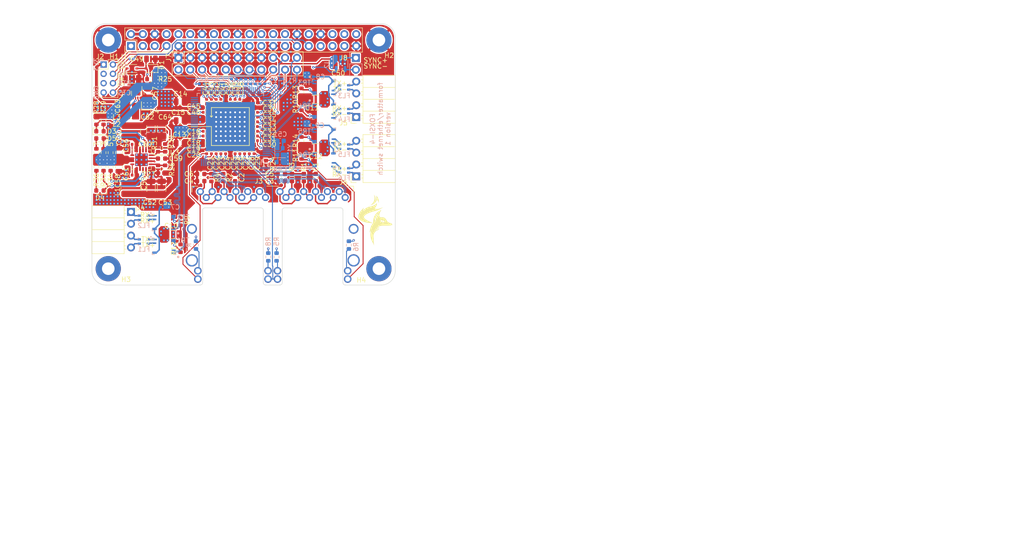
<source format=kicad_pcb>
(kicad_pcb (version 20221018) (generator pcbnew)
  (title_block (title "Formatter Ethernet Switch") (date "2022-10-15") (rev "1") (company "FOXSI-4 Sounding Rocket") (comment 1 "Designer: Athanasios Pantazides"))
  (layers (0 "F.Cu" signal) (1 "In1.Cu" signal) (2 "In2.Cu" signal) (31 "B.Cu" signal) (34 "B.Paste" user) (35 "F.Paste" user) (36 "B.SilkS" user "B.Silkscreen") (37 "F.SilkS" user "F.Silkscreen") (38 "B.Mask" user) (39 "F.Mask" user) (44 "Edge.Cuts" user))
  (net 0 "")
  (net 1 "GND")
  (net 2 "+5V")
  (net 3 "Net-(C1-Pad2)")
  (net 4 "Net-(C2-Pad2)")
  (net 5 "Net-(C3-Pad2)")
  (net 6 "Net-(C4-Pad2)")
  (net 7 "+1V2")
  (net 8 "Net-(C5-Pad2)")
  (net 9 "+2V5")
  (net 10 "GNDPWR")
  (net 11 "/phy/TX2_P")
  (net 12 "/phy/TX2_N")
  (net 13 "/phy/RX2_P")
  (net 14 "+3V3")
  (net 15 "/config/XI")
  (net 16 "/config/XO")
  (net 17 "/phy/RX2_N")
  (net 18 "/config/nRST_SWITCH")
  (net 19 "/power/1V2_PG")
  (net 20 "Net-(C6-Pad2)")
  (net 21 "/phy/TX1_P")
  (net 22 "/phy/TX1_N")
  (net 23 "/phy/RX1_P")
  (net 24 "/phy/RX1_N")
  (net 25 "/phy/TX4_P")
  (net 26 "/phy/TX4_N")
  (net 27 "/phy/RX4_P")
  (net 28 "/phy/RX4_N")
  (net 29 "Net-(C7-Pad2)")
  (net 30 "Net-(C8-Pad2)")
  (net 31 "Net-(C9-Pad2)")
  (net 32 "/power/2V5_PG")
  (net 33 "/power/1V2_EN")
  (net 34 "/power/2V5_EN")
  (net 35 "/power/3V3_PG")
  (net 36 "Net-(C10-Pad2)")
  (net 37 "/phy/RX5_N")
  (net 38 "/phy/RX5_P")
  (net 39 "/phy/TX5_N")
  (net 40 "/phy/TX5_P")
  (net 41 "/phy/RX3_N")
  (net 42 "/phy/RX3_P")
  (net 43 "/phy/TX3_N")
  (net 44 "/phy/TX3_P")
  (net 61 "/config/IBA")
  (net 67 "/config/LED4_0")
  (net 68 "/config/LED4_1")
  (net 69 "/config/LED3_0")
  (net 70 "/config/LED3_1")
  (net 71 "/config/SYNC")
  (net 72 "/config/LED2_0")
  (net 73 "/config/LED2_1")
  (net 77 "/config/SPI.SDI")
  (net 78 "/config/SPI.SDO")
  (net 79 "/config/SPI.nCS3")
  (net 80 "/config/SPI.SCK")
  (net 81 "/config/LED5_0")
  (net 82 "/config/LED5_1")
  (net 83 "/config/LED1_0")
  (net 84 "/config/LED1_1")
  (net 85 "Net-(C11-Pad2)")
  (net 86 "Net-(C12-Pad2)")
  (net 87 "/phy/RTS0{slash}1")
  (net 88 "Net-(C55-Pad1)")
  (net 89 "Net-(C59-Pad1)")
  (net 90 "Net-(C60-Pad1)")
  (net 91 "Net-(C60-Pad2)")
  (net 92 "Net-(D2-Pad1)")
  (net 93 "Net-(FL1-Pad1)")
  (net 94 "/phy/JRX5_P")
  (net 95 "Net-(D4-Pad2)")
  (net 96 "Net-(D5-Pad2)")
  (net 105 "Net-(FL2-Pad1)")
  (net 106 "Net-(FL4-Pad1)")
  (net 107 "Net-(FL6-Pad1)")
  (net 108 "/phy/JRX5_N")
  (net 109 "/phy/JTX5_P")
  (net 110 "/phy/JTX5_N")
  (net 111 "/phy/JRX1_P")
  (net 118 "Net-(D3-Pad2)")
  (net 120 "/phy/JRX1_N")
  (net 121 "Net-(FL1-Pad4)")
  (net 122 "/phy/JTX1_P")
  (net 123 "/phy/JTX1_N")
  (net 124 "Net-(FL2-Pad4)")
  (net 125 "Net-(FL3-Pad1)")
  (net 126 "/phy/JRX4_P")
  (net 127 "/phy/JRX4_N")
  (net 128 "Net-(FL3-Pad4)")
  (net 129 "/phy/JTX4_P")
  (net 130 "/phy/JTX4_N")
  (net 136 "/phy/CTS0{slash}1")
  (net 137 "/config/SYNC+")
  (net 138 "/config/SYNC-")
  (net 139 "/phy/TIMEPIX_TX")
  (net 141 "Net-(C55-Pad2)")
  (net 147 "Net-(J3-PadL1A)")
  (net 148 "Net-(FL5-Pad1)")
  (net 149 "Net-(FL5-Pad4)")
  (net 150 "Net-(FL6-Pad4)")
  (net 151 "Net-(J3-PadL1B)")
  (net 152 "Net-(FL4-Pad4)")
  (net 153 "Net-(J3-PadL3A)")
  (net 154 "Net-(J3-PadL3B)")
  (net 155 "Net-(J3-PadP7A)")
  (net 156 "Net-(J3-PadP7B)")
  (net 157 "Net-(J3-PadP10A)")
  (net 158 "Net-(J3-PadP10B)")
  (net 159 "Net-(J7-Pad2)")
  (net 160 "Net-(J7-Pad4)")
  (net 161 "Net-(J7-Pad6)")
  (net 162 "Net-(J7-Pad8)")
  (net 163 "Net-(J7-Pad10)")
  (net 164 "Net-(J7-Pad12)")
  (net 165 "Net-(J7-Pad14)")
  (net 166 "Net-(J7-Pad16)")
  (net 167 "Net-(J7-Pad18)")
  (net 168 "Net-(L3-Pad1)")
  (net 169 "Net-(R9-Pad1)")
  (net 170 "Net-(R10-Pad1)")
  (net 171 "/phy/TIMEPIX_RX")
  (net 172 "/phy/TIMEPIX_RTS")
  (net 173 "/phy/TIMEPIX_CTS")
  (net 174 "Net-(R14-Pad1)")
  (net 175 "Net-(R11-Pad1)")
  (net 176 "Net-(R26-Pad1)")
  (net 177 "Net-(R12-Pad1)")
  (net 178 "Net-(R13-Pad1)")
  (net 179 "Net-(R24-Pad1)")
  (net 180 "Net-(R30-Pad2)")
  (footprint "Capacitor_SMD:C_0402_1005Metric" (layer "F.Cu") (at 94.488 87.884 -90)
    (fp_text reference "C24")
    (fp_text value "0.1µF")
  )
  (footprint "Capacitor_SMD:C_1206_3216Metric" (layer "F.Cu") (at 78.486 83.058 90)
    (fp_text reference "C62")
    (fp_text value "22µF")
  )
  (footprint "Capacitor_SMD:C_1206_3216Metric" (layer "F.Cu") (at 80.772 83.058 90)
    (fp_text reference "C64")
    (fp_text value "22µF")
  )
  (footprint "Resistor_SMD:R_1206_3216Metric" (layer "F.Cu") (at 74.422 72.39)
    (fp_text reference "SW1")
    (fp_text value "SW_Push")
  )
  (footprint "Resistor_SMD:R_0603_1608Metric" (layer "F.Cu") (at 84.836 108.649 90)
    (fp_text reference "R12")
    (fp_text value "75Ω")
  )
  (footprint "Resistor_SMD:R_0603_1608Metric" (layer "F.Cu") (at 110.744 78.232 90)
    (fp_text reference "R10")
    (fp_text value "75Ω")
  )
  (footprint "Capacitor_SMD:C_0402_1005Metric" (layer "F.Cu") (at 90.17 79.502 180)
    (fp_text reference "C46")
    (fp_text value "0.1µF")
  )
  (footprint "Package_DFN_QFN:Texas_S-PVQFN-N16_EP2.7x2.7mm" (layer "F.Cu") (at 76.454 89.662)
    (fp_text reference "U3")
    (fp_text value "TPS54294")
  )
  (footprint "Capacitor_SMD:C_0805_2012Metric" (layer "F.Cu") (at 84.836 77.216)
    (fp_text reference "C14")
    (fp_text value "10µF")
  )
  (footprint "Package_SON:WSON-8-1EP_2x2mm_P0.5mm_EP0.9x1.6mm" (layer "F.Cu") (at 75.438 75.438 -90)
    (fp_text reference "U4")
    (fp_text value "TPS62082")
  )
  (footprint "Capacitor_SMD:C_0805_2012Metric" (layer "F.Cu") (at 73.152 75.438 -90)
    (fp_text reference "C63")
    (fp_text value "22µF")
  )
  (footprint "Resistor_SMD:R_0603_1608Metric" (layer "F.Cu") (at 68.326 91.186 -90)
    (fp_text reference "R32")
    (fp_text value "4.7kΩ")
  )
  (footprint "Resistor_SMD:R_0603_1608Metric" (layer "F.Cu") (at 91.44 93.472 90)
    (fp_text reference "R4")
    (fp_text value "75Ω")
  )
  (footprint "Capacitor_SMD:C_0603_1608Metric" (layer "F.Cu") (at 113.792 93.472 -90)
    (fp_text reference "C1")
    (fp_text value "0.1µF")
  )
  (footprint "Capacitor_SMD:C_0402_1005Metric" (layer "F.Cu") (at 100.584 87.884 -90)
    (fp_text reference "C29")
    (fp_text value "0.1µF")
  )
  (footprint "Capacitor_SMD:C_0402_1005Metric" (layer "F.Cu") (at 92.456 77.216 90)
    (fp_text reference "C42")
    (fp_text value "0.1µF")
  )
  (footprint "Connector_PinSocket_2.54mm:PinSocket_1x04_P2.54mm_Horizontal_SolderCup" (layer "F.Cu") (at 122.471993 93.218 180)
    (fp_text reference "J6")
    (fp_text value "Conn_01x04")
  )
  (footprint "Capacitor_SMD:C_1206_3216Metric" (layer "F.Cu") (at 113.792 76.708 180)
    (fp_text reference "C11")
    (fp_text value "1000pF 2kV")
  )
  (footprint "Capacitor_SMD:C_1206_3216Metric" (layer "F.Cu") (at 113.792 87.122 180)
    (fp_text reference "C12")
    (fp_text value "1000pF 2kV")
  )
  (footprint "Resistor_SMD:R_0603_1608Metric" (layer "F.Cu") (at 103.124 90.678 -90)
    (fp_text reference "R24")
    (fp_text value "6.04kΩ 1%")
  )
  (footprint "Connector_PinHeader_2.00mm:PinHeader_2x04_P2.00mm_Vertical" (layer "F.Cu") (at 68.342002 69.258002)
    (fp_text reference "J2")
    (fp_text value "Conn_02x04_Odd_Even")
  )
  (footprint "Resistor_SMD:R_0603_1608Metric" (layer "F.Cu") (at 81.534 87.122 -90)
    (fp_text reference "R30")
    (fp_text value "50kΩ 1%")
  )
  (footprint "Capacitor_SMD:C_0402_1005Metric" (layer "F.Cu") (at 100.838 83.566)
    (fp_text reference "C32")
    (fp_text value "0.1µF")
  )
  (footprint "Capacitor_SMD:C_0402_1005Metric" (layer "F.Cu") (at 92.456 87.884 -90)
    (fp_text reference "C22")
    (fp_text value "0.1µF")
  )
  (footprint "Capacitor_SMD:C_0805_2012Metric" (layer "F.Cu") (at 78.486 68.072)
    (fp_text reference "C49")
    (fp_text value "10µF")
  )
  (footprint "Capacitor_SMD:C_1206_3216Metric" (layer "F.Cu") (at 80.772 95.758 -90)
    (fp_text reference "C53")
    (fp_text value "22µF")
  )
  (footprint "Capacitor_SMD:C_0402_1005Metric" (layer "F.Cu") (at 90.17 83.566 180)
    (fp_text reference "C16")
    (fp_text value "0.1µF")
  )
  (footprint "Capacitor_SMD:C_0402_1005Metric" (layer "F.Cu") (at 73.152 90.678 90)
    (fp_text reference "C61")
    (fp_text value "0.1µF")
  )
  (footprint "Capacitor_SMD:C_0402_1005Metric" (layer "F.Cu") (at 90.424 87.884 -90)
    (fp_text reference "C20")
    (fp_text value "0.1µF")
  )
  (footprint "Inductor_SMD:L_Wuerth_MAPI-3020" (layer "F.Cu") (at 74.168 79.248 180)
    (fp_text reference "L3")
    (fp_text value "1 µH")
  )
  (footprint "Capacitor_SMD:C_0402_1005Metric" (layer "F.Cu") (at 98.552 87.884 -90)
    (fp_text reference "C27")
    (fp_text value "0.1µF")
  )
  (footprint "Resistor_SMD:R_0603_1608Metric" (layer "F.Cu") (at 110.744 75.184 -90)
    (fp_text reference "R13")
    (fp_text value "75Ω")
  )
  (footprint "Resistor_SMD:R_0603_1608Metric" (layer "F.Cu") (at 80.01 91.694 90)
    (fp_text reference "R27")
    (fp_text value "22kΩ 1%")
  )
  (footprint "Capacitor_SMD:C_0402_1005Metric" (layer "F.Cu") (at 90.17 84.582 180)
    (fp_text reference "C17")
    (fp_text value "0.1µF")
  )
  (footprint "Resistor_SMD:R_0603_1608Metric" (layer "F.Cu") (at 66.802 81.28 90)
    (fp_text reference "R28")
    (fp_text value "180 kΩ")
  )
  (footprint "Capacitor_SMD:C_0402_1005Metric" (layer "F.Cu") (at 118.618 69.85 180)
    (fp_text reference "C50")
    (fp_text value "0.1µF")
  )
  (footprint "Capacitor_SMD:C_0402_1005Metric" (layer "F.Cu") (at 100.838 85.573997)
    (fp_text reference "C30")
    (fp_text value "0.1µF")
  )
  (footprint "Resistor_SMD:R_0603_1608Metric" (layer "F.Cu") (at 80.01 87.122 90)
    (fp_text reference "R31")
    (fp_text value "22kΩ 1%")
  )
  (footprint "Capacitor_SMD:C_0402_1005Metric" (layer "F.Cu") (at 91.44 77.216 90)
    (fp_text reference "C43")
    (fp_text value "0.1µF")
  )
  (footprint "Capacitor_SMD:C_1206_3216Metric" (layer "F.Cu") (at 78.522 95.758 -90)
    (fp_text reference "C52")
    (fp_text value "22µF")
  )
  (footprint "Capacitor_SMD:C_0402_1005Metric" (layer "F.Cu") (at 93.472 87.884 -90)
    (fp_text reference "C23")
    (fp_text value "0.1µF")
  )
  (footprint "Resistor_SMD:R_0603_1608Metric" (layer "F.Cu") (at 68.326 81.28 -90)
    (fp_text reference "R29")
    (fp_text value "500Ω")
  )
  (footprint "Capacitor_SMD:C_0402_1005Metric" (layer "F.Cu") (at 100.838 79.502)
    (fp_text reference "C36")
    (fp_text value "0.1µF")
  )
  (footprint "Inductor_SMD:L_Wuerth_MAPI-4030" (layer "F.Cu") (at 74.168 83.566 90)
    (fp_text reference "L2")
    (fp_text value "4.7 µH")
  )
  (footprint "Capacitor_SMD:C_0402_1005Metric" (layer "F.Cu") (at 100.838 81.534)
    (fp_text reference "C34")
    (fp_text value "0.1µF")
  )
  (footprint "Capacitor_SMD:C_0805_2012Metric" (layer "F.Cu") (at 84.836 81.28)
    (fp_text reference "C15")
    (fp_text value "22µF")
  )
  (footprint "LOGO" (layer "F.Cu") (at 121.105329 102.729956)
    (fp_text reference "G***" hide)
    (fp_text value "LOGO" hide)
  )
  (footprint "Capacitor_SMD:C_0402_1005Metric" (layer "F.Cu") (at 74.93 92.964)
    (fp_text reference "C55")
    (fp_text value "0.1µF")
  )
  (footprint "Resistor_SMD:R_0603_1608Metric" (layer "F.Cu") (at 81.534 91.694 -90)
    (fp_text reference "R26")
    (fp_text value "12.6kΩ 1%")
  )
  (footprint "Connector_PinSocket_2.54mm:PinSocket_2x11_P2.54mm_Vertical" (layer "F.Cu") (at 84.371993 67.818 90)
    (fp_text reference "J7")
    (fp_text value "Conn_02x11_Odd_Even")
  )
  (footprint "Resistor_SMD:R_0603_1608Metric" (layer "F.Cu") (at 108.712 93.472 90)
    (fp_text reference "R3")
    (fp_text value "75Ω")
  )
  (footprint "Capacitor_SMD:C_0402_1005Metric" (layer "F.Cu") (at 73.152 88.674 -90)
    (fp_text reference "C56")
    (fp_text value "0.1µF")
  )
  (footprint "Capacitor_SMD:C_0402_1005Metric" (layer "F.Cu") (at 96.52 77.216 90)
    (fp_text reference "C39")
    (fp_text value "0.1µF")
  )
  (footprint "Resistor_SMD:R_0603_1608Metric" (layer "F.Cu") (at 110.744 85.598 -90)
    (fp_text reference "R14")
    (fp_text value "75Ω")
  )
  (footprint "Capacitor_SMD:C_0805_2012Metric" (layer "F.Cu") (at 84.836 86.106)
    (fp_text reference "C13")
    (fp_text value "22µF")
  )
  (footprint "Diode_SMD:D_SOD-323" (layer "F.Cu") (at 78.486 70.104 180)
    (fp_text reference "D1")
    (fp_text value "1N4148")
  )
  (footprint "Capacitor_SMD:C_1206_3216Metric" (layer "F.Cu") (at 83.058 105.664)
    (fp_text reference "C10")
    (fp_text value "1000pF 2kV")
  )
  (footprint "Capacitor_SMD:C_0805_2012Metric" (layer "F.Cu") (at 71.628 88.138 -90)
    (fp_text reference "C54")
    (fp_text value "10µF")
  )
  (footprint "Resistor_SMD:R_0603_1608Metric" (layer "F.Cu") (at 69.85 88.138 90)
    (fp_text reference "R35" hide)
    (fp_text value "4.7kΩ")
  )
  (footprint "Resistor_SMD:R_0603_1608Metric" (layer "F.Cu") (at 68.326 88.138 90)
    (fp_text reference "R33" hide)
    (fp_text value "4.7kΩ")
  )
  (footprint "Capacitor_SMD:C_0402_1005Metric" (layer "F.Cu") (at 99.568 87.884 -90)
    (fp_text reference "C28")
    (fp_text value "0.1µF")
  )
  (footprint "Capacitor_SMD:C_0402_1005Metric" (layer "F.Cu") (at 90.424 77.216 90)
    (fp_text reference "C44")
    (fp_text value "0.1µF")
  )
  (footprint "Connector_PinSocket_2.54mm:PinSocket_1x04_P2.54mm_Horizontal_SolderCup" (layer "F.Cu") (at 74.211993 100.838)
    (fp_text reference "J4")
    (fp_text value "Conn_01x04")
  )
  (footprint "Capacitor_SMD:C_0402_1005Metric" (layer "F.Cu") (at 97.536 77.216 90)
    (fp_text reference "C38")
    (fp_text value "0.1µF")
  )
  (footprint "Capacitor_SMD:C_0402_1005Metric" (layer "F.Cu") (at 90.17 78.486 180)
    (fp_text reference "C45")
    (fp_text value "0.1µF")
  )
  (footprint "Capacitor_SMD:C_0402_1005Metric" (layer "F.Cu") (at 90.17 85.598 180)
    (fp_text reference "C18")
    (fp_text value "0.1µF")
  )
  (footprint "Capacitor_SMD:C_0805_2012Metric" (layer "F.Cu") (at 77.724 75.438 -90)
    (fp_text reference "C57")
    (fp_text value "10µF")
  )
  (footprint "Connector_PinHeader_2.54mm:PinHeader_2x20_P2.54mm_Vertical" (layer "F.Cu") (at 74.212 65.278 90)
    (fp_text reference "J1")
    (fp_text value "Conn_02x20_Odd_Even")
  )
  (footprint "Capacitor_SMD:C_0805_2012Metric" (layer "F.Cu") (at 71.628 91.186 90)
    (fp_text reference "C58")
    (fp_text value "10µF")
  )
  (footprint "Capacitor_SMD:C_0402_1005Metric" (layer "F.Cu") (at 97.536 87.884 -90)
    (fp_text reference "C26")
    (fp_text value "0.1µF")
  )
  (footprint "Capacitor_SMD:C_0603_1608Metric" (layer "F.Cu") (at 96.52 93.472 -90)
    (fp_text reference "C2")
    (fp_text value "0.1µF")
  )
  (footprint "Capacitor_SMD:C_0402_1005Metric" (layer "F.Cu") (at 90.17 86.614 180)
    (fp_text reference "C19")
    (fp_text value "0.1µF")
  )
  (footprint "Diode_SMD:D_0603_1608Metric" (layer "F.Cu") (at 67.564 85.09 180)
    (fp_text reference "D5")
    (fp_text value "R")
  )
  (footprint "Capacitor_SMD:C_0402_1005Metric" (layer "F.Cu") (at 100.838 84.582)
    (fp_text reference "C31")
    (fp_text value "0.1µF")
  )
  (footprint "Capacitor_SMD:C_0402_1005Metric" (layer "F.Cu") (at 95.504 77.216 90)
    (fp_text reference "C40")
    (fp_text value "0.1µF")
  )
  (footprint "Capacitor_SMD:C_0603_1608Metric" (layer "F.Cu") (at 106.426 92.71)
    (fp_text reference "C5")
    (fp_text value "0.1µF")
  )
  (footprint "Capacitor_SMD:C_0402_1005Metric" (layer "F.Cu") (at 91.44 87.884 -90)
    (fp_text reference "C21")
    (fp_text value "0.1µF")
  )
  (footprint "Resistor_SMD:R_0603_1608Metric" (layer "F.Cu") (at 93.98 93.472 90)
    (fp_text reference "R2")
    (fp_text value "75Ω")
  )
  (footprint "Connector_PinSocket_2.54mm:PinSocket_1x04_P2.54mm_Horizontal_SolderCup" (layer "F.Cu") (at 122.471993 80.518 180)
    (fp_text reference "J5")
    (fp_text value "Conn_01x04")
  )
  (footprint "Capacitor_SMD:C_0402_1005Metric" (layer "F.Cu") (at 100.838 80.518)
    (fp_text reference "C35")
    (fp_text value "0.1µF")
  )
  (footprint "Capacitor_SMD:C_0402_1005Metric" (layer "F.Cu") (at 93.472 77.216 90)
    (fp_text reference "C41")
    (fp_text value "0.1µF")
  )
  (footprint "MountingHole:MountingHole_2.7mm_Pad" (layer "F.Cu") (at 69.342 64.008)
    (fp_text reference "H1")
    (fp_text value "MountingHole_Pad")
  )
  (footprint "Resistor_SMD:R_0603_1608Metric" (layer "F.Cu") (at 66.802 91.186 -90)
    (fp_text reference "R36")
    (fp_text value "500Ω")
  )
  (footprint "Resistor_SMD:R_0603_1608Metric" (layer "F.Cu") (at 78.486 72.39)
    (fp_text reference "R25")
    (fp_text value "10kΩ")
  )
  (footprint "Resistor_SMD:R_0603_1608Metric" (layer "F.Cu") (at 111.252 93.472 90)
    (fp_text reference "R1")
    (fp_text value "75Ω")
  )
  (footprint "Resistor_SMD:R_0603_1608Metric" (layer "F.Cu") (at 84.836 102.87 -90)
    (fp_text reference "R9")
    (fp_text value "75Ω")
  )
  (footprint "Inductor_SMD:L_Wuerth_MAPI-4030" (layer "F.Cu") (at 74.168 95.758 90)
    (fp_text reference "L1")
    (fp_text value "4.7 µH")
  )
  (footprint "MountingHole:MountingHole_2.7mm_Pad" (layer "F.Cu") (at 127.342 64.008)
    (fp_text reference "H2")
    (fp_text value "MountingHole_Pad")
  )
  (footprint "Diode_SMD:D_0603_1608Metric" (layer "F.Cu") (at 67.564 83.566)
    (fp_text reference "D3")
    (fp_text value "R")
  )
  (footprint "Diode_SMD:D_0603_1608Metric" (layer "F.Cu") (at 67.564 96.266 180)
    (fp_text reference "D4")
    (fp_text value "R")
  )
  (footprint "Capacitor_SMD:C_0402_1005Metric" (layer "F.Cu") (at 100.810009 82.55)
    (fp_text reference "C33")
    (fp_text value "0.1µF")
  )
  (footprint "Capacitor_SMD:C_0402_1005Metric" (layer "F.Cu") (at 100.838 77.47)
    (fp_text reference "C37")
    (fp_text value "0.1µF")
  )
  (footprint "Capacitor_SMD:C_0402_1005Metric" (layer "F.Cu") (at 74.93 86.36 180)
    (fp_text reference "C60")
    (fp_text value "0.1µF")
  )
  (footprint "Connector_RJ:RJ45_Amphenol_RJMG212S21130ER-02" (layer "F.Cu") (at 104.592 97.758)
    (fp_text reference "J3")
    (fp_text value "RJ45_Amphenol_RJMG212S21130ER")
  )
  (footprint "MountingHole:MountingHole_2.7mm_Pad" (layer "F.Cu") (at 69.342 113.008)
    (fp_text reference "H3")
    (fp_text value "MountingHole_Pad")
  )
  (footprint "Resistor_SMD:R_0603_1608Metric" (layer "F.Cu") (at 110.744 88.646 90)
    (fp_text reference "R11")
    (fp_text value "75Ω")
  )
  (footprint "MountingHole:MountingHole_2.7mm_Pad" (layer "F.Cu") (at 127.342 113.008)
    (fp_text reference "H4")
    (fp_text value "MountingHole_Pad")
  )
  (footprint "Capacitor_SMD:C_0402_1005Metric" (layer "F.Cu") (at 96.52 87.884 -90)
    (fp_text reference "C25")
    (fp_text value "0.1µF")
  )
  (footprint "Capacitor_SMD:C_0603_1608Metric" (layer "F.Cu") (at 89.154 92.71)
    (fp_text reference "C6")
    (fp_text value "0.1µF")
  )
  (footprint "Diode_SMD:D_SOD-323" (layer "F.Cu") (at 74.422 70.104)
    (fp_text reference "D2")
    (fp_text value "1N4148")
  )
  (footprint "Resistor_SMD:R_0603_1608Metric" (layer "F.Cu") (at 66.802 88.138 90)
    (fp_text reference "R37" hide)
    (fp_text value "500Ω")
  )
  (footprint "Capacitor_SMD:C_0603_1608Metric" (layer "F.Cu") (at 89.154 94.234)
    (fp_text reference "C4")
    (fp_text value "0.1µF")
  )
  (footprint "Capacitor_SMD:C_0603_1608Metric" (layer "F.Cu") (at 106.426 94.234)
    (fp_text reference "C3")
    (fp_text value "0.1µF")
  )
  (footprint "Resistor_SMD:R_0603_1608Metric" (layer "F.Cu") (at 69.85 91.186 -90)
    (fp_text reference "R34")
    (fp_text value "4.7kΩ")
  )
  (footprint "Capacitor_SMD:C_0603_1608Metric" (layer "F.Cu") (at 80.772 89.408)
    (fp_text reference "C59")
    (fp_text value "1µF")
  )
  (footprint "Filter:Filter_Bourns_SRF2012A-801Y" (layer "B.Cu") (at 76.962 107.188 180)
    (fp_text reference "FL1")
    (fp_text value "Choke")
  )
  (footprint "Transformer_SMD:Bourns_SM453229-381N7Y" (layer "B.Cu") (at 115.57 84.582)
    (fp_text reference "TR5")
    (fp_text value "Bourns_SM453229-381N7Y")
  )
  (footprint "Capacitor_SMD:C_0402_1005Metric" (layer "B.Cu") (at 81.026 99.822 180)
    (fp_text reference "C7")
    (fp_text value "0.1µF")
  )
  (footprint "Resistor_SMD:R_0402_1005Metric" (layer "B.Cu") (at 98.806 72.898 -90)
    (fp_text reference "R18" hide)
    (fp_text value "1kΩ")
  )
  (footprint "Resistor_SMD:R_0402_1005Metric" (layer "B.Cu") (at 99.822 72.898 -90)
    (fp_text reference "R19" hide)
    (fp_text value "1kΩ")
  )
  (footprint "Capacitor_SMD:C_0402_1005Metric" (layer "B.Cu") (at 92.71 73.406 180)
    (fp_text reference "C47")
    (fp_text value "0.1µF")
  )
  (footprint "Filter:Filter_Bourns_SRF2012A-801Y" (layer "B.Cu") (at 119.888 79.248)
    (fp_text reference "FL4")
    (fp_text value "Choke")
  )
  (footprint "Transformer_SMD:Bourns_SM453229-381N7Y" (layer "B.Cu") (at 115.57 74.168)
    (fp_text reference "TR3")
    (fp_text value "Bourns_SM453229-381N7Y")
  )
  (footprint "Resistor_SMD:R_0402_1005Metric" (layer "B.Cu") (at 89.408 73.406)
    (fp_text reference "R23")
    (fp_text value "4.7kΩ")
  )
  (footprint "Resistor_SMD:R_0603_1608Metric" (layer "B.Cu") (at 103.632 110.49 90)
    (fp_text reference "R8")
    (fp_text value "150Ω")
  )
  (footprint "Package_QFP:TQFP-128-1EP_14x14mm_P0.4mm" (layer "B.Cu") (at 95.504 82.55 90)
    (fp_text reference "U1")
    (fp_text value "KSZ8567S")
  )
  (footprint "Resistor_SMD:R_0603_1608Metric" (layer "B.Cu") (at 88.138 107.95 90)
    (fp_text reference "R7")
    (fp_text value "150Ω")
  )
  (footprint "Resistor_SMD:R_0402_1005Metric" (layer "B.Cu") (at 97.79 72.898 -90)
    (fp_text reference "R17" hide)
    (fp_text value "1kΩ")
  )
  (footprint "Capacitor_SMD:C_0402_1005Metric" (layer "B.Cu") (at 112.776 82.296)
    (fp_text reference "C9")
    (fp_text value "0.1µF")
  )
  (footprint "Connector_PinSocket_2.54mm:PinSocket_1x02_P2.54mm_Vertical" (layer "B.Cu") (at 122.403006 67.83799 180)
    (fp_text reference "J8")
    (fp_text value "Conn_01x02")
  )
  (footprint "Filter:Filter_Bourns_SRF2012A-801Y" (layer "B.Cu") (at 76.962 102.108 180)
    (fp_text reference "FL2")
    (fp_text value "Choke")
  )
  (footprint "Capacitor_SMD:C_0603_1608Metric" (layer "B.Cu") (at 106.172 90.17 180)
    (fp_text reference "C48")
    (fp_text value "33pF 5%")
  )
  (footprint "Crystal:Crystal_SMD_2016-4Pin_2.0x1.6mm" (layer "B.Cu") (at 106.172 87.884 90)
    (fp_text reference "Y1")
    (fp_text value "25 MHz")
  )
  (footprint "Filter:Filter_Bourns_SRF2012A-801Y" (layer "B.Cu") (at 119.888 86.868)
    (fp_text reference "FL5")
    (fp_text value "Choke")
  )
  (footprint "Resistor_SMD:R_0402_1005Metric" (layer "B.Cu") (at 96.774 72.898 -90)
    (fp_text reference "R16" hide)
    (fp_text value "1kΩ")
  )
  (footprint "Transformer_SMD:Bourns_SM453229-381N7Y" (layer "B.Cu") (at 115.57 89.662)
    (fp_text reference "TR6")
    (fp_text value "Bourns_SM453229-381N7Y")
  )
  (footprint "Resistor_SMD:R_0402_1005Metric" (layer "B.Cu") (at 100.838 72.898 -90)
    (fp_text reference "R20" hide)
    (fp_text value "1kΩ")
  )
  (footprint "Transformer_SMD:Bourns_SM453229-381N7Y" (layer "B.Cu") (at 81.28 108.204 180)
    (fp_text reference "TR1")
    (fp_text value "Bourns_SM453229-381N7Y")
  )
  (footprint "Resistor_SMD:R_0402_1005Metric" (layer "B.Cu") (at 95.758 72.898 -90)
    (fp_text reference "R15" hide)
    (fp_text value "1kΩ")
  )
  (footprint "Capacitor_SMD:C_0402_1005Metric" (layer "B.Cu") (at 112.776 71.882)
    (fp_text reference "C8")
    (fp_text value "0.1µF")
  )
  (footprint "Resistor_SMD:R_0402_1005Metric" (layer "B.Cu") (at 101.854 72.898 -90)
    (fp_text reference "R21" hide)
    (fp_text value "1kΩ")
  )
  (footprint "Filter:Filter_Bourns_SRF2012A-801Y" (layer "B.Cu") (at 119.888 74.168)
    (fp_text reference "FL3")
    (fp_text value "Choke")
  )
  (footprint "Resistor_SMD:R_0603_1608Metric" (layer "B.Cu") (at 120.904 107.95 90)
    (fp_text reference "R6")
    (fp_text value "150Ω")
  )
  (footprint "Resistor_SMD:R_0402_1005Metric" (layer "B.Cu") (at 102.87 72.898 -90)
    (fp_text reference "R22" hide)
    (fp_text value "1kΩ")
  )
  (footprint "Capacitor_SMD:C_0603_1608Metric" (layer "B.Cu") (at 106.172 85.598)
    (fp_text reference "C51")
    (fp_text value "33pF 5%")
  )
  (footprint "Filter:Filter_Bourns_SRF2012A-801Y" (layer "B.Cu") (at 119.888 91.948)
    (fp_text reference "FL6")
    (fp_text value "Choke")
  )
  (footprint "Transformer_SMD:Bourns_SM453229-381N7Y" (layer "B.Cu") (at 115.57 79.248)
    (fp_text reference "TR4")
    (fp_text value "Bourns_SM453229-381N7Y")
  )
  (footprint "Transformer_SMD:Bourns_SM453229-381N7Y" (layer "B.Cu") (at 81.28 103.124 180)
    (fp_text reference "TR2")
    (fp_text value "Bourns_SM453229-381N7Y")
  )
  (footprint "Package_TO_SOT_SMD:SOT-23-5" (layer "B.Cu") (at 119.126 69.088 -90)
    (fp_text reference "U2")
    (fp_text value "DS90LT012AQMFE/NOPB")
  )
  (footprint "Resistor_SMD:R_0603_1608Metric" (layer "B.Cu") (at 105.41 110.49 90)
    (fp_text reference "R5")
    (fp_text value "150Ω")
  )
  (gr_line (start 95.123 71.755) (end 109.474 71.755) (stroke (width 0.15)) (layer "B.SilkS"))
  (gr_line (start 95.123 73.66) (end 95.123 71.755) (stroke (width 0.15)) (layer "B.SilkS"))
  (gr_line (start 91.44 78.486) (end 91.44 80.518) (stroke (width 0.15)) (layer "F.SilkS"))
  (gr_line (start 79.248 88.646) (end 78.74 88.138) (stroke (width 0.15)) (layer "F.SilkS"))
  (gr_line (start 99.568 86.614) (end 99.568 78.486) (stroke (width 0.15)) (layer "F.SilkS"))
  (gr_line (start 82.296 88.646) (end 79.248 88.646) (stroke (width 0.15)) (layer "F.SilkS"))
  (gr_line (start 91.44 80.518) (end 91.694 80.264) (stroke (width 0.15)) (layer "F.SilkS"))
  (gr_line (start 82.296 87.63) (end 82.296 88.646) (stroke (width 0.15)) (layer "F.SilkS"))
  (gr_line (start 78.232 78.994) (end 76.454 78.994) (stroke (width 0.15)) (layer "F.SilkS"))
  (gr_line (start 91.44 86.614) (end 99.568 86.614) (stroke (width 0.15)) (layer "F.SilkS"))
  (gr_line (start 91.44 80.518) (end 91.186 80.264) (stroke (width 0.15)) (layer "F.SilkS"))
  (gr_line (start 76.454 78.994) (end 76.454 77.216) (stroke (width 0.15)) (layer "F.SilkS"))
  (gr_line (start 99.568 78.486) (end 91.44 78.486) (stroke (width 0.15)) (layer "F.SilkS"))
  (gr_line (start 71.628 76.708) (end 72.39 75.946) (stroke (width 0.15)) (layer "F.SilkS"))
  (gr_line (start 91.44 82.55) (end 91.44 86.614) (stroke (width 0.15)) (layer "F.SilkS"))
  (gr_line (start 86.36 82.55) (end 91.44 82.55) (stroke (width 0.15)) (layer "F.SilkS"))
  (gr_arc locked (start 106.622 116.008) (mid 106.475553 116.361553) (end 106.122 116.508) (stroke (width 0.1)) (layer "Edge.Cuts"))
  (gr_arc locked (start 65.842 63.508) (mid 66.72068 61.38668) (end 68.842 60.508) (stroke (width 0.1)) (layer "Edge.Cuts"))
  (gr_arc locked (start 119.127 99.968) (mid 119.480553 100.114447) (end 119.627 100.468) (stroke (width 0.1)) (layer "Edge.Cuts"))
  (gr_arc locked (start 102.062 99.968) (mid 102.415553 100.114447) (end 102.562 100.468) (stroke (width 0.1)) (layer "Edge.Cuts"))
  (gr_line locked (start 102.562 100.468) (end 102.562 116.008) (stroke (width 0.1)) (layer "Edge.Cuts"))
  (gr_line locked (start 119.627 100.468) (end 119.627 116.008) (stroke (width 0.1)) (layer "Edge.Cuts"))
  (gr_arc locked (start 130.842 113.508) (mid 129.96332 115.62932) (end 127.842 116.508) (stroke (width 0.1)) (layer "Edge.Cuts"))
  (gr_arc locked (start 106.622 100.468) (mid 106.768447 100.114447) (end 107.122 99.968) (stroke (width 0.1)) (layer "Edge.Cuts"))
  (gr_line locked (start 127.842 116.508) (end 120.127 116.508) (stroke (width 0.1)) (layer "Edge.Cuts"))
  (gr_arc locked (start 68.842 116.508) (mid 66.72068 115.62932) (end 65.842 113.508) (stroke (width 0.1)) (layer "Edge.Cuts"))
  (gr_line locked (start 130.842 63.508) (end 130.842 113.508) (stroke (width 0.1)) (layer "Edge.Cuts"))
  (gr_line locked (start 68.842 116.508) (end 89.057 116.508) (stroke (width 0.1)) (layer "Edge.Cuts"))
  (gr_line locked (start 107.122 99.968) (end 119.127 99.968) (stroke (width 0.1)) (layer "Edge.Cuts"))
  (gr_line locked (start 68.842 60.508) (end 127.842 60.508) (stroke (width 0.1)) (layer "Edge.Cuts"))
  (gr_line locked (start 89.557 116.008) (end 89.557 100.468) (stroke (width 0.1)) (layer "Edge.Cuts"))
  (gr_line locked (start 65.842 63.508) (end 65.842 113.508) (stroke (width 0.1)) (layer "Edge.Cuts"))
  (gr_arc locked (start 89.557 100.468) (mid 89.703447 100.114447) (end 90.057 99.968) (stroke (width 0.1)) (layer "Edge.Cuts"))
  (gr_arc locked (start 103.062 116.508) (mid 102.708447 116.361553) (end 102.562 116.008) (stroke (width 0.1)) (layer "Edge.Cuts"))
  (gr_line locked (start 90.057 99.968) (end 102.062 99.968) (stroke (width 0.1)) (layer "Edge.Cuts"))
  (gr_arc locked (start 127.842 60.508) (mid 129.96332 61.38668) (end 130.842 63.508) (stroke (width 0.1)) (layer "Edge.Cuts"))
  (gr_arc locked (start 120.127 116.508) (mid 119.773447 116.361553) (end 119.627 116.008) (stroke (width 0.1)) (layer "Edge.Cuts"))
  (gr_arc locked (start 89.557 116.008) (mid 89.410553 116.361553) (end 89.057 116.508) (stroke (width 0.1)) (layer "Edge.Cuts"))
  (gr_line locked (start 103.062 116.508) (end 106.122 116.508) (stroke (width 0.1)) (layer "Edge.Cuts"))
  (gr_line locked (start 106.622 116.008) (end 106.622 100.468) (stroke (width 0.1)) (layer "Edge.Cuts"))
  (gr_text "TX" (at 71.501 69.215) (layer "B.SilkS") (effects (font (size 1.016 1.016) (thickness 0.1524)) (justify right mirror)))
  (gr_text "RX" (at 71.501 71.247) (layer "B.SilkS") (effects (font (size 1.016 1.016) (thickness 0.1524)) (justify right mirror)))
  (gr_text "R15-22" (at 106.68 72.644) (layer "B.SilkS") (effects (font (size 1.016 1.016) (thickness 0.1524)) (justify mirror)))
  (gr_text "FOXSI-4\nformatter/ethernet switch\nversion 1" (at 127.635 83.058 90) (layer "B.SilkS") (effects (font (size 1.016 1.016) (thickness 0.1524)) (justify mirror)))
  (gr_text "GND" (at 66.802 75.311 90) (layer "B.SilkS") (effects (font (size 1.016 1.016) (thickness 0.1524)) (justify mirror)))
  (gr_text "CTS" (at 71.374 75.311) (layer "B.SilkS") (effects (font (size 1.016 1.016) (thickness 0.1524)) (justify right mirror)))
  (gr_text "RTS" (at 71.374 73.279) (layer "B.SilkS") (effects (font (size 1.016 1.016) (thickness 0.1524)) (justify right mirror)))
  (gr_text "3V3" (at 66.802 69.215 90) (layer "B.SilkS") (effects (font (size 1.016 1.016) (thickness 0.1524)) (justify mirror)))
  (gr_text "TX+" (at 120.65 86.233) (layer "F.SilkS") (effects (font (size 1.016 1.016) (thickness 0.1524)) (justify right)))
  (gr_text "5" (at 69.85 86.36 90) (layer "F.SilkS") (effects (font (size 1.016 1.016) (thickness 0.1524))))
  (gr_text "SYNC+" (at 123.952 68.326) (layer "F.SilkS") (effects (font (size 1.016 1.016) (thickness 0.1524)) (justify left)))
  (gr_text "RX-" (at 120.65 79.883) (layer "F.SilkS") (effects (font (size 1.016 1.016) (thickness 0.1524)) (justify right)))
  (gr_text "TX+" (at 76.327 107.95) (layer "F.SilkS") (effects (font (size 1.016 1.016) (thickness 0.1524)) (justify left)))
  (gr_text "RX-" (at 76.073 101.473) (layer "F.SilkS") (effects (font (size 1.016 1.016) (thickness 0.1524)) (justify left)))
  (gr_text "SYNC-" (at 123.952 69.596) (layer "F.SilkS") (effects (font (size 1.016 1.016) (thickness 0.1524)) (justify left)))
  (gr_text "RX-" (at 120.65 92.837) (layer "F.SilkS") (effects (font (size 1.016 1.016) (thickness 0.1524)) (justify right)))
  (gr_text "7" (at 66.802 86.36 90) (layer "F.SilkS") (effects (font (size 1.016 1.016) (thickness 0.1524))))
  (gr_text "RX+" (at 76.073 102.743) (layer "F.SilkS") (effects (font (size 1.016 1.016) (thickness 0.1524)) (justify left)))
  (gr_text "3" (at 68.326 86.36 90) (layer "F.SilkS") (effects (font (size 1.016 1.016) (thickness 0.1524))))
  (gr_text "TX-" (at 120.65 87.503) (layer "F.SilkS") (effects (font (size 1.016 1.016) (thickness 0.1524)) (justify right)))
  (gr_text "TX+" (at 120.65 73.279) (layer "F.SilkS") (effects (font (size 1.016 1.016) (thickness 0.1524)) (justify right)))
  (gr_text "TX-" (at 76.327 106.68) (layer "F.SilkS") (effects (font (size 1.016 1.016) (thickness 0.1524)) (justify left)))
  (gr_text "RX+" (at 120.65 91.567) (layer "F.SilkS") (effects (font (size 1.016 1.016) (thickness 0.1524)) (justify right)))
  (gr_text "TX-" (at 120.65 74.549) (layer "F.SilkS") (effects (font (size 1.016 1.016) (thickness 0.1524)) (justify right)))
  (gr_text "RX+" (at 120.65 78.613) (layer "F.SilkS") (effects (font (size 1.016 1.016) (thickness 0.1524)) (justify right)))
  (segment locked (start 119.126 69.822) (end 119.098 69.85) (width 0.3048) (layer "F.Cu") (net 1))
  (segment locked (start 119.126 69.088) (end 119.126 69.822) (width 0.3048) (layer "F.Cu") (net 1))
  (via locked (at 78.994 92.456) (size 0.508) (drill 0.2032) (layers "F.Cu" "B.Cu") (net 1))
  (via locked (at 67.056 78.232) (size 0.508) (drill 0.2032) (layers "F.Cu" "B.Cu") (net 1))
  (via locked (at 70.612 96.774) (size 0.508) (drill 0.2032) (layers "F.Cu" "B.Cu") (net 1))
  (via locked (at 69.85 98.298) (size 0.508) (drill 0.2032) (layers "F.Cu" "B.Cu") (net 1))
  (via locked (at 75.946 98.298) (size 0.508) (drill 0.2032) (layers "F.Cu" "B.Cu") (net 1))
  (via locked (at 107.696 77.47) (size 0.508) (drill 0.2032) (layers "F.Cu" "B.Cu") (net 1))
  (via locked (at 85.344 83.566) (size 0.508) (drill 0.2032) (layers "F.Cu" "B.Cu") (net 1))
  (via locked (at 112.268 81.534) (size 0.508) (drill 0.2032) (layers "F.Cu" "B.Cu") (net 1))
  (via locked (at 68.326 98.298) (size 0.508) (drill 0.2032) (layers "F.Cu" "B.Cu") (net 1))
  (via locked (at 109.982 83.058) (size 0.508) (drill 0.2032) (layers "F.Cu" "B.Cu") (net 1))
  (via locked (at 78.232 86.36) (size 0.508) (drill 0.2032) (layers "F.Cu" "B.Cu") (net 1))
  (via locked (at 112.522 91.948) (size 0.508) (drill 0.2032) (layers "F.Cu" "B.Cu") (net 1))
  (via locked (at 78.994 93.218) (size 0.508) (drill 0.2032) (layers "F.Cu" "B.Cu") (net 1))
  (via locked (at 117.602 95.885) (size 0.508) (drill 0.2032) (layers "F.Cu" "B.Cu") (net 1))
  (via locked (at 109.982 81.534) (size 0.508) (drill 0.2032) (layers "F.Cu" "B.Cu") (net 1))
  (via locked (at 67.818 78.232) (size 0.508) (drill 0.2032) (layers "F.Cu" "B.Cu") (net 1))
  (via locked (at 92.456 80.518) (size 0.7112) (drill 0.4064) (layers "F.Cu" "B.Cu") (net 1))
  (via locked (at 73.152 92.71) (size 0.508) (drill 0.2032) (layers "F.Cu" "B.Cu") (net 1))
  (via locked (at 85.344 82.804) (size 0.508) (drill 0.2032) (layers "F.Cu" "B.Cu") (net 1))
  (via locked (at 73.152 85.852) (size 0.508) (drill 0.2032) (layers "F.Cu" "B.Cu") (net 1))
  (via locked (at 108.458 73.279) (size 0.508) (drill 0.2032) (layers "F.Cu" "B.Cu") (net 1))
  (via locked (at 94.488 82.55) (size 0.7112) (drill 0.4064) (layers "F.Cu" "B.Cu") (net 1))
  (via locked (at 97.536 82.55) (size 0.7112) (drill 0.4064) (layers "F.Cu" "B.Cu") (net 1))
  (via locked (at 97.536 80.518) (size 0.7112) (drill 0.4064) (layers "F.Cu" "B.Cu") (net 1))
  (via locked (at 69.342 78.232) (size 0.508) (drill 0.2032) (layers "F.Cu" "B.Cu") (net 1))
  (via locked (at 72.39 85.852) (size 0.508) (drill 0.2032) (layers "F.Cu" "B.Cu") (net 1))
  (via locked (at 69.342 82.042) (size 0.508) (drill 0.2032) (layers "F.Cu" "B.Cu") (net 1))
  (via locked (at 77.47 88.646) (size 0.508) (drill 0.2032) (layers "F.Cu" "B.Cu") (net 1))
  (via locked (at 86.106 83.566) (size 0.508) (drill 0.2032) (layers "F.Cu" "B.Cu") (net 1))
  (via locked (at 86.106 84.328) (size 0.508) (drill 0.2032) (layers "F.Cu" "B.Cu") (net 1))
  (via locked (at 84.582 82.804) (size 0.508) (drill 0.2032) (layers "F.Cu" "B.Cu") (net 1))
  (via locked (at 108.458 66.548) (size 0.508) (drill 0.2032) (layers "F.Cu" "B.Cu") (net 1))
  (via locked (at 103.4 66.57) (size 0.508) (drill 0.2032) (layers "F.Cu" "B.Cu") (net 1))
  (via locked (at 75.438 90.678) (size 0.508) (drill 0.2032) (layers "F.Cu" "B.Cu") (net 1))
  (via locked (at 94.488 80.518) (size 0.7112) (drill 0.4064) (layers "F.Cu" "B.Cu") (net 1))
  (via locked (at 90.678 66.548) (size 0.508) (drill 0.2032) (layers "F.Cu" "B.Cu") (net 1))
  (via locked (at 74.422 73.152) (size 0.508) (drill 0.2032) (layers "F.Cu" "B.Cu") (net 1))
  (via locked (at 95.504 83.566) (size 0.7112) (drill 0.4064) (layers "F.Cu" "B.Cu") (net 1))
  (via locked (at 98.298 66.548) (size 0.508) (drill 0.2032) (layers "F.Cu" "B.Cu") (net 1))
  (via locked (at 92.456 84.582) (size 0.7112) (drill 0.4064) (layers "F.Cu" "B.Cu") (net 1))
  (via locked (at 69.342 82.804) (size 0.508) (drill 0.2032) (layers "F.Cu" "B.Cu") (net 1))
  (via locked (at 95.758 66.548) (size 0.508) (drill 0.2032) (layers "F.Cu" "B.Cu") (net 1))
  (via locked (at 80.772 77.343) (size 0.508) (drill 0.2032) (layers "F.Cu" "B.Cu") (net 1))
  (via locked (at 66.802 97.536) (size 0.508) (drill 0.2032) (layers "F.Cu" "B.Cu") (net 1))
  (via locked (at 95.504 80.518) (size 0.7112) (drill 0.4064) (layers "F.Cu" "B.Cu") (net 1))
  (via locked (at 82.296 75.819) (size 0.508) (drill 0.2032) (layers "F.Cu" "B.Cu") (net 1))
  (via locked (at 94.488 84.582) (size 0.7112) (drill 0.4064) (layers "F.Cu" "B.Cu") (net 1))
  (via locked (at 111.506 71.12) (size 0.508) (drill 0.2032) (layers "F.Cu" "B.Cu") (net 1))
  (via locked (at 104.521 84.709) (size 0.508) (drill 0.2032) (layers "F.Cu" "B.Cu") (net 1))
  (via locked (at 67.818 78.994) (size 0.508) (drill 0.2032) (layers "F.Cu" "B.Cu") (net 1))
  (via locked (at 93.472 79.502) (size 0.7112) (drill 0.4064) (layers "F.Cu" "B.Cu") (net 1))
  (via locked (at 93.472 83.566) (size 0.7112) (drill 0.4064) (layers "F.Cu" "B.Cu") (net 1))
  (via locked (at 72.136 99.06) (size 0.508) (drill 0.2032) (layers "F.Cu" "B.Cu") (net 1))
  (via locked (at 93.472 84.582) (size 0.7112) (drill 0.4064) (layers "F.Cu" "B.Cu") (net 1))
  (via locked (at 78.232 85.598) (size 0.508) (drill 0.2032) (layers "F.Cu" "B.Cu") (net 1))
  (via locked (at 108.458 77.47) (size 0.508) (drill 0.2032) (layers "F.Cu" "B.Cu") (net 1))
  (via locked (at 81.534 75.057) (size 0.508) (drill 0.2032) (layers "F.Cu" "B.Cu") (net 1))
  (via locked (at 67.056 77.47) (size 0.508) (drill 0.2032) (layers "F.Cu" "B.Cu") (net 1))
  (via locked (at 96.52 79.502) (size 0.7112) (drill 0.4064) (layers "F.Cu" "B.Cu") (net 1))
  (via locked (at 80.01 75.819) (size 0.508) (drill 0.2032) (layers "F.Cu" "B.Cu") (net 1))
  (via locked (at 104.521 86.995) (size 0.508) (drill 0.2032) (layers "F.Cu" "B.Cu") (net 1))
  (via locked (at 68.58 78.994) (size 0.508) (drill 0.2032) (layers "F.Cu" "B.Cu") (net 1))
  (via locked (at 80.01 75.057) (size 0.508) (drill 0.2032) (layers "F.Cu" "B.Cu") (net 1))
  (via locked (at 69.85 97.536) (size 0.508) (drill 0.2032) (layers "F.Cu" "B.Cu") (net 1))
  (via locked (at 82.296 76.581) (size 0.508) (drill 0.2032) (layers "F.Cu" "B.Cu") (net 1))
  (via locked (at 111.506 71.882) (size 0.508) (drill 0.2032) (layers "F.Cu" "B.Cu") (net 1))
  (via locked (at 74.422 71.628) (size 0.508) (drill 0.2032) (layers "F.Cu" "B.Cu") (net 1))
  (via locked (at 98.552 83.566) (size 0.7112) (drill 0.4064) (layers "F.Cu" "B.Cu") (net 1))
  (via locked (at 96.52 84.582) (size 0.7112) (drill 0.4064) (layers "F.Cu" "B.Cu") (net 1))
  (via locked (at 73.152 93.472) (size 0.508) (drill 0.2032) (layers "F.Cu" "B.Cu") (net 1))
  (via locked (at 81.534 77.343) (size 0.508) (drill 0.2032) (layers "F.Cu" "B.Cu") (net 1))
  (via locked (at 96.52 83.566) (size 0.7112) (drill 0.4064) (layers "F.Cu" "B.Cu") (net 1))
  (via locked (at 81.534 99.06) (size 0.508) (drill 0.2032) (layers "F.Cu" "B.Cu") (net 1))
  (via locked (at 69.85 96.774) (size 0.508) (drill 0.2032) (layers "F.Cu" "B.Cu") (net 1))
  (via locked (at 98.552 79.502) (size 0.7112) (drill 0.4064) (layers "F.Cu" "B.Cu") (net 1))
  (via locked (at 94.615 73.533) (size 0.508) (drill 0.2032) (layers "F.Cu" "B.Cu") (net 1))
  (via locked (at 74.422 70.866) (size 0.508) (drill 0.2032) (layers "F.Cu" "B.Cu") (net 1))
  (via locked (at 69.85 99.06) (size 0.508) (drill 0.2032) (layers "F.Cu" "B.Cu") (net 1))
  (via locked (at 107.823 88.265) (size 0.508) (drill 0.2032) (layers "F.Cu" "B.Cu") (net 1))
  (via locked (at 71.628 85.852) (size 0.508) (drill 0.2032) (layers "F.Cu" "B.Cu") (net 1))
  (via locked (at 81.534 78.105) (size 0.508) (drill 0.2032) (layers "F.Cu" "B.Cu") (net 1))
  (via locked (at 109.982 82.296) (size 0.508) (drill 0.2032) (layers "F.Cu" "B.Cu") (net 1))
  (via locked (at 75.946 99.06) (size 0.508) (drill 0.2032) (layers "F.Cu" "B.Cu") (net 1))
  (via locked (at 78.994 99.06) (size 0.508) (drill 0.2032) (layers "F.Cu" "B.Cu") (net 1))
  (via locked (at 83.058 75.819) (size 0.508) (drill 0.2032) (layers "F.Cu" "B.Cu") (net 1))
  (via locked (at 80.772 78.105) (size 0.508) (drill 0.2032) (layers "F.Cu" "B.Cu") (net 1))
  (via locked (at 96.52 81.534) (size 0.7112) (drill 0.4064) (layers "F.Cu" "B.Cu") (net 1))
  (via locked (at 68.326 97.536) (size 0.508) (drill 0.2032) (layers "F.Cu" "B.Cu") (net 1))
  (via locked (at 80.772 76.581) (size 0.508) (drill 0.2032) (layers "F.Cu" "B.Cu") (net 1))
  (via locked (at 108.458 75.819) (size 0.508) (drill 0.2032) (layers "F.Cu" "B.Cu") (net 1))
  (via locked (at 68.326 99.06) (size 0.508) (drill 0.2032) (layers "F.Cu" "B.Cu") (net 1))
  (via locked (at 119.126 69.088) (size 0.6096) (drill 0.3048) (layers "F.Cu" "B.Cu") (net 1))
  (via locked (at 106.934 77.47) (size 0.508) (drill 0.2032) (layers "F.Cu" "B.Cu") (net 1))
  (via locked (at 96.52 80.518) (size 0.7112) (drill 0.4064) (layers "F.Cu" "B.Cu") (net 1))
  (via locked (at 67.564 98.298) (size 0.508) (drill 0.2032) (layers "F.Cu" "B.Cu") (net 1))
  (via locked (at 109.22 82.296) (size 0.508) (drill 0.2032) (layers "F.Cu" "B.Cu") (net 1))
  (via locked (at 111.506 82.296) (size 0.508) (drill 0.2032) (layers "F.Cu" "B.Cu") (net 1))
  (via locked (at 78.994 99.822) (size 0.508) (drill 0.2032) (layers "F.Cu" "B.Cu") (net 1))
  (via locked (at 82.296 99.822) (size 0.508) (drill 0.2032) (layers "F.Cu" "B.Cu") (net 1))
  (via locked (at 95.504 79.502) (size 0.7112) (drill 0.4064) (layers "F.Cu" "B.Cu") (net 1))
  (via locked (at 107.823 90.551) (size 0.508) (drill 0.2032) (layers "F.Cu" "B.Cu") (net 1))
  (via locked (at 108.458 76.708) (size 0.508) (drill 0.2032) (layers "F.Cu" "B.Cu") (net 1))
  (via locked (at 80.772 75.057) (size 0.508) (drill 0.2032) (layers "F.Cu" "B.Cu") (net 1))
  (via locked (at 83.82 84.328) (size 0.508) (drill 0.2032) (layers "F.Cu" "B.Cu") (net 1))
  (via locked (at 97.536 81.534) (size 0.7112) (drill 0.4064) (layers "F.Cu" "B.Cu") (net 1))
  (via locked (at 94.488 79.502) (size 0.7112) (drill 0.4064) (layers "F.Cu" "B.Cu") (net 1))
  (via locked (at 97.536 79.502) (size 0.7112) (drill 0.4064) (layers "F.Cu" "B.Cu") (net 1))
  (via locked (at 76.962 79.756) (size 0.508) (drill 0.2032) (layers "F.Cu" "B.Cu") (net 1))
  (via locked (at 96.52 85.598) (size 0.7112) (drill 0.4064) (layers "F.Cu" "B.Cu") (net 1))
  (via locked (at 98.552 82.55) (size 0.7112) (drill 0.4064) (layers "F.Cu" "B.Cu") (net 1))
  (via locked (at 110.744 81.534) (size 0.508) (drill 0.2032) (layers "F.Cu" "B.Cu") (net 1))
  (via locked (at 66.802 98.298) (size 0.508) (drill 0.2032) (layers "F.Cu" "B.Cu") (net 1))
  (via locked (at 80.772 83.439) (size 0.508) (drill 0.2032) (layers "F.Cu" "B.Cu") (net 1))
  (via locked (at 67.564 97.536) (size 0.508) (drill 0.2032) (layers "F.Cu" "B.Cu") (net 1))
  (via locked (at 84.582 83.566) (size 0.508) (drill 0.2032) (layers "F.Cu" "B.Cu") (net 1))
  (via locked (at 82.296 78.105) (size 0.508) (drill 0.2032) (layers "F.Cu" "B.Cu") (net 1))
  (via locked (at 94.488 83.566) (size 0.7112) (drill 0.4064) (layers "F.Cu" "B.Cu") (net 1))
  (via locked (at 73.66 99.06) (size 0.508) (drill 0.2032) (layers "F.Cu" "B.Cu") (net 1))
  (via locked (at 71.374 97.536) (size 0.508) (drill 0.2032) (layers "F.Cu" "B.Cu") (net 1))
  (via locked (at 81.534 76.581) (size 0.508) (drill 0.2032) (layers "F.Cu" "B.Cu") (net 1))
  (via locked (at 83.312 105.283) (size 0.508) (drill 0.2032) (layers "F.Cu" "B.Cu") (net 1))
  (via locked (at 95.504 85.598) (size 0.7112) (drill 0.4064) (layers "F.Cu" "B.Cu") (net 1))
  (via locked (at 92.456 85.598) (size 0.7112) (drill 0.4064) (layers "F.Cu" "B.Cu") (net 1))
  (via locked (at 71.374 99.06) (size 0.508) (drill 0.2032) (layers "F.Cu" "B.Cu") (net 1))
  (via locked (at 97.536 84.582) (size 0.7112) (drill 0.4064) (layers "F.Cu" "B.Cu") (net 1))
  (via locked (at 77.47 99.822) (size 0.508) (drill 0.2032) (layers "F.Cu" "B.Cu") (net 1))
  (via locked (at 90.678 73.406) (size 0.508) (drill 0.2032) (layers "F.Cu" "B.Cu") (net 1))
  (via locked (at 83.312 106.045) (size 0.508) (drill 0.2032) (layers "F.Cu" "B.Cu") (net 1))
  (via locked (at 70.612 97.536) (size 0.508) (drill 0.2032) (layers "F.Cu" "B.Cu") (net 1))
  (via locked (at 97.536 85.598) (size 0.7112) (drill 0.4064) (layers "F.Cu" "B.Cu") (net 1))
  (via locked (at 95.504 82.55) (size 0.7112) (drill 0.4064) (layers "F.Cu" "B.Cu") (net 1))
  (via locked (at 76.708 99.822) (size 0.508) (drill 0.2032) (layers "F.Cu" "B.Cu") (net 1))
  (via locked (at 67.056 78.994) (size 0.508) (drill 0.2032) (layers "F.Cu" "B.Cu") (net 1))
  (via locked (at 107.823 89.789) (size 0.508) (drill 0.2032) (layers "F.Cu" "B.Cu") (net 1))
  (via locked (at 78.232 93.218) (size 0.508) (drill 0.2032) (layers "F.Cu" "B.Cu") (net 1))
  (via locked (at 96.52 82.55) (size 0.7112) (drill 0.4064) (layers "F.Cu" "B.Cu") (net 1))
  (via locked (at 78.232 99.822) (size 0.508) (drill 0.2032) (layers "F.Cu" "B.Cu") (net 1))
  (via locked (at 104.521 85.471) (size 0.508) (drill 0.2032) (layers "F.Cu" "B.Cu") (net 1))
  (via locked (at 88.138 66.548) (size 0.508) (drill 0.2032) (layers "F.Cu" "B.Cu") (net 1))
  (via locked (at 66.802 99.06) (size 0.508) (drill 0.2032) (layers "F.Cu" "B.Cu") (net 1))
  (via locked (at 93.472 82.55) (size 0.7112) (drill 0.4064) (layers "F.Cu" "B.Cu") (net 1))
  (via locked (at 105.918 66.57) (size 0.508) (drill 0.2032) (layers "F.Cu" "B.Cu") (net 1))
  (via locked (at 71.374 96.774) (size 0.508) (drill 0.2032) (layers "F.Cu" "B.Cu") (net 1))
  (via locked (at 109.982 80.772) (size 0.508) (drill 0.2032) (layers "F.Cu" "B.Cu") (net 1))
  (via locked (at 72.898 98.298) (size 0.508) (drill 0.2032) (layers "F.Cu" "B.Cu") (net 1))
  (via locked (at 86.106 82.804) (size 0.508) (drill 0.2032) (layers "F.Cu" "B.Cu") (net 1))
  (via locked (at 92.456 82.55) (size 0.7112) (drill 0.4064) (layers "F.Cu" "B.Cu") (net 1))
  (via locked (at 69.088 98.298) (size 0.508) (drill 0.2032) (layers "F.Cu" "B.Cu") (net 1))
  (via locked (at 98.552 85.598) (size 0.7112) (drill 0.4064) (layers "F.Cu" "B.Cu") (net 1))
  (via locked (at 77.47 90.678) (size 0.508) (drill 0.2032) (layers "F.Cu" "B.Cu") (net 1))
  (via locked (at 78.232 92.456) (size 0.508) (drill 0.2032) (layers "F.Cu" "B.Cu") (net 1))
  (via locked (at 104.394 72.517) (size 0.508) (drill 0.2032) (layers "F.Cu" "B.Cu") (net 1))
  (via locked (at 98.552 84.582) (size 0.7112) (drill 0.4064) (layers "F.Cu" "B.Cu") (net 1))
  (via locked (at 83.82 82.804) (size 0.508) (drill 0.2032) (layers "F.Cu" "B.Cu") (net 1))
  (via locked (at 112.522 94.488) (size 0.508) (drill 0.2032) (layers "F.Cu" "B.Cu") (net 1))
  (via locked (at 120.015 69.088) (size 0.6096) (drill 0.3048) (layers "F.Cu" "B.Cu") (net 1))
  (via locked (at 111.506 90.678) (size 0.508) (drill 0.2032) (layers "F.Cu" "B.Cu") (net 1))
  (via locked (at 82.296 99.06) (size 0.508) (drill 0.2032) (layers "F.Cu" "B.Cu") (net 1))
  (via locked (at 73.152 91.948) (size 0.508) (drill 0.2032) (layers "F.Cu" "B.Cu") (net 1))
  (via locked (at 78.486 83.439) (size 0.508) (drill 0.2032) (layers "F.Cu" "B.Cu") (net 1))
  (via locked (at 92.456 83.566) (size 0.7112) (drill 0.4064) (layers "F.Cu" "B.Cu") (net 1))
  (via locked (at 92.456 81.534) (size 0.7112) (drill 0.4064) (layers "F.Cu" "B.Cu") (net 1))
  (via locked (at 79.248 83.439) (size 0.508) (drill 0.2032) (layers "F.Cu" "B.Cu") (net 1))
  (via locked (at 77.724 79.756) (size 0.508) (drill 0.2032) (layers "F.Cu" "B.Cu") (net 1))
  (via locked (at 85.344 84.328) (size 0.508) (drill 0.2032) (layers "F.Cu" "B.Cu") (net 1))
  (via locked (at 75.184 99.06) (size 0.508) (drill 0.2032) (layers "F.Cu" "B.Cu") (net 1))
  (via locked (at 104.521 86.233) (size 0.508) (drill 0.2032) (layers "F.Cu" "B.Cu") (net 1))
  (via locked (at 68.58 78.232) (size 0.508) (drill 0.2032) (layers "F.Cu" "B.Cu") (net 1))
  (via locked (at 75.184 98.298) (size 0.508) (drill 0.2032) (layers "F.Cu" "B.Cu") (net 1))
  (via locked (at 92.964 95.504) (size 0.508) (drill 0.2032) (layers "F.Cu" "B.Cu") (net 1))
  (via locked (at 93.472 81.534) (size 0.7112) (drill 0.4064) (layers "F.Cu" "B.Cu") (net 1))
  (via locked (at 74.422 99.06) (size 0.508) (drill 0.2032) (layers "F.Cu" "B.Cu") (net 1))
  (via locked (at 83.058 76.581) (size 0.508) (drill 0.2032) (layers "F.Cu" "B.Cu") (net 1))
  (via locked (at 76.454 88.646) (size 0.508) (drill 0.2032) (layers "F.Cu" "B.Cu") (net 1))
  (via locked (at 76.454 89.662) (size 0.508) (drill 0.2032) (layers "F.Cu" "B.Cu") (net 1))
  (via locked (at 67.564 99.06) (size 0.508) (drill 0.2032) (layers "F.Cu" "B.Cu") (net 1))
  (via locked (at 100.838 66.548) (size 0.508) (drill 0.2032) (layers "F.Cu" "B.Cu") (net 1))
  (via locked (at 77.47 89.662) (size 0.508) (drill 0.2032) (layers "F.Cu" "B.Cu") (net 1))
  (via locked (at 70.612 99.06) (size 0.508) (drill 0.2032) (layers "F.Cu" "B.Cu") (net 1))
  (via locked (at 110.744 80.772) (size 0.508) (drill 0.2032) (layers "F.Cu" "B.Cu") (net 1))
  (via locked (at 107.696 76.708) (size 0.508) (drill 0.2032) (layers "F.Cu" "B.Cu") (net 1))
  (via locked (at 83.058 78.232) (size 0.508) (drill 0.2032) (layers "F.Cu" "B.Cu") (net 1))
  (via locked (at 87.63 95.504) (size 0.508) (drill 0.2032) (layers "F.Cu" "B.Cu") (net 1))
  (via locked (at 71.374 98.298) (size 0.508) (drill 0.2032) (layers "F.Cu" "B.Cu") (net 1))
  (via locked (at 93.853 73.533) (size 0.508) (drill 0.2032) (layers "F.Cu" "B.Cu") (net 1))
  (via locked (at 73.152 86.614) (size 0.508) (drill 0.2032) (layers "F.Cu" "B.Cu") (net 1))
  (via locked (at 71.628 93.472) (size 0.508) (drill 0.2032) (layers "F.Cu" "B.Cu") (net 1))
  (via locked (at 109.982 94.488) (size 0.508) (drill 0.2032) (layers "F.Cu" "B.Cu") (net 1))
  (via locked (at 81.534 75.819) (size 0.508) (drill 0.2032) (layers "F.Cu" "B.Cu") (net 1))
  (via locked (at 95.504 81.534) (size 0.7112) (drill 0.4064) (layers "F.Cu" "B.Cu") (net 1))
  (via locked (at 106.553 73.279) (size 0.508) (drill 0.2032) (layers "F.Cu" "B.Cu") (net 1))
  (via locked (at 73.152 87.376) (size 0.508) (drill 0.2032) (layers "F.Cu" "B.Cu") (net 1))
  (via locked (at 93.472 80.518) (size 0.7112) (drill 0.4064) (layers "F.Cu" "B.Cu") (net 1))
  (via locked (at 92.456 79.502) (size 0.7112) (drill 0.4064) (layers "F.Cu" "B.Cu") (net 1))
  (via locked (at 112.268 71.12) (size 0.508) (drill 0.2032) (layers "F.Cu" "B.Cu") (net 1))
  (via locked (at 84.582 84.328) (size 0.508) (drill 0.2032) (layers "F.Cu" "B.Cu") (net 1))
  (via locked (at 76.962 80.518) (size 0.508) (drill 0.2032) (layers "F.Cu" "B.Cu") (net 1))
  (via locked (at 107.823 73.914) (size 0.508) (drill 0.2032) (layers "F.Cu" "B.Cu") (net 1))
  (via locked (at 82.296 77.343) (size 0.508) (drill 0.2032) (layers "F.Cu" "B.Cu") (net 1))
  (via locked (at 98.552 81.534) (size 0.7112) (drill 0.4064) (layers "F.Cu" "B.Cu") (net 1))
  (via locked (at 83.82 83.566) (size 0.508) (drill 0.2032) (layers "F.Cu" "B.Cu") (net 1))
  (via locked (at 80.772 75.819) (size 0.508) (drill 0.2032) (layers "F.Cu" "B.Cu") (net 1))
  (via locked (at 69.088 97.536) (size 0.508) (drill 0.2032) (layers "F.Cu" "B.Cu") (net 1))
  (via locked (at 74.422 72.39) (size 0.508) (drill 0.2032) (layers "F.Cu" "B.Cu") (net 1))
  (via locked (at 83.058 77.343) (size 0.508) (drill 0.2032) (layers "F.Cu" "B.Cu") (net 1))
  (via locked (at 76.454 90.678) (size 0.508) (drill 0.2032) (layers "F.Cu" "B.Cu") (net 1))
  (via locked (at 100.584 95.504) (size 0.508) (drill 0.2032) (layers "F.Cu" "B.Cu") (net 1))
  (via locked (at 76.708 99.06) (size 0.508) (drill 0.2032) (layers "F.Cu" "B.Cu") (net 1))
  (via locked (at 112.268 90.678) (size 0.508) (drill 0.2032) (layers "F.Cu" "B.Cu") (net 1))
  (via locked (at 70.612 98.298) (size 0.508) (drill 0.2032) (layers "F.Cu" "B.Cu") (net 1))
  (via locked (at 107.696 78.232) (size 0.508) (drill 0.2032) (layers "F.Cu" "B.Cu") (net 1))
  (via locked (at 80.01 83.439) (size 0.508) (drill 0.2032) (layers "F.Cu" "B.Cu") (net 1))
  (via locked (at 93.218 66.548) (size 0.508) (drill 0.2032) (layers "F.Cu" "B.Cu") (net 1))
  (via locked (at 74.422 98.298) (size 0.508) (drill 0.2032) (layers "F.Cu" "B.Cu") (net 1))
  (via locked (at 106.934 78.994) (size 0.508) (drill 0.2032) (layers "F.Cu" "B.Cu") (net 1))
  (via locked (at 110.744 82.296) (size 0.508) (drill 0.2032) (layers "F.Cu" "B.Cu") (net 1))
  (via locked (at 75.438 88.646) (size 0.508) (drill 0.2032) (layers "F.Cu" "B.Cu") (net 1))
  (via locked (at 78.232 99.06) (size 0.508) (drill 0.2032) (layers "F.Cu" "B.Cu") (net 1))
  (via locked (at 77.47 99.06) (size 0.508) (drill 0.2032) (layers "F.Cu" "B.Cu") (net 1))
  (via locked (at 94.488 85.598) (size 0.7112) (drill 0.4064) (layers "F.Cu" "B.Cu") (net 1))
  (via locked (at 109.982 91.948) (size 0.508) (drill 0.2032) (layers "F.Cu" "B.Cu") (net 1))
  (via locked (at 107.823 89.027) (size 0.508) (drill 0.2032) (layers "F.Cu" "B.Cu") (net 1))
  (via locked (at 75.438 89.662) (size 0.508) (drill 0.2032) (layers "F.Cu" "B.Cu") (net 1))
  (via locked (at 72.898 99.06) (size 0.508) (drill 0.2032) (layers "F.Cu" "B.Cu") (net 1))
  (via locked (at 111.506 81.534) (size 0.508) (drill 0.2032) (layers "F.Cu" "B.Cu") (net 1))
  (via locked (at 93.472 85.598) (size 0.7112) (drill 0.4064) (layers "F.Cu" "B.Cu") (net 1))
  (via locked (at 94.488 81.534) (size 0.7112) (drill 0.4064) (layers "F.Cu" "B.Cu") (net 1))
  (via locked (at 78.994 85.598) (size 0.508) (drill 0.2032) (layers "F.Cu" "B.Cu") (net 1))
  (via locked (at 73.66 98.298) (size 0.508) (drill 0.2032) (layers "F.Cu" "B.Cu") (net 1))
  (via locked (at 76.708 98.298) (size 0.508) (drill 0.2032) (layers "F.Cu" "B.Cu") (net 1))
  (via locked (at 109.22 81.534) (size 0.508) (drill 0.2032) (layers "F.Cu" "B.Cu") (net 1))
  (via locked (at 78.994 86.36) (size 0.508) (drill 0.2032) (layers "F.Cu" "B.Cu") (net 1))
  (via locked (at 95.504 84.582) (size 0.7112) (drill 0.4064) (layers "F.Cu" "B.Cu") (net 1))
  (via locked (at 106.934 78.232) (size 0.508) (drill 0.2032) (layers "F.Cu" "B.Cu") (net 1))
  (via locked (at 85.598 66.548) (size 0.508) (drill 0.2032) (layers "F.Cu" "B.Cu") (net 1))
  (via locked (at 69.088 99.06) (size 0.508) (drill 0.2032) (layers "F.Cu" "B.Cu") (net 1))
  (via locked (at 82.296 75.057) (size 0.508) (drill 0.2032) (layers "F.Cu" "B.Cu") (net 1))
  (via locked (at 71.882 74.93) (size 0.508) (drill 0.2032) (layers "F.Cu" "B.Cu") (net 1))
  (via locked (at 72.39 93.472) (size 0.508) (drill 0.2032) (layers "F.Cu" "B.Cu") (net 1))
  (via locked (at 72.136 98.298) (size 0.508) (drill 0.2032) (layers "F.Cu" "B.Cu") (net 1))
  (via locked (at 98.552 80.518) (size 0.7112) (drill 0.4064) (layers "F.Cu" "B.Cu") (net 1))
  (via locked (at 97.536 83.566) (size 0.7112) (drill 0.4064) (layers "F.Cu" "B.Cu") (net 1))
  (segment locked (start 104.521 81.026) (end 104.521 80.518) (width 0.2032) (layer "B.Cu") (net 1))
  (segment locked (start 105.622 85.823) (end 105.397 85.598) (width 0.3048) (layer "B.Cu") (net 1))
  (segment locked (start 103.204 81.15) (end 104.397 81.15) (width 0.2032) (layer "B.Cu") (net 1))
  (segment locked (start 104.521 80.518) (end 104.353 80.35) (width 0.2032) (layer "B.Cu") (net 1))
  (segment locked (start 87.804 83.15) (end 88.681 83.15) (width 0.2032) (layer "B.Cu") (net 1))
  (segment locked (start 106.722 88.584) (end 106.722 89.945) (width 0.3048) (layer "B.Cu") (net 1))
  (segment locked (start 102.448 80.35) (end 102.362 80.264) (width 0.2032) (layer "B.Cu") (net 1))
  (segment locked (start 89.281 82.55) (end 90.424 82.55) (width 0.2032) (layer "B.Cu") (net 1))
  (segment locked (start 94.104 74.85) (end 94.104 77.467) (width 0.2032) (layer "B.Cu") (net 1))
  (segment locked (start 105.622 87.184) (end 105.622 85.823) (width 0.3048) (layer "B.Cu") (net 1))
  (segment locked (start 106.722 89.945) (end 106.947 90.17) (width 0.3048) (layer "B.Cu") (net 1))
  (segment locked (start 94.104 77.467) (end 94.107 77.47) (width 0.2032) (layer "B.Cu") (net 1))
  (segment locked (start 90.904 74.85) (end 90.904 73.632) (width 0.1524) (layer "B.Cu") (net 1))
  (segment locked (start 88.681 83.15) (end 89.281 82.55) (width 0.2032) (layer "B.Cu") (net 1))
  (segment locked (start 103.204 80.35) (end 102.448 80.35) (width 0.2032) (layer "B.Cu") (net 1))
  (segment locked (start 104.397 81.15) (end 104.521 81.026) (width 0.2032) (layer "B.Cu") (net 1))
  (segment locked (start 119.126 67.9505) (end 119.126 69.088) (width 0.3048) (layer "B.Cu") (net 1))
  (segment locked (start 104.353 80.35) (end 103.204 80.35) (width 0.2032) (layer "B.Cu") (net 1))
  (segment locked (start 90.904 73.632) (end 90.678 73.406) (width 0.1524) (layer "B.Cu") (net 1))
  (segment locked (start 102.362 80.264) (end 100.584 80.264) (width 0.2032) (layer "B.Cu") (net 1))
  (segment locked (start 74.212 62.738) (end 76.752 62.738) (width 0.6096) (layer "F.Cu") (net 2))
  (via locked (at 67.564 89.662) (size 0.508) (drill 0.2032) (layers "F.Cu" "B.Cu") (net 2))
  (via locked (at 69.85 89.662) (size 0.508) (drill 0.2032) (layers "F.Cu" "B.Cu") (net 2))
  (via locked (at 70.612 89.662) (size 0.508) (drill 0.2032) (layers "F.Cu" "B.Cu") (net 2))
  (via locked (at 76.962 77.47) (size 0.508) (drill 0.2032) (layers "F.Cu" "B.Cu") (net 2))
  (via locked (at 77.724 77.47) (size 0.508) (drill 0.2032) (layers "F.Cu" "B.Cu") (net 2))
  (via locked (at 70.612 90.424) (size 0.508) (drill 0.2032) (layers "F.Cu" "B.Cu") (net 2))
  (via locked (at 79.248 77.47) (size 0.508) (drill 0.2032) (layers "F.Cu" "B.Cu") (net 2))
  (via locked (at 79.248 76.708) (size 0.508) (drill 0.2032) (layers "F.Cu" "B.Cu") (net 2))
  (via locked (at 69.088 88.9) (size 0.508) (drill 0.2032) (layers "F.Cu" "B.Cu") (net 2))
  (via locked (at 70.612 88.9) (size 0.508) (drill 0.2032) (layers "F.Cu" "B.Cu") (net 2))
  (via locked (at 78.486 77.47) (size 0.508) (drill 0.2032) (layers "F.Cu" "B.Cu") (net 2))
  (via locked (at 67.564 90.424) (size 0.508) (drill 0.2032) (layers "F.Cu" "B.Cu") (net 2))
  (via locked (at 76.962 78.232) (size 0.508) (drill 0.2032) (layers "F.Cu" "B.Cu") (net 2))
  (via locked (at 78.486 78.232) (size 0.508) (drill 0.2032) (layers "F.Cu" "B.Cu") (net 2))
  (via locked (at 69.088 89.662) (size 0.508) (drill 0.2032) (layers "F.Cu" "B.Cu") (net 2))
  (via locked (at 68.326 89.662) (size 0.508) (drill 0.2032) (layers "F.Cu" "B.Cu") (net 2))
  (via locked (at 77.724 78.232) (size 0.508) (drill 0.2032) (layers "F.Cu" "B.Cu") (net 2))
  (via locked (at 66.802 89.662) (size 0.508) (drill 0.2032) (layers "F.Cu" "B.Cu") (net 2))
  (via locked (at 69.088 90.424) (size 0.508) (drill 0.2032) (layers "F.Cu" "B.Cu") (net 2))
  (via locked (at 67.564 88.9) (size 0.508) (drill 0.2032) (layers "F.Cu" "B.Cu") (net 2))
  (segment locked (start 116.27 99.06) (end 117.572 97.758) (width 0.3048) (layer "F.Cu") (net 3))
  (segment locked (start 113.762 96.488) (end 113.762 98.522) (width 0.3048) (layer "F.Cu") (net 3))
  (segment locked (start 113.762 98.522) (end 114.3 99.06) (width 0.3048) (layer "F.Cu") (net 3))
  (segment locked (start 113.762 96.488) (end 113.762 94.277) (width 0.3048) (layer "F.Cu") (net 3))
  (segment locked (start 114.3 99.06) (end 116.27 99.06) (width 0.3048) (layer "F.Cu") (net 3))
  (segment locked (start 113.762 94.277) (end 113.792 94.247) (width 0.3048) (layer "F.Cu") (net 3))
  (segment locked (start 96.692 96.488) (end 96.692 94.419) (width 0.3048) (layer "F.Cu") (net 4))
  (segment locked (start 96.692 94.419) (end 96.52 94.247) (width 0.3048) (layer "F.Cu") (net 4))
  (segment locked (start 99.2 99.06) (end 100.502 97.758) (width 0.3048) (layer "F.Cu") (net 4))
  (segment locked (start 96.692 98.47) (end 97.282 99.06) (width 0.3048) (layer "F.Cu") (net 4))
  (segment locked (start 97.282 99.06) (end 99.2 99.06) (width 0.3048) (layer "F.Cu") (net 4))
  (segment locked (start 96.692 96.488) (end 96.692 98.47) (width 0.3048) (layer "F.Cu") (net 4))
  (segment locked (start 106.142 96.488) (end 106.142 98.522) (width 0.3048) (layer "F.Cu") (net 5))
  (segment locked (start 106.68 99.06) (end 108.65 99.06) (width 0.3048) (layer "F.Cu") (net 5))
  (segment locked (start 107.201 94.234) (end 107.201 95.429) (width 0.3048) (layer "F.Cu") (net 5))
  (segment locked (start 106.142 98.522) (end 106.68 99.06) (width 0.3048) (layer "F.Cu") (net 5))
  (segment locked (start 108.65 99.06) (end 109.952 97.758) (width 0.3048) (layer "F.Cu") (net 5))
  (segment locked (start 107.201 95.429) (end 106.142 96.488) (width 0.3048) (layer "F.Cu") (net 5))
  (segment locked (start 89.072 98.47) (end 89.662 99.06) (width 0.3048) (layer "F.Cu") (net 6))
  (segment locked (start 89.662 99.06) (end 91.58 99.06) (width 0.3048) (layer "F.Cu") (net 6))
  (segment locked (start 89.916 95.644) (end 89.916 94.247) (width 0.3048) (layer "F.Cu") (net 6))
  (segment locked (start 89.072 96.488) (end 89.916 95.644) (width 0.3048) (layer "F.Cu") (net 6))
  (segment locked (start 89.916 94.247) (end 89.929 94.234) (width 0.3048) (layer "F.Cu") (net 6))
  (segment locked (start 89.072 96.488) (end 89.072 98.47) (width 0.3048) (layer "F.Cu") (net 6))
  (segment locked (start 91.58 99.06) (end 92.882 97.758) (width 0.3048) (layer "F.Cu") (net 6))
  (segment locked (start 101.6 83.566) (end 101.981 83.947) (width 0.2032) (layer "F.Cu") (net 7))
  (segment locked (start 101.981 87.122) (end 101.318 86.459) (width 0.2032) (layer "F.Cu") (net 7))
  (segment locked (start 97.536 76.2) (end 97.663 76.073) (width 0.2032) (layer "F.Cu") (net 7))
  (segment locked (start 101.318 86.459) (end 101.318 85.574) (width 0.2032) (layer "F.Cu") (net 7))
  (segment locked (start 101.29 82.55) (end 101.727 82.55) (width 0.2032) (layer "F.Cu") (net 7))
  (segment locked (start 96.52 89.027) (end 96.52 88.364) (width 0.2032) (layer "F.Cu") (net 7))
  (segment locked (start 89.69 83.566) (end 89.027 83.566) (width 0.2032) (layer "F.Cu") (net 7))
  (segment locked (start 91.566243 76.067564) (end 91.318436 76.067564) (width 0.2032) (layer "F.Cu") (net 7))
  (segment locked (start 97.536 76.736) (end 97.536 76.2) (width 0.2032) (layer "F.Cu") (net 7))
  (segment locked (start 90.297 89.027) (end 91.186 89.027) (width 0.2032) (layer "F.Cu") (net 7))
  (segment locked (start 101.318 79.502) (end 101.981 79.502) (width 0.2032) (layer "F.Cu") (net 7))
  (segment locked (start 91.186 89.027) (end 91.44 88.773) (width 0.2032) (layer "F.Cu") (net 7))
  (segment locked (start 96.52 76.454) (end 96.901 76.073) (width 0.2032) (layer "F.Cu") (net 7))
  (segment locked (start 89.69 85.598) (end 89.027 85.598) (width 0.2032) (layer "F.Cu") (net 7))
  (segment locked (start 92.583 89.027) (end 92.583 88.491) (width 0.2032) (layer "F.Cu") (net 7))
  (segment locked (start 101.727 82.55) (end 101.854 82.677) (width 0.2032) (layer "F.Cu") (net 7))
  (segment locked (start 90.424 76.736) (end 90.424 76.708) (width 0.2032) (layer "F.Cu") (net 7))
  (segment locked (start 93.472 76.581) (end 93.472 76.736) (width 0.2032) (layer "F.Cu") (net 7))
  (segment locked (start 101.318 80.518) (end 101.727 80.518) (width 0.2032) (layer "F.Cu") (net 7))
  (segment locked (start 101.727 80.518) (end 101.981 80.772) (width 0.2032) (layer "F.Cu") (net 7))
  (segment locked (start 97.536 88.364) (end 97.536 89.027) (width 0.2032) (layer "F.Cu") (net 7))
  (segment locked (start 89.69 79.502) (end 89.027 79.502) (width 0.2032) (layer "F.Cu") (net 7))
  (segment locked (start 101.318 83.566) (end 101.6 83.566) (width 0.2032) (layer "F.Cu") (net 7))
  (segment locked (start 91.44 88.773) (end 91.44 88.364) (width 0.2032) (layer "F.Cu") (net 7))
  (segment locked (start 99.568 88.364) (end 99.568 89.027) (width 0.2032) (layer "F.Cu") (net 7))
  (segment locked (start 96.52 76.736) (end 96.52 76.454) (width 0.2032) (layer "F.Cu") (net 7))
  (segment locked (start 92.583 88.491) (end 92.456 88.364) (width 0.2032) (layer "F.Cu") (net 7))
  (segment locked (start 89.69 86.614) (end 89.027 86.614) (width 0.2032) (layer "F.Cu") (net 7))
  (segment locked (start 90.424 76.708) (end 89.789 76.073) (width 0.2032) (layer "F.Cu") (net 7))
  (segment locked (start 92.234679 76.736) (end 91.566243 76.067564) (width 0.2032) (layer "F.Cu") (net 7))
  (segment locked (start 92.964 76.073) (end 93.472 76.581) (width 0.2032) (layer "F.Cu") (net 7))
  (segment locked (start 94.488 89.027) (end 94.488 88.364) (width 0.2032) (layer "F.Cu") (net 7))
  (segment locked (start 92.456 76.736) (end 92.234679 76.736) (width 0.2032) (layer "F.Cu") (net 7))
  (via locked (at 89.027 79.502) (size 0.508) (drill 0.2032) (layers "F.Cu" "B.Cu") (net 7))
  (via locked (at 96.52 89.027) (size 0.508) (drill 0.2032) (layers "F.Cu" "B.Cu") (net 7))
  (via locked (at 96.901 76.073) (size 0.508) (drill 0.2032) (layers "F.Cu" "B.Cu") (net 7))
  (via locked (at 91.318436 76.067564) (size 0.508) (drill 0.2032) (layers "F.Cu" "B.Cu") (net 7))
  (via locked (at 101.981 83.947) (size 0.508) (drill 0.2032) (layers "F.Cu" "B.Cu") (net 7))
  (via locked (at 94.488 89.027) (size 0.508) (drill 0.2032) (layers "F.Cu" "B.Cu") (net 7))
  (via locked (at 89.789 76.073) (size 0.508) (drill 0.2032) (layers "F.Cu" "B.Cu") (net 7))
  (via locked (at 90.297 89.027) (size 0.508) (drill 0.2032) (layers "F.Cu" "B.Cu") (net 7))
  (via locked (at 92.964 76.073) (size 0.508) (drill 0.2032) (layers "F.Cu" "B.Cu") (net 7))
  (via locked (at 89.027 83.566) (size 0.508) (drill 0.2032) (layers "F.Cu" "B.Cu") (net 7))
  (via locked (at 101.854 82.677) (size 0.508) (drill 0.2032) (layers "F.Cu" "B.Cu") (net 7))
  (via locked (at 97.536 89.027) (size 0.508) (drill 0.2032) (layers "F.Cu" "B.Cu") (net 7))
  (via locked (at 99.568 89.027) (size 0.508) (drill 0.2032) (layers "F.Cu" "B.Cu") (net 7))
  (via locked (at 101.981 79.502) (size 0.508) (drill 0.2032) (layers "F.Cu" "B.Cu") (net 7))
  (via locked (at 101.981 80.772) (size 0.508) (drill 0.2032) (layers "F.Cu" "B.Cu") (net 7))
  (via locked (at 89.027 86.614) (size 0.508) (drill 0.2032) (layers "F.Cu" "B.Cu") (net 7))
  (via locked (at 101.981 87.122) (size 0.508) (drill 0.2032) (layers "F.Cu" "B.Cu") (net 7))
  (via locked (at 92.583 89.027) (size 0.508) (drill 0.2032) (layers "F.Cu" "B.Cu") (net 7))
  (via locked (at 89.027 85.598) (size 0.508) (drill 0.2032) (layers "F.Cu" "B.Cu") (net 7))
  (via locked (at 97.663 76.073) (size 0.508) (drill 0.2032) (layers "F.Cu" "B.Cu") (net 7))
  (segment locked (start 89.704 75.988) (end 89.789 76.073) (width 0.2032) (layer "B.Cu") (net 7))
  (segment locked (start 91.304 76.053128) (end 91.318436 76.067564) (width 0.2032) (layer "B.Cu") (net 7))
  (segment locked (start 88.682422 83.947) (end 87.807 83.947) (width 0.2032) (layer "B.Cu") (net 7))
  (segment locked (start 89.027 83.602422) (end 88.682422 83.947) (width 0.2032) (layer "B.Cu") (net 7))
  (segment locked (start 96.901 76.073) (end 96.901 74.853) (width 0.2032) (layer "B.Cu") (net 7))
  (segment locked (start 89.027 83.566) (end 89.027 83.602422) (width 0.2032) (layer "B.Cu") (net 7))
  (segment locked (start 92.085 76.073) (end 91.704 75.692) (width 0.2032) (layer "B.Cu") (net 7))
  (segment locked (start 98.104 75.632) (end 98.104 74.85) (width 0.2032) (layer "B.Cu") (net 7))
  (segment locked (start 101.981 80.772) (end 101.981 81.28) (width 0.2032) (layer "B.Cu") (net 7))
  (segment locked (start 87.804 85.55) (end 88.979 85.55) (width 0.2032) (layer "B.Cu") (net 7))
  (segment locked (start 101.981 81.28) (end 102.251 81.55) (width 0.2032) (layer "B.Cu") (net 7))
  (segment locked (start 96.504 89.043) (end 96.52 89.027) (width 0.2032) (layer "B.Cu") (net 7))
  (segment locked (start 89.704 74.85) (end 89.704 75.988) (width 0.2032) (layer "B.Cu") (net 7))
  (segment locked (start 88.979 85.55) (end 89.027 85.598) (width 0.2032) (layer "B.Cu") (net 7))
  (segment locked (start 94.504 89.043) (end 94.488 89.027) (width 0.2032) (layer "B.Cu") (net 7))
  (segment locked (start 88.726 87.55) (end 87.804 87.55) (width 0.2032) (layer "B.Cu") (net 7))
  (segment locked (start 96.504 90.25) (end 96.504 89.043) (width 0.2032) (layer "B.Cu") (net 7))
  (segment locked (start 94.504 90.25) (end 94.504 89.043) (width 0.2032) (layer "B.Cu") (net 7))
  (segment locked (start 99.568 89.027) (end 100.711 89.027) (width 0.2032) (layer "B.Cu") (net 7))
  (segment locked (start 103.204 87.15) (end 102.009 87.15) (width 0.2032) (layer "B.Cu") (net 7))
  (segment locked (start 87.804 79.55) (end 88.979 79.55) (width 0.2032) (layer "B.Cu") (net 7))
  (segment locked (start 91.304 74.85) (end 91.304 76.053128) (width 0.2032) (layer "B.Cu") (net 7))
  (segment locked (start 97.663 76.073) (end 98.104 75.632) (width 0.2032) (layer "B.Cu") (net 7))
  (segment locked (start 102.251 81.55) (end 103.204 81.55) (width 0.2032) (layer "B.Cu") (net 7))
  (segment locked (start 101.981 83.947) (end 101.981 84.9002) (width 0.2032) (layer "B.Cu") (net 7))
  (segment locked (start 101.981 79.502) (end 102.333 79.15) (width 0.2032) (layer "B.Cu") (net 7))
  (segment locked (start 103.204 83.15) (end 102.327 83.15) (width 0.2032) (layer "B.Cu") (net 7))
  (segment locked (start 97.536 89.027) (end 97.704 89.195) (width 0.2032) (layer "B.Cu") (net 7))
  (segment locked (start 102.333 79.15) (end 103.204 79.15) (width 0.2032) (layer "B.Cu") (net 7))
  (segment locked (start 97.704 89.195) (end 97.704 90.25) (width 0.2032) (layer "B.Cu") (net 7))
  (segment locked (start 89.027 87.249) (end 88.726 87.55) (width 0.2032) (layer "B.Cu") (net 7))
  (segment locked (start 89.027 86.614) (end 89.027 87.249) (width 0.2032) (layer "B.Cu") (net 7))
  (segment locked (start 102.009 87.15) (end 101.981 87.122) (width 0.2032) (layer "B.Cu") (net 7))
  (segment locked (start 92.904 89.348) (end 92.583 89.027) (width 0.2032) (layer "B.Cu") (net 7))
  (segment locked (start 102.2308 85.15) (end 103.204 85.15) (width 0.2032) (layer "B.Cu") (net 7))
  (segment locked (start 100.904 89.22) (end 100.904 90.25) (width 0.2032) (layer "B.Cu") (net 7))
  (segment locked (start 92.964 76.073) (end 92.085 76.073) (width 0.2032) (layer "B.Cu") (net 7))
  (segment locked (start 88.979 79.55) (end 89.027 79.502) (width 0.2032) (layer "B.Cu") (net 7))
  (segment locked (start 90.104 89.22) (end 90.297 89.027) (width 0.2032) (layer "B.Cu") (net 7))
  (segment locked (start 101.981 84.9002) (end 102.2308 85.15) (width 0.2032) (layer "B.Cu") (net 7))
  (segment locked (start 87.807 83.947) (end 87.804 83.95) (width 0.2032) (layer "B.Cu") (net 7))
  (segment locked (start 96.901 74.853) (end 96.904 74.85) (width 0.2032) (layer "B.Cu") (net 7))
  (segment locked (start 102.327 83.15) (end 101.854 82.677) (width 0.2032) (layer "B.Cu") (net 7))
  (segment locked (start 92.904 90.25) (end 92.904 89.348) (width 0.2032) (layer "B.Cu") (net 7))
  (segment locked (start 100.711 89.027) (end 100.904 89.22) (width 0.2032) (layer "B.Cu") (net 7))
  (segment locked (start 91.704 75.692) (end 91.704 74.85) (width 0.2032) (layer "B.Cu") (net 7))
  (segment locked (start 90.104 90.25) (end 90.104 89.22) (width 0.2032) (layer "B.Cu") (net 7))
  (segment locked (start 108.712 92.647) (end 111.252 92.647) (width 0.3048) (layer "F.Cu") (net 8))
  (segment locked (start 107.264 92.647) (end 107.201 92.71) (width 0.3048) (layer "F.Cu") (net 8))
  (segment locked (start 108.712 92.647) (end 107.264 92.647) (width 0.3048) (layer "F.Cu") (net 8))
  (segment locked (start 113.614887 91.44) (end 104.775 91.44) (width 0.2032) (layer "F.Cu") (net 9))
  (segment locked (start 86.741 97.155) (end 86.741 91.059) (width 0.2032) (layer "F.Cu") (net 9))
  (segment locked (start 115.951 93.853) (end 115.951 93.776113) (width 0.2032) (layer "F.Cu") (net 9))
  (segment locked (start 123.952 103.759) (end 122.047 101.854) (width 0.2032) (layer "F.Cu") (net 9))
  (segment locked (start 122.047 96.5835) (end 119.3165 93.853) (width 0.2032) (layer "F.Cu") (net 9))
  (segment locked (start 89.027 99.441) (end 86.741 97.155) (width 0.2032) (layer "F.Cu") (net 9))
  (segment locked (start 82.55 83.361) (end 80.772 81.583) (width 0.3048) (layer "F.Cu") (net 9))
  (segment locked (start 103.3145 92.9005) (end 102.1715 92.9005) (width 0.2032) (layer "F.Cu") (net 9))
  (segment locked (start 104.775 91.44) (end 103.3145 92.9005) (width 0.2032) (layer "F.Cu") (net 9))
  (segment locked (start 89.69 84.582) (end 89.027 84.582) (width 0.2032) (layer "F.Cu") (net 9))
  (segment locked (start 82.55 85.281) (end 82.55 83.361) (width 0.3048) (layer "F.Cu") (net 9))
  (segment locked (start 115.951 93.776113) (end 113.614887 91.44) (width 0.2032) (layer "F.Cu") (net 9))
  (segment locked (start 103.759 94.488) (end 102.1715 92.9005) (width 0.2032) (layer "F.Cu") (net 9))
  (segment locked (start 85.344 110.617) (end 89.027 106.934) (width 0.2032) (layer "F.Cu") (net 9))
  (segment locked (start 102.1715 92.9005) (end 98.552 89.281) (width 0.2032) (layer "F.Cu") (net 9))
  (segment locked (start 95.504 76.736) (end 95.504 76.073) (width 0.2032) (layer "F.Cu") (net 9))
  (segment locked (start 101.473 81.534) (end 101.854 81.915) (width 0.2032) (layer "F.Cu") (net 9))
  (segment locked (start 98.552 89.281) (end 98.552 89.027) (width 0.2032) (layer "F.Cu") (net 9))
  (segment locked (start 101.346 88.773) (end 100.937 88.364) (width 0.2032) (layer "F.Cu") (net 9))
  (segment locked (start 101.318 81.534) (end 101.473 81.534) (width 0.2032) (layer "F.Cu") (net 9))
  (segment locked (start 89.027 106.934) (end 89.027 99.441) (width 0.2032) (layer "F.Cu") (net 9))
  (segment locked (start 101.318 84.582) (end 101.473 84.582) (width 0.2032) (layer "F.Cu") (net 9))
  (segment locked (start 120.647 115.238) (end 123.952 111.933) (width 0.2032) (layer "F.Cu") (net 9))
  (segment locked (start 122.047 101.854) (end 122.047 96.5835) (width 0.2032) (layer "F.Cu") (net 9))
  (segment locked (start 101.473 84.582) (end 101.981 85.09) (width 0.2032) (layer "F.Cu") (net 9))
  (segment locked (start 93.472 89.027) (end 93.472 88.364) (width 0.2032) (layer "F.Cu") (net 9))
  (segment locked (start 88.537 115.238) (end 85.344 112.045) (width 0.2032) (layer "F.Cu") (net 9))
  (segment locked (start 89.436 88.364) (end 89.027 88.773) (width 0.2032) (layer "F.Cu") (net 9))
  (segment locked (start 90.424 88.364) (end 89.436 88.364) (width 0.2032) (layer "F.Cu") (net 9))
  (segment locked (start 119.3165 93.853) (end 115.951 93.853) (width 0.2032) (layer "F.Cu") (net 9))
  (segment locked (start 86.741 91.059) (end 89.027 88.773) (width 0.2032) (layer "F.Cu") (net 9))
  (segment locked (start 98.552 89.027) (end 98.552 88.364) (width 0.2032) (layer "F.Cu") (net 9))
  (segment locked (start 101.981 85.09) (end 101.981 86.233) (width 0.2032) (layer "F.Cu") (net 9))
  (segment locked (start 81.534 86.297) (end 82.55 85.281) (width 0.3048) (layer "F.Cu") (net 9))
  (segment locked (start 123.952 111.933) (end 123.952 103.759) (width 0.2032) (layer "F.Cu") (net 9))
  (segment locked (start 85.344 112.045) (end 85.344 110.617) (width 0.2032) (layer "F.Cu") (net 9))
  (segment locked (start 100.937 88.364) (end 100.584 88.364) (width 0.2032) (layer "F.Cu") (net 9))
  (via locked (at 103.759 94.488) (size 0.508) (drill 0.2032) (layers "F.Cu" "B.Cu") (net 9))
  (via locked (at 89.027 81.534) (size 0.508) (drill 0.2032) (layers "F.Cu" "B.Cu") (net 9))
  (via locked (at 93.472 89.027) (size 0.508) (drill 0.2032) (layers "F.Cu" "B.Cu") (net 9))
  (via locked (at 101.854 81.915) (size 0.508) (drill 0.2032) (layers "F.Cu" "B.Cu") (net 9))
  (via locked (at 95.504 76.073) (size 0.508) (drill 0.2032) (layers "F.Cu" "B.Cu") (net 9))
  (via locked (at 91.44 73.406) (size 0.508) (drill 0.2032) (layers "F.Cu" "B.Cu") (net 9))
  (via locked (at 101.346 88.773) (size 0.508) (drill 0.2032) (layers "F.Cu" "B.Cu") (net 9))
  (via locked (at 89.027 88.773) (size 0.508) (drill 0.2032) (layers "F.Cu" "B.Cu") (net 9))
  (via locked (at 89.027 80.518) (size 0.508) (drill 0.2032) (layers "F.Cu" "B.Cu") (net 9))
  (via locked (at 101.981 86.233) (size 0.508) (drill 0.2032) (layers "F.Cu" "B.Cu") (net 9))
  (via locked (at 98.552 89.027) (size 0.508) (drill 0.2032) (layers "F.Cu" "B.Cu") (net 9))
  (via locked (at 89.027 84.582) (size 0.508) (drill 0.2032) (layers "F.Cu" "B.Cu") (net 9))
  (segment locked (start 88.795 84.35) (end 89.027 84.582) (width 0.2032) (layer "B.Cu") (net 9))
  (segment locked (start 104.521 108.077) (end 104.521 95.25) (width 0.2032) (layer "B.Cu") (net 9))
  (segment locked (start 87.804 88.75) (end 89.004 88.75) (width 0.2032) (layer "B.Cu") (net 9))
  (segment locked (start 102.098 86.35) (end 101.981 86.233) (width 0.2032) (layer "B.Cu") (net 9))
  (segment locked (start 104.599 115.238) (end 105.607 115.238) (width 0.2032) (layer "B.Cu") (net 9))
  (segment locked (start 104.521 112.395) (end 104.521 108.077) (width 0.2032) (layer "B.Cu") (net 9))
  (segment locked (start 98.104 90.25) (end 98.104 89.475) (width 0.2032) (layer "B.Cu") (net 9))
  (segment locked (start 98.104 89.475) (end 98.552 89.027) (width 0.2032) (layer "B.Cu") (net 9))
  (segment locked (start 101.369 88.75) (end 103.204 88.75) (width 0.2032) (layer "B.Cu") (net 9))
  (segment locked (start 92.23 73.406) (end 91.44 73.406) (width 0.2032) (layer "B.Cu") (net 9))
  (segment locked (start 104.599 115.238) (end 104.594289 115.233289) (width 0.2032) (layer "B.Cu") (net 9))
  (segment locked (start 104.594289 115.233289) (end 104.594289 112.468289) (width 0.2032) (layer "B.Cu") (net 9))
  (segment locked (start 92.104 74.85) (end 92.104 73.532) (width 0.2032) (layer "B.Cu") (net 9))
  (segment locked (start 101.889 81.95) (end 101.854 81.915) (width 0.2032) (layer "B.Cu") (net 9))
  (segment locked (start 92.104 73.532) (end 92.23 73.406) (width 0.2032) (layer "B.Cu") (net 9))
  (segment locked (start 96.266 76.073) (end 96.504 75.835) (width 0.2032) (layer "B.Cu") (net 9))
  (segment locked (start 93.304 90.25) (end 93.304 89.195) (width 0.2032) (layer "B.Cu") (net 9))
  (segment locked (start 104.594289 112.468289) (end 104.521 112.395) (width 0.2032) (layer "B.Cu") (net 9))
  (segment locked (start 101.346 88.773) (end 101.369 88.75) (width 0.2032) (layer "B.Cu") (net 9))
  (segment locked (start 95.504 76.073) (end 96.266 76.073) (width 0.2032) (layer "B.Cu") (net 9))
  (segment locked (start 93.304 89.195) (end 93.472 89.027) (width 0.2032) (layer "B.Cu") (net 9))
  (segment locked (start 103.204 86.35) (end 102.098 86.35) (width 0.2032) (layer "B.Cu") (net 9))
  (segment locked (start 103.204 81.95) (end 101.889 81.95) (width 0.2032) (layer "B.Cu") (net 9))
  (segment locked (start 103.577 115.238) (end 104.599 115.238) (width 0.2032) (layer "B.Cu") (net 9))
  (segment locked (start 104.521 95.25) (end 103.759 94.488) (width 0.2032) (layer "B.Cu") (net 9))
  (segment locked (start 87.804 84.35) (end 88.795 84.35) (width 0.2032) (layer "B.Cu") (net 9))
  (segment locked (start 89.004 88.75) (end 89.027 88.773) (width 0.2032) (layer "B.Cu") (net 9))
  (segment locked (start 96.504 75.835) (end 96.504 74.85) (width 0.2032) (layer "B.Cu") (net 9))
  (via locked (at 116.332 77.343) (size 0.508) (drill 0.2032) (layers "F.Cu" "B.Cu") (net 10))
  (via locked (at 115.824 85.852) (size 0.508) (drill 0.2032) (layers "F.Cu" "B.Cu") (net 10))
  (via locked (at 115.824 88.392) (size 0.508) (drill 0.2032) (layers "F.Cu" "B.Cu") (net 10))
  (via locked (at 114.935 77.978) (size 0.508) (drill 0.2032) (layers "F.Cu" "B.Cu") (net 10))
  (via locked (at 116.332 76.581) (size 0.508) (drill 0.2032) (layers "F.Cu" "B.Cu") (net 10))
  (via locked (at 114.935 75.438) (size 0.508) (drill 0.2032) (layers "F.Cu" "B.Cu") (net 10))
  (via locked (at 115.824 75.438) (size 0.508) (drill 0.2032) (layers "F.Cu" "B.Cu") (net 10))
  (via locked (at 116.332 87.757) (size 0.508) (drill 0.2032) (layers "F.Cu" "B.Cu") (net 10))
  (via locked (at 115.824 77.978) (size 0.508) (drill 0.2032) (layers "F.Cu" "B.Cu") (net 10))
  (via locked (at 82.042 104.394) (size 0.508) (drill 0.2032) (layers "F.Cu" "B.Cu") (net 10))
  (via locked (at 80.645 105.029) (size 0.508) (drill 0.2032) (layers "F.Cu" "B.Cu") (net 10))
  (via locked (at 82.042 106.934) (size 0.508) (drill 0.2032) (layers "F.Cu" "B.Cu") (net 10))
  (via locked (at 81.28 106.934) (size 0.508) (drill 0.2032) (layers "F.Cu" "B.Cu") (net 10))
  (via locked (at 116.332 86.995) (size 0.508) (drill 0.2032) (layers "F.Cu" "B.Cu") (net 10))
  (via locked (at 80.645 105.791) (size 0.508) (drill 0.2032) (layers "F.Cu" "B.Cu") (net 10))
  (via locked (at 114.935 85.852) (size 0.508) (drill 0.2032) (layers "F.Cu" "B.Cu") (net 10))
  (via locked (at 81.28 104.394) (size 0.508) (drill 0.2032) (layers "F.Cu" "B.Cu") (net 10))
  (via locked (at 114.935 88.392) (size 0.508) (drill 0.2032) (layers "F.Cu" "B.Cu") (net 10))
  (segment locked (start 97.2183 91.722654) (end 98.345346 92.8497) (width 0.127) (layer "B.Cu") (net 11))
  (segment locked (start 97.2183 91.490701) (end 97.2183 91.722654) (width 0.127) (layer "B.Cu") (net 11))
  (segment locked (start 120.2563 95.710654) (end 120.2563 96.505345) (width 0.127) (layer "B.Cu") (net 11))
  (segment locked (start 120.112 96.649645) (end 120.112 97.758) (width 0.127) (layer "B.Cu") (net 11))
  (segment locked (start 120.2563 96.505345) (end 120.112 96.649645) (width 0.127) (layer "B.Cu") (net 11))
  (segment locked (start 114.601346 92.8497) (end 116.887346 95.1357) (width 0.127) (layer "B.Cu") (net 11))
  (segment locked (start 97.304 91.405001) (end 97.2183 91.490701) (width 0.127) (layer "B.Cu") (net 11))
  (segment locked (start 116.887346 95.1357) (end 119.681346 95.1357) (width 0.127) (layer "B.Cu") (net 11))
  (segment locked (start 98.345346 92.8497) (end 114.601346 92.8497) (width 0.127) (layer "B.Cu") (net 11))
  (segment locked (start 119.681346 95.1357) (end 120.2563 95.710654) (width 0.127) (layer "B.Cu") (net 11))
  (segment locked (start 97.304 90.25) (end 97.304 91.405001) (width 0.127) (layer "B.Cu") (net 11))
  (segment locked (start 119.950355 96.488) (end 118.842 96.488) (width 0.127) (layer "B.Cu") (net 12))
  (segment locked (start 120.0277 95.805346) (end 120.0277 95.8723) (width 0.127) (layer "B.Cu") (net 12))
  (segment locked (start 119.834893 96.065106) (end 119.834893 96.1009) (width 0.127) (layer "B.Cu") (net 12))
  (segment locked (start 119.931297 95.968703) (end 119.931296 95.968703) (width 0.127) (layer "B.Cu") (net 12))
  (segment locked (start 120.0277 96.410655) (end 119.950355 96.488) (width 0.127) (layer "B.Cu") (net 12))
  (segment locked (start 119.931296 96.197303) (end 119.931297 96.197303) (width 0.127) (layer "B.Cu") (net 12))
  (segment locked (start 96.9897 91.490701) (end 96.9897 91.817346) (width 0.127) (layer "B.Cu") (net 12))
  (segment locked (start 96.904 91.405001) (end 96.9897 91.490701) (width 0.127) (layer "B.Cu") (net 12))
  (segment locked (start 96.9897 91.817346) (end 98.250654 93.0783) (width 0.127) (layer "B.Cu") (net 12))
  (segment locked (start 114.506654 93.0783) (end 116.792654 95.3643) (width 0.127) (layer "B.Cu") (net 12))
  (segment locked (start 120.0277 96.3295) (end 120.0277 96.410655) (width 0.127) (layer "B.Cu") (net 12))
  (segment locked (start 119.586654 95.3643) (end 120.0277 95.805346) (width 0.127) (layer "B.Cu") (net 12))
  (segment locked (start 116.792654 95.3643) (end 119.586654 95.3643) (width 0.127) (layer "B.Cu") (net 12))
  (segment locked (start 120.0277 96.293706) (end 120.0277 96.3295) (width 0.127) (layer "B.Cu") (net 12))
  (segment locked (start 98.250654 93.0783) (end 114.506654 93.0783) (width 0.127) (layer "B.Cu") (net 12))
  (segment locked (start 96.904 90.25) (end 96.904 91.405001) (width 0.127) (layer "B.Cu") (net 12))
  (arc locked (start 119.834893 96.1009) (mid 119.863129 96.169067) (end 119.931296 96.197303) (width 0.127) (layer "B.Cu") (net 12))
  (arc locked (start 119.931297 96.197303) (mid 119.999464 96.225539) (end 120.0277 96.293706) (width 0.127) (layer "B.Cu") (net 12))
  (arc locked (start 120.0277 95.8723) (mid 119.999464 95.940467) (end 119.931297 95.968703) (width 0.127) (layer "B.Cu") (net 12))
  (arc locked (start 119.931296 95.968703) (mid 119.863129 95.996939) (end 119.834893 96.065106) (width 0.127) (layer "B.Cu") (net 12))
  (segment locked (start 115.260601 95.286955) (end 115.260601 95.446601) (width 0.127) (layer "B.Cu") (net 13))
  (segment locked (start 96.0183 91.490701) (end 96.0183 91.538654) (width 0.127) (layer "B.Cu") (net 13))
  (segment locked (start 115.422245 95.446601) (end 115.619811 95.249036) (width 0.127) (layer "B.Cu") (net 13))
  (segment locked (start 109.085633 93.6117) (end 113.585346 93.6117) (width 0.127) (layer "B.Cu") (net 13))
  (segment locked (start 98.091346 93.6117) (end 105.5243 93.6117) (width 0.127) (layer "B.Cu") (net 13))
  (segment locked (start 115.422246 95.4466) (end 115.422245 95.446601) (width 0.127) (layer "B.Cu") (net 13))
  (segment locked (start 113.585346 93.6117) (end 115.260601 95.286955) (width 0.127) (layer "B.Cu") (net 13))
  (segment locked (start 107.9246 94.315451) (end 107.9246 93.9546) (width 0.127) (layer "B.Cu") (net 13))
  (segment locked (start 96.104 90.25) (end 96.104 91.405001) (width 0.127) (layer "B.Cu") (net 13))
  (segment locked (start 108.2675 93.6117) (end 109.085633 93.6117) (width 0.127) (layer "B.Cu") (net 13))
  (segment locked (start 96.104 91.405001) (end 96.0183 91.490701) (width 0.127) (layer "B.Cu") (net 13))
  (segment locked (start 107.0102 94.315451) (end 107.0102 93.9546) (width 0.127) (layer "B.Cu") (net 13))
  (segment locked (start 105.8672 93.9546) (end 105.8672 94.315451) (width 0.127) (layer "B.Cu") (net 13))
  (segment locked (start 96.0183 91.538654) (end 98.091346 93.6117) (width 0.127) (layer "B.Cu") (net 13))
  (segment locked (start 115.781455 95.410679) (end 115.58389 95.608245) (width 0.127) (layer "B.Cu") (net 13))
  (segment locked (start 115.781454 95.41068) (end 115.781455 95.410679) (width 0.127) (layer "B.Cu") (net 13))
  (segment locked (start 115.781455 95.249036) (end 115.781455 95.249035) (width 0.127) (layer "B.Cu") (net 13))
  (segment locked (start 106.0958 94.315451) (end 106.0958 93.9546) (width 0.127) (layer "B.Cu") (net 13))
  (segment locked (start 107.696 93.9546) (end 107.696 94.315451) (width 0.127) (layer "B.Cu") (net 13))
  (segment locked (start 106.7816 93.9546) (end 106.7816 94.315451) (width 0.127) (layer "B.Cu") (net 13))
  (segment locked (start 115.58389 95.769889) (end 116.302 96.488) (width 0.127) (layer "B.Cu") (net 13))
  (arc locked (start 115.260601 95.446601) (mid 115.341424 95.480078) (end 115.422246 95.4466) (width 0.127) (layer "B.Cu") (net 13))
  (arc locked (start 115.58389 95.608245) (mid 115.550412 95.689067) (end 115.58389 95.769889) (width 0.127) (layer "B.Cu") (net 13))
  (arc locked (start 106.8959 94.429751) (mid 106.976722 94.396273) (end 107.0102 94.315451) (width 0.127) (layer "B.Cu") (net 13))
  (arc locked (start 107.9246 93.9546) (mid 108.025033 93.712133) (end 108.2675 93.6117) (width 0.127) (layer "B.Cu") (net 13))
  (arc locked (start 105.9815 94.429751) (mid 106.062322 94.396273) (end 106.0958 94.315451) (width 0.127) (layer "B.Cu") (net 13))
  (arc locked (start 107.696 94.315451) (mid 107.729478 94.396273) (end 107.8103 94.429751) (width 0.127) (layer "B.Cu") (net 13))
  (arc locked (start 106.4387 93.6117) (mid 106.681167 93.712133) (end 106.7816 93.9546) (width 0.127) (layer "B.Cu") (net 13))
  (arc locked (start 106.7816 94.315451) (mid 106.815078 94.396273) (end 106.8959 94.429751) (width 0.127) (layer "B.Cu") (net 13))
  (arc locked (start 106.0958 93.9546) (mid 106.196233 93.712133) (end 106.4387 93.6117) (width 0.127) (layer "B.Cu") (net 13))
  (arc locked (start 115.781455 95.249035) (mid 115.814932 95.329858) (end 115.781454 95.41068) (width 0.127) (layer "B.Cu") (net 13))
  (arc locked (start 105.8672 94.315451) (mid 105.900678 94.396273) (end 105.9815 94.429751) (width 0.127) (layer "B.Cu") (net 13))
  (arc locked (start 115.619811 95.249036) (mid 115.700633 95.215558) (end 115.781455 95.249036) (width 0.127) (layer "B.Cu") (net 13))
  (arc locked (start 105.5243 93.6117) (mid 105.766767 93.712133) (end 105.8672 93.9546) (width 0.127) (layer "B.Cu") (net 13))
  (arc locked (start 107.8103 94.429751) (mid 107.891122 94.396273) (end 107.9246 94.315451) (width 0.127) (layer "B.Cu") (net 13))
  (arc locked (start 107.3531 93.6117) (mid 107.595567 93.712133) (end 107.696 93.9546) (width 0.127) (layer "B.Cu") (net 13))
  (arc locked (start 107.0102 93.9546) (mid 107.110633 93.712133) (end 107.3531 93.6117) (width 0.127) (layer "B.Cu") (net 13))
  (segment locked (start 66.802 69.85) (end 66.802 75.946) (width 0.6096) (layer "F.Cu") (net 14))
  (segment locked (start 106.172 68.961) (end 106.045 68.834) (width 0.3048) (layer "F.Cu") (net 14))
  (segment locked (start 73.152 79.189) (end 73.093 79.248) (width 0.6096) (layer "F.Cu") (net 14))
  (segment locked (start 104.267 71.628) (end 105.283 71.628) (width 0.3048) (layer "F.Cu") (net 14))
  (segment locked (start 105.9815 68.3895) (end 105.41 67.818) (width 0.3048) (layer "F.Cu") (net 14))
  (segment locked (start 99.06 74.422) (end 88.392 74.422) (width 0.6096) (layer "F.Cu") (net 14))
  (segment locked (start 99.949 75.311) (end 100.584 75.311) (width 0.3048) (layer "F.Cu") (net 14))
  (segment locked (start 100.584 75.311) (end 104.267 71.628) (width 0.3048) (layer "F.Cu") (net 14))
  (segment locked (start 100.5205 75.8825) (end 101.346 76.708) (width 0.6096) (layer "F.Cu") (net 14))
  (segment locked (start 99.949 75.311) (end 99.06 74.422) (width 0.6096) (layer "F.Cu") (net 14))
  (segment locked (start 68.342 69.258) (end 67.394 69.258) (width 0.6096) (layer "F.Cu") (net 14))
  (segment locked (start 85.786 77.216) (end 85.786 76.896) (width 0.6096) (layer "F.Cu") (net 14))
  (segment locked (start 105.41 67.818) (end 104.692 67.818) (width 0.3048) (layer "F.Cu") (net 14))
  (segment locked (start 115.062 68.072) (end 117.221 68.072) (width 0.3048) (layer "F.Cu") (net 14))
  (segment locked (start 101.346 77.442) (end 101.318 77.47) (width 0.6096) (layer "F.Cu") (net 14))
  (segment locked (start 105.918 68.961) (end 105.918 68.834) (width 0.3048) (layer "F.Cu") (net 14))
  (segment locked (start 106.553 68.961) (end 106.68 69.088) (width 0.3048) (layer "F.Cu") (net 14))
  (segment locked (start 101.346 76.708) (end 101.346 77.442) (width 0.6096) (layer "F.Cu") (net 14))
  (segment locked (start 66.802 75.946) (end 68.072 77.216) (width 0.6096) (layer "F.Cu") (net 14))
  (segment locked (start 68.072 77.216) (end 73.152 77.216) (width 0.6096) (layer "F.Cu") (net 14))
  (segment locked (start 105.918 68.326) (end 105.9815 68.3895) (width 0.3048) (layer "F.Cu") (net 14))
  (segment locked (start 106.172 68.961) (end 106.553 68.961) (width 0.3048) (layer "F.Cu") (net 14))
  (segment locked (start 105.918 68.834) (end 105.918 68.326) (width 0.3048) (layer "F.Cu") (net 14))
  (segment locked (start 88.392 74.422) (end 85.786 77.028) (width 0.6096) (layer "F.Cu") (net 14))
  (segment locked (start 106.68 69.088) (end 105.9815 68.3895) (width 0.3048) (layer "F.Cu") (net 14))
  (segment locked (start 73.152 77.216) (end 73.152 76.388) (width 0.6096) (layer "F.Cu") (net 14))
  (segment locked (start 106.045 68.834) (end 105.918 68.834) (width 0.3048) (layer "F.Cu") (net 14))
  (segment locked (start 105.918 68.961) (end 106.172 68.961) (width 0.3048) (layer "F.Cu") (net 14))
  (segment locked (start 105.283 71.628) (end 105.918 70.993) (width 0.3048) (layer "F.Cu") (net 14))
  (segment locked (start 105.918 69.342) (end 106.172 69.088) (width 0.3048) (layer "F.Cu") (net 14))
  (segment locked (start 67.394 69.258) (end 66.802 69.85) (width 0.6096) (layer "F.Cu") (net 14))
  (segment locked (start 114.046 69.088) (end 106.68 69.088) (width 0.3048) (layer "F.Cu") (net 14))
  (segment locked (start 73.152 77.216) (end 73.152 79.189) (width 0.6096) (layer "F.Cu") (net 14))
  (segment locked (start 99.949 75.311) (end 100.5205 75.8825) (width 0.6096) (layer "F.Cu") (net 14))
  (segment locked (start 105.918 69.342) (end 105.918 68.961) (width 0.3048) (layer "F.Cu") (net 14))
  (segment locked (start 100.5205 75.8825) (end 100.584 75.819) (width 0.3048) (layer "F.Cu") (net 14))
  (segment locked (start 91.44 76.736) (end 91.341 76.736) (width 0.2032) (layer "F.Cu") (net 14))
  (segment locked (start 90.678 76.073) (end 90.551 76.073) (width 0.2032) (layer "F.Cu") (net 14))
  (segment locked (start 85.786 77.028) (end 85.786 77.216) (width 0.6096) (layer "F.Cu") (net 14))
  (segment locked (start 114.046 69.088) (end 115.062 68.072) (width 0.3048) (layer "F.Cu") (net 14))
  (segment locked (start 106.172 69.088) (end 106.68 69.088) (width 0.3048) (layer "F.Cu") (net 14))
  (segment locked (start 101.981 77.47) (end 101.318 77.47) (width 0.6096) (layer "F.Cu") (net 14))
  (segment locked (start 91.341 76.736) (end 90.678 76.073) (width 0.2032) (layer "F.Cu") (net 14))
  (segment locked (start 100.584 75.819) (end 100.584 75.311) (width 0.3048) (layer "F.Cu") (net 14))
  (segment locked (start 105.918 70.993) (end 105.918 69.342) (width 0.3048) (layer "F.Cu") (net 14))
  (via locked (at 80.772 73.279) (size 0.508) (drill 0.2032) (layers "F.Cu" "B.Cu") (net 14))
  (via locked (at 70.866 78.232) (size 0.508) (drill 0.2032) (layers "F.Cu" "B.Cu") (net 14))
  (via locked (at 79.248 73.279) (size 0.508) (drill 0.2032) (layers "F.Cu" "B.Cu") (net 14))
  (via locked (at 70.104 79.756) (size 0.508) (drill 0.2032) (layers "F.Cu" "B.Cu") (net 14))
  (via locked (at 81.534 72.517) (size 0.508) (drill 0.2032) (layers "F.Cu" "B.Cu") (net 14))
  (via locked (at 69.342 80.518) (size 0.508) (drill 0.2032) (layers "F.Cu" "B.Cu") (net 14))
  (via locked (at 117.221 68.072) (size 0.6096) (drill 0.3048) (layers "F.Cu" "B.Cu") (net 14))
  (via locked (at 101.981 77.47) (size 0.508) (drill 0.2032) (layers "F.Cu" "B.Cu") (net 14))
  (via locked (at 70.866 78.994) (size 0.508) (drill 0.2032) (layers "F.Cu" "B.Cu") (net 14))
  (via locked (at 117.221 69.85) (size 0.6096) (drill 0.3048) (layers "F.Cu" "B.Cu") (net 14))
  (via locked (at 81.534 73.279) (size 0.508) (drill 0.2032) (layers "F.Cu" "B.Cu") (net 14))
  (via locked (at 89.027 78.486) (size 0.508) (drill 0.2032) (layers "F.Cu" "B.Cu") (net 14))
  (via locked (at 80.772 72.517) (size 0.508) (drill 0.2032) (layers "F.Cu" "B.Cu") (net 14))
  (via locked (at 80.772 71.755) (size 0.508) (drill 0.2032) (layers "F.Cu" "B.Cu") (net 14))
  (via locked (at 70.104 78.994) (size 0.508) (drill 0.2032) (layers "F.Cu" "B.Cu") (net 14))
  (via locked (at 80.01 70.993) (size 0.508) (drill 0.2032) (layers "F.Cu" "B.Cu") (net 14))
  (via locked (at 70.866 79.756) (size 0.508) (drill 0.2032) (layers "F.Cu" "B.Cu") (net 14))
  (via locked (at 80.01 71.755) (size 0.508) (drill 0.2032) (layers "F.Cu" "B.Cu") (net 14))
  (via locked (at 80.01 72.517) (size 0.508) (drill 0.2032) (layers "F.Cu" "B.Cu") (net 14))
  (via locked (at 71.628 78.994) (size 0.508) (drill 0.2032) (layers "F.Cu" "B.Cu") (net 14))
  (via locked (at 90.551 76.073) (size 0.508) (drill 0.2032) (layers "F.Cu" "B.Cu") (net 14))
  (via locked (at 71.628 77.47) (size 0.508) (drill 0.2032) (layers "F.Cu" "B.Cu") (net 14))
  (via locked (at 81.534 70.993) (size 0.508) (drill 0.2032) (layers "F.Cu" "B.Cu") (net 14))
  (via locked (at 80.772 70.231) (size 0.508) (drill 0.2032) (layers "F.Cu" "B.Cu") (net 14))
  (via locked (at 117.221 68.961) (size 0.6096) (drill 0.3048) (layers "F.Cu" "B.Cu") (net 14))
  (via locked (at 80.01 74.041) (size 0.508) (drill 0.2032) (layers "F.Cu" "B.Cu") (net 14))
  (via locked (at 79.248 70.993) (size 0.508) (drill 0.2032) (layers "F.Cu" "B.Cu") (net 14))
  (via locked (at 80.772 70.993) (size 0.508) (drill 0.2032) (layers "F.Cu" "B.Cu") (net 14))
  (via locked (at 80.01 73.279) (size 0.508) (drill 0.2032) (layers "F.Cu" "B.Cu") (net 14))
  (via locked (at 81.534 71.755) (size 0.508) (drill 0.2032) (layers "F.Cu" "B.Cu") (net 14))
  (via locked (at 71.628 78.232) (size 0.508) (drill 0.2032) (layers "F.Cu" "B.Cu") (net 14))
  (via locked (at 80.772 74.041) (size 0.508) (drill 0.2032) (layers "F.Cu" "B.Cu") (net 14))
  (via locked (at 69.342 79.756) (size 0.508) (drill 0.2032) (layers "F.Cu" "B.Cu") (net 14))
  (via locked (at 70.104 80.518) (size 0.508) (drill 0.2032) (layers "F.Cu" "B.Cu") (net 14))
  (segment locked (start 90.504 76.026) (end 90.551 76.073) (width 0.2032) (layer "B.Cu") (net 14))
  (segment locked (start 102.301 77.15) (end 103.204 77.15) (width 0.2032) (layer "B.Cu") (net 14))
  (segment locked (start 89.027 77.851) (end 88.726 77.55) (width 0.2032) (layer "B.Cu") (net 14))
  (segment locked (start 88.726 77.55) (end 87.804 77.55) (width 0.2032) (layer "B.Cu") (net 14))
  (segment locked (start 101.981 77.47) (end 102.301 77.15) (width 0.2032) (layer "B.Cu") (net 14))
  (segment locked (start 90.504 74.85) (end 90.504 76.026) (width 0.2032) (layer "B.Cu") (net 14))
  (segment locked (start 89.027 78.486) (end 89.027 77.851) (width 0.2032) (layer "B.Cu") (net 14))
  (segment locked (start 105.622 89.945) (end 105.397 90.17) (width 0.3048) (layer "B.Cu") (net 15))
  (segment locked (start 103.204 87.95) (end 104.46 87.95) (width 0.2032) (layer "B.Cu") (net 15))
  (segment locked (start 105.094 88.584) (end 105.622 88.584) (width 0.2032) (layer "B.Cu") (net 15))
  (segment locked (start 104.46 87.95) (end 105.094 88.584) (width 0.2032) (layer "B.Cu") (net 15))
  (segment locked (start 105.622 88.584) (end 105.622 89.945) (width 0.3048) (layer "B.Cu") (net 15))
  (segment locked (start 106.722 85.823) (end 106.947 85.598) (width 0.3048) (layer "B.Cu") (net 16))
  (segment locked (start 106.722 87.184) (end 106.722 85.823) (width 0.3048) (layer "B.Cu") (net 16))
  (segment locked (start 105.0925 87.884) (end 104.7585 87.55) (width 0.2032) (layer "B.Cu") (net 16))
  (segment locked (start 106.722 87.184) (end 106.722 87.334) (width 0.2032) (layer "B.Cu") (net 16))
  (segment locked (start 104.7585 87.55) (end 103.204 87.55) (width 0.2032) (layer "B.Cu") (net 16))
  (segment locked (start 106.722 87.334) (end 106.172 87.884) (width 0.2032) (layer "B.Cu") (net 16))
  (segment locked (start 106.172 87.884) (end 105.0925 87.884) (width 0.2032) (layer "B.Cu") (net 16))
  (segment locked (start 107.4674 93.9546) (end 107.4674 94.315451) (width 0.127) (layer "B.Cu") (net 17))
  (segment locked (start 108.2675 93.8403) (end 109.085633 93.8403) (width 0.127) (layer "B.Cu") (net 17))
  (segment locked (start 106.3244 94.315451) (end 106.3244 93.9546) (width 0.127) (layer "B.Cu") (net 17))
  (segment locked (start 109.085633 93.8403) (end 113.490654 93.8403) (width 0.127) (layer "B.Cu") (net 17))
  (segment locked (start 95.704 90.25) (end 95.704 91.405001) (width 0.127) (layer "B.Cu") (net 17))
  (segment locked (start 115.032 95.381646) (end 115.032 97.758) (width 0.127) (layer "B.Cu") (net 17))
  (segment locked (start 97.996654 93.8403) (end 105.5243 93.8403) (width 0.127) (layer "B.Cu") (net 17))
  (segment locked (start 95.7897 91.490701) (end 95.7897 91.633346) (width 0.127) (layer "B.Cu") (net 17))
  (segment locked (start 95.7897 91.633346) (end 97.996654 93.8403) (width 0.127) (layer "B.Cu") (net 17))
  (segment locked (start 113.490654 93.8403) (end 115.032 95.381646) (width 0.127) (layer "B.Cu") (net 17))
  (segment locked (start 107.2388 94.315451) (end 107.2388 93.9546) (width 0.127) (layer "B.Cu") (net 17))
  (segment locked (start 105.6386 93.9546) (end 105.6386 94.315451) (width 0.127) (layer "B.Cu") (net 17))
  (segment locked (start 95.704 91.405001) (end 95.7897 91.490701) (width 0.127) (layer "B.Cu") (net 17))
  (segment locked (start 108.1532 94.315451) (end 108.1532 93.9546) (width 0.127) (layer "B.Cu") (net 17))
  (segment locked (start 106.553 93.9546) (end 106.553 94.315451) (width 0.127) (layer "B.Cu") (net 17))
  (arc locked (start 107.2388 93.9546) (mid 107.272278 93.873778) (end 107.3531 93.8403) (width 0.127) (layer "B.Cu") (net 17))
  (arc locked (start 107.3531 93.8403) (mid 107.433922 93.873778) (end 107.4674 93.9546) (width 0.127) (layer "B.Cu") (net 17))
  (arc locked (start 106.3244 93.9546) (mid 106.357878 93.873778) (end 106.4387 93.8403) (width 0.127) (layer "B.Cu") (net 17))
  (arc locked (start 106.553 94.315451) (mid 106.653433 94.557918) (end 106.8959 94.658351) (width 0.127) (layer "B.Cu") (net 17))
  (arc locked (start 105.5243 93.8403) (mid 105.605122 93.873778) (end 105.6386 93.9546) (width 0.127) (layer "B.Cu") (net 17))
  (arc locked (start 108.1532 93.9546) (mid 108.186678 93.873778) (end 108.2675 93.8403) (width 0.127) (layer "B.Cu") (net 17))
  (arc locked (start 106.8959 94.658351) (mid 107.138367 94.557918) (end 107.2388 94.315451) (width 0.127) (layer "B.Cu") (net 17))
  (arc locked (start 105.9815 94.658351) (mid 106.223967 94.557918) (end 106.3244 94.315451) (width 0.127) (layer "B.Cu") (net 17))
  (arc locked (start 107.4674 94.315451) (mid 107.567833 94.557918) (end 107.8103 94.658351) (width 0.127) (layer "B.Cu") (net 17))
  (arc locked (start 105.6386 94.315451) (mid 105.739033 94.557918) (end 105.9815 94.658351) (width 0.127) (layer "B.Cu") (net 17))
  (arc locked (start 106.4387 93.8403) (mid 106.519522 93.873778) (end 106.553 93.9546) (width 0.127) (layer "B.Cu") (net 17))
  (arc locked (start 107.8103 94.658351) (mid 108.052767 94.557918) (end 108.1532 94.315451) (width 0.127) (layer "B.Cu") (net 17))
  (segment locked (start 77.724 71.374) (end 77.661 71.437) (width 0.3048) (layer "F.Cu") (net 18))
  (segment locked (start 77.436 68.172) (end 77.536 68.072) (width 0.3048) (layer "F.Cu") (net 18))
  (segment locked (start 77.724 70.392) (end 77.724 71.374) (width 0.3048) (layer "F.Cu") (net 18))
  (segment locked (start 75.472 70.104) (end 77.436 70.104) (width 0.3048) (layer "F.Cu") (net 18))
  (segment locked (start 77.436 70.104) (end 77.436 68.172) (width 0.3048) (layer "F.Cu") (net 18))
  (segment locked (start 77.661 71.437) (end 77.661 72.39) (width 0.3048) (layer "F.Cu") (net 18))
  (segment locked (start 77.436 70.104) (end 77.724 70.392) (width 0.3048) (layer "F.Cu") (net 18))
  (via locked (at 105.156 72.263) (size 0.508) (drill 0.2032) (layers "F.Cu" "B.Cu") (net 18))
  (via locked (at 77.724 71.374) (size 0.508) (drill 0.2032) (layers "F.Cu" "B.Cu") (net 18))
  (segment locked (start 105.156 73.152) (end 102.997 75.311) (width 0.1524) (layer "B.Cu") (net 18))
  (segment locked (start 105.156 72.263) (end 105.156 73.152) (width 0.1524) (layer "B.Cu") (net 18))
  (segment locked (start 102.997 75.311) (end 102.165 75.311) (width 0.1524) (layer "B.Cu") (net 18))
  (segment locked (start 102.165 75.311) (end 101.704 74.85) (width 0.1524) (layer "B.Cu") (net 18))
  (segment locked (start 68.326 94.2085) (end 69.3675 95.25) (width 0.3048) (layer "F.Cu") (net 19))
  (segment locked (start 68.326 92.011) (end 68.326 94.2085) (width 0.3048) (layer "F.Cu") (net 19))
  (segment locked (start 76.708 93.726) (end 77.429 93.005) (width 0.3048) (layer "F.Cu") (net 19))
  (segment locked (start 77.429 93.005) (end 77.429 91.6245) (width 0.3048) (layer "F.Cu") (net 19))
  (segment locked (start 68.3515 96.266) (end 69.3675 95.25) (width 0.3048) (layer "F.Cu") (net 19))
  (segment locked (start 70.104 95.25) (end 69.3675 95.25) (width 0.3048) (layer "F.Cu") (net 19))
  (via locked (at 70.104 95.25) (size 0.6096) (drill 0.3048) (layers "F.Cu" "B.Cu") (net 19))
  (via locked (at 76.708 93.726) (size 0.6096) (drill 0.3048) (layers "F.Cu" "B.Cu") (net 19))
  (segment locked (start 75.184 95.25) (end 70.104 95.25) (width 0.3048) (layer "B.Cu") (net 19))
  (segment locked (start 76.708 93.726) (end 75.184 95.25) (width 0.3048) (layer "B.Cu") (net 19))
  (segment locked (start 89.992 92.647) (end 89.929 92.71) (width 0.3048) (layer "F.Cu") (net 20))
  (segment locked (start 91.44 92.647) (end 89.992 92.647) (width 0.3048) (layer "F.Cu") (net 20))
  (segment locked (start 93.98 92.647) (end 91.44 92.647) (width 0.3048) (layer "F.Cu") (net 20))
  (segment locked (start 111.318654 83.3377) (end 108.4707 86.185654) (width 0.127) (layer "B.Cu") (net 21))
  (segment locked (start 112.4971 83.3377) (end 111.318654 83.3377) (width 0.127) (layer "B.Cu") (net 21))
  (segment locked (start 101.704 90.92) (end 101.704 90.25) (width 0.127) (layer "B.Cu") (net 21))
  (segment locked (start 107.902654 91.3257) (end 101.915444 91.3257) (width 0.127) (layer "B.Cu") (net 21))
  (segment locked (start 112.6614 83.203394) (end 112.6614 83.2234) (width 0.127) (layer "B.Cu") (net 21))
  (segment locked (start 108.4707 90.757654) (end 107.902654 91.3257) (width 0.127) (layer "B.Cu") (net 21))
  (segment locked (start 112.89 83.2234) (end 112.89 83.203394) (width 0.127) (layer "B.Cu") (net 21))
  (segment locked (start 113.55 83.102) (end 113.3143 83.3377) (width 0.127) (layer "B.Cu") (net 21))
  (segment locked (start 101.6183 91.028556) (end 101.6183 91.0057) (width 0.127) (layer "B.Cu") (net 21))
  (segment locked (start 108.4707 86.185654) (end 108.4707 90.757654) (width 0.127) (layer "B.Cu") (net 21))
  (segment locked (start 101.6183 91.0057) (end 101.704 90.92) (width 0.127) (layer "B.Cu") (net 21))
  (segment locked (start 101.915444 91.3257) (end 101.6183 91.028556) (width 0.127) (layer "B.Cu") (net 21))
  (segment locked (start 113.3143 83.3377) (end 113.0043 83.3377) (width 0.127) (layer "B.Cu") (net 21))
  (segment locked (start 112.5471 83.3377) (end 112.4971 83.3377) (width 0.127) (layer "B.Cu") (net 21))
  (arc locked (start 112.6614 83.2234) (mid 112.627922 83.304222) (end 112.5471 83.3377) (width 0.127) (layer "B.Cu") (net 21))
  (arc locked (start 113.0043 83.3377) (mid 112.923478 83.304222) (end 112.89 83.2234) (width 0.127) (layer "B.Cu") (net 21))
  (arc locked (start 112.89 83.203394) (mid 112.856522 83.122572) (end 112.7757 83.089094) (width 0.127) (layer "B.Cu") (net 21))
  (arc locked (start 112.7757 83.089094) (mid 112.694878 83.122572) (end 112.6614 83.203394) (width 0.127) (layer "B.Cu") (net 21))
  (segment locked (start 113.495 83.747) (end 113.3143 83.5663) (width 0.127) (layer "B.Cu") (net 22))
  (segment locked (start 101.820752 91.5543) (end 101.3897 91.123248) (width 0.127) (layer "B.Cu") (net 22))
  (segment locked (start 108.6993 86.280346) (end 108.6993 90.852346) (width 0.127) (layer "B.Cu") (net 22))
  (segment locked (start 101.3897 91.0057) (end 101.304 90.92) (width 0.127) (layer "B.Cu") (net 22))
  (segment locked (start 108.6993 90.852346) (end 107.997346 91.5543) (width 0.127) (layer "B.Cu") (net 22))
  (segment locked (start 113.3143 83.5663) (end 111.413346 83.5663) (width 0.127) (layer "B.Cu") (net 22))
  (segment locked (start 111.413346 83.5663) (end 108.6993 86.280346) (width 0.127) (layer "B.Cu") (net 22))
  (segment locked (start 101.304 90.92) (end 101.304 90.25) (width 0.127) (layer "B.Cu") (net 22))
  (segment locked (start 107.997346 91.5543) (end 101.820752 91.5543) (width 0.127) (layer "B.Cu") (net 22))
  (segment locked (start 101.3897 91.123248) (end 101.3897 91.0057) (width 0.127) (layer "B.Cu") (net 22))
  (segment locked (start 111.366 88.144093) (end 111.366 88.278) (width 0.127) (layer "B.Cu") (net 23))
  (segment locked (start 110.302654 88.4177) (end 109.3597 89.360654) (width 0.127) (layer "B.Cu") (net 23))
  (segment locked (start 113.55 88.182) (end 113.3143 88.4177) (width 0.127) (layer "B.Cu") (net 23))
  (segment locked (start 112.5471 88.4177) (end 112.4971 88.4177) (width 0.127) (layer "B.Cu") (net 23))
  (segment locked (start 109.3597 89.360654) (end 109.3597 91.011654) (width 0.127) (layer "B.Cu") (net 23))
  (segment locked (start 111.0866 88.919907) (end 111.0866 88.786) (width 0.127) (layer "B.Cu") (net 23))
  (segment locked (start 110.522178 88.4177) (end 110.302654 88.4177) (width 0.127) (layer "B.Cu") (net 23))
  (segment locked (start 112.6614 88.283394) (end 112.6614 88.3034) (width 0.127) (layer "B.Cu") (net 23))
  (segment locked (start 112.1026 88.278) (end 112.1026 88.144093) (width 0.127) (layer "B.Cu") (net 23))
  (segment locked (start 108.283654 92.0877) (end 101.393346 92.0877) (width 0.127) (layer "B.Cu") (net 23))
  (segment locked (start 101.393346 92.0877) (end 100.4183 91.112654) (width 0.127) (layer "B.Cu") (net 23))
  (segment locked (start 112.4971 88.4177) (end 112.2423 88.4177) (width 0.127) (layer "B.Cu") (net 23))
  (segment locked (start 109.3597 91.011654) (end 108.283654 92.0877) (width 0.127) (layer "B.Cu") (net 23))
  (segment locked (start 100.504 90.92) (end 100.504 90.25) (width 0.127) (layer "B.Cu") (net 23))
  (segment locked (start 100.4183 91.0057) (end 100.504 90.92) (width 0.127) (layer "B.Cu") (net 23))
  (segment locked (start 112.89 88.3034) (end 112.89 88.283394) (width 0.127) (layer "B.Cu") (net 23))
  (segment locked (start 100.4183 91.112654) (end 100.4183 91.0057) (width 0.127) (layer "B.Cu") (net 23))
  (segment locked (start 113.3143 88.4177) (end 113.0043 88.4177) (width 0.127) (layer "B.Cu") (net 23))
  (segment locked (start 111.366 88.278) (end 111.366 88.919907) (width 0.127) (layer "B.Cu") (net 23))
  (segment locked (start 110.7183 88.4177) (end 110.522178 88.4177) (width 0.127) (layer "B.Cu") (net 23))
  (arc locked (start 113.0043 88.4177) (mid 112.923478 88.384222) (end 112.89 88.3034) (width 0.127) (layer "B.Cu") (net 23))
  (arc locked (start 112.6614 88.3034) (mid 112.627922 88.384222) (end 112.5471 88.4177) (width 0.127) (layer "B.Cu") (net 23))
  (arc locked (start 112.7757 88.169094) (mid 112.694878 88.202572) (end 112.6614 88.283394) (width 0.127) (layer "B.Cu") (net 23))
  (arc locked (start 112.89 88.283394) (mid 112.856522 88.202572) (end 112.7757 88.169094) (width 0.127) (layer "B.Cu") (net 23))
  (arc locked (start 112.1026 88.144093) (mid 111.994727 87.883666) (end 111.7343 87.775793) (width 0.127) (layer "B.Cu") (net 23))
  (arc locked (start 111.2263 89.059607) (mid 111.127517 89.01869) (end 111.0866 88.919907) (width 0.127) (layer "B.Cu") (net 23))
  (arc locked (start 111.7343 87.775793) (mid 111.473873 87.883666) (end 111.366 88.144093) (width 0.127) (layer "B.Cu") (net 23))
  (arc locked (start 111.366 88.919907) (mid 111.325083 89.01869) (end 111.2263 89.059607) (width 0.127) (layer "B.Cu") (net 23))
  (arc locked (start 111.0866 88.786) (mid 110.978727 88.525573) (end 110.7183 88.4177) (width 0.127) (layer "B.Cu") (net 23))
  (arc locked (start 112.2423 88.4177) (mid 112.143517 88.376783) (end 112.1026 88.278) (width 0.127) (layer "B.Cu") (net 23))
  (segment locked (start 113.3143 88.6463) (end 112.2423 88.6463) (width 0.127) (layer "B.Cu") (net 24))
  (segment locked (start 111.5946 88.278) (end 111.5946 88.919907) (width 0.127) (layer "B.Cu") (net 24))
  (segment locked (start 110.7183 88.6463) (end 110.522178 88.6463) (width 0.127) (layer "B.Cu") (net 24))
  (segment locked (start 109.5883 91.106346) (end 108.378346 92.3163) (width 0.127) (layer "B.Cu") (net 24))
  (segment locked (start 113.495 88.827) (end 113.3143 88.6463) (width 0.127) (layer "B.Cu") (net 24))
  (segment locked (start 108.378346 92.3163) (end 101.298654 92.3163) (width 0.127) (layer "B.Cu") (net 24))
  (segment locked (start 111.5946 88.144093) (end 111.5946 88.278) (width 0.127) (layer "B.Cu") (net 24))
  (segment locked (start 109.5883 89.455346) (end 109.5883 91.106346) (width 0.127) (layer "B.Cu") (net 24))
  (segment locked (start 110.397346 88.6463) (end 109.5883 89.455346) (width 0.127) (layer "B.Cu") (net 24))
  (segment locked (start 100.1897 91.207346) (end 100.1897 91.0057) (width 0.127) (layer "B.Cu") (net 24))
  (segment locked (start 100.104 90.92) (end 100.104 90.25) (width 0.127) (layer "B.Cu") (net 24))
  (segment locked (start 100.1897 91.0057) (end 100.104 90.92) (width 0.127) (layer "B.Cu") (net 24))
  (segment locked (start 110.522178 88.6463) (end 110.397346 88.6463) (width 0.127) (layer "B.Cu") (net 24))
  (segment locked (start 110.858 88.919907) (end 110.858 88.786) (width 0.127) (layer "B.Cu") (net 24))
  (segment locked (start 101.298654 92.3163) (end 100.1897 91.207346) (width 0.127) (layer "B.Cu") (net 24))
  (segment locked (start 111.874 88.278) (end 111.874 88.144093) (width 0.127) (layer "B.Cu") (net 24))
  (arc locked (start 111.5946 88.919907) (mid 111.486727 89.180334) (end 111.2263 89.288207) (width 0.127) (layer "B.Cu") (net 24))
  (arc locked (start 111.2263 89.288207) (mid 110.965873 89.180334) (end 110.858 88.919907) (width 0.127) (layer "B.Cu") (net 24))
  (arc locked (start 111.874 88.144093) (mid 111.833083 88.04531) (end 111.7343 88.004393) (width 0.127) (layer "B.Cu") (net 24))
  (arc locked (start 111.7343 88.004393) (mid 111.635517 88.04531) (end 111.5946 88.144093) (width 0.127) (layer "B.Cu") (net 24))
  (arc locked (start 112.2423 88.6463) (mid 111.981873 88.538427) (end 111.874 88.278) (width 0.127) (layer "B.Cu") (net 24))
  (arc locked (start 110.858 88.786) (mid 110.817083 88.687217) (end 110.7183 88.6463) (width 0.127) (layer "B.Cu") (net 24))
  (segment locked (start 87.0483 88.2643) (end 87.134 88.35) (width 0.127) (layer "B.Cu") (net 25))
  (segment locked (start 83.5357 109.4483) (end 84.515346 109.4483) (width 0.127) (layer "B.Cu") (net 25))
  (segment locked (start 83.3 109.684) (end 83.5357 109.4483) (width 0.127) (layer "B.Cu") (net 25))
  (segment locked (start 85.7123 108.251346) (end 85.7123 88.693346) (width 0.127) (layer "B.Cu") (net 25))
  (segment locked (start 86.141346 88.2643) (end 87.0483 88.2643) (width 0.127) (layer "B.Cu") (net 25))
  (segment locked (start 87.134 88.35) (end 87.804 88.35) (width 0.127) (layer "B.Cu") (net 25))
  (segment locked (start 84.515346 109.4483) (end 85.7123 108.251346) (width 0.127) (layer "B.Cu") (net 25))
  (segment locked (start 85.7123 88.693346) (end 86.141346 88.2643) (width 0.127) (layer "B.Cu") (net 25))
  (segment locked (start 85.4837 108.156654) (end 85.4837 88.598654) (width 0.127) (layer "B.Cu") (net 26))
  (segment locked (start 85.4837 88.598654) (end 86.046654 88.0357) (width 0.127) (layer "B.Cu") (net 26))
  (segment locked (start 83.5357 109.2197) (end 84.420654 109.2197) (width 0.127) (layer "B.Cu") (net 26))
  (segment locked (start 86.046654 88.0357) (end 87.0483 88.0357) (width 0.127) (layer "B.Cu") (net 26))
  (segment locked (start 83.355 109.039) (end 83.5357 109.2197) (width 0.127) (layer "B.Cu") (net 26))
  (segment locked (start 87.134 87.95) (end 87.804 87.95) (width 0.127) (layer "B.Cu") (net 26))
  (segment locked (start 84.420654 109.2197) (end 85.4837 108.156654) (width 0.127) (layer "B.Cu") (net 26))
  (segment locked (start 87.0483 88.0357) (end 87.134 87.95) (width 0.127) (layer "B.Cu") (net 26))
  (segment locked (start 83.3 104.604) (end 83.5357 104.3683) (width 0.127) (layer "B.Cu") (net 27))
  (segment locked (start 84.216924 95.507224) (end 84.331224 95.507224) (width 0.127) (layer "B.Cu") (net 27))
  (segment locked (start 87.134 87.15) (end 87.804 87.15) (width 0.127) (layer "B.Cu") (net 27))
  (segment locked (start 84.6963 96.460753) (end 84.6963 96.1517) (width 0.127) (layer "B.Cu") (net 27))
  (segment locked (start 84.6963 88.693346) (end 86.325346 87.0643) (width 0.127) (layer "B.Cu") (net 27))
  (segment locked (start 84.261346 104.3683) (end 84.6963 103.933346) (width 0.127) (layer "B.Cu") (net 27))
  (segment locked (start 84.6963 103.933346) (end 84.6963 99.1743) (width 0.127) (layer "B.Cu") (net 27))
  (segment locked (start 84.6963 95.142148) (end 84.6963 95.1357) (width 0.127) (layer "B.Cu") (net 27))
  (segment locked (start 84.6963 98.1583) (end 84.6963 97.73288) (width 0.127) (layer "B.Cu") (net 27))
  (segment locked (start 84.331224 95.786624) (end 84.216924 95.786624) (width 0.127) (layer "B.Cu") (net 27))
  (segment locked (start 84.328 98.806) (end 83.8073 98.806) (width 0.127) (layer "B.Cu") (net 27))
  (segment locked (start 84.6963 96.71688) (end 84.6963 96.460753) (width 0.127) (layer "B.Cu") (net 27))
  (segment locked (start 83.5357 104.3683) (end 84.261346 104.3683) (width 0.127) (layer "B.Cu") (net 27))
  (segment locked (start 84.328 97.36458) (end 83.8073 97.36458) (width 0.127) (layer "B.Cu") (net 27))
  (segment locked (start 84.6963 95.1357) (end 84.6963 88.693346) (width 0.127) (layer "B.Cu") (net 27))
  (segment locked (start 84.080448 95.650148) (end 84.080448 95.6437) (width 0.127) (layer "B.Cu") (net 27))
  (segment locked (start 83.8073 98.5266) (end 84.328 98.5266) (width 0.127) (layer "B.Cu") (net 27))
  (segment locked (start 87.0483 87.0643) (end 87.134 87.15) (width 0.127) (layer "B.Cu") (net 27))
  (segment locked (start 83.8073 97.08518) (end 84.328 97.08518) (width 0.127) (layer "B.Cu") (net 27))
  (segment locked (start 86.325346 87.0643) (end 87.0483 87.0643) (width 0.127) (layer "B.Cu") (net 27))
  (arc locked (start 84.6963 97.73288) (mid 84.588427 97.472453) (end 84.328 97.36458) (width 0.127) (layer "B.Cu") (net 27))
  (arc locked (start 84.6963 96.1517) (mid 84.589372 95.893552) (end 84.331224 95.786624) (width 0.127) (layer "B.Cu") (net 27))
  (arc locked (start 84.328 98.5266) (mid 84.588427 98.418727) (end 84.6963 98.1583) (width 0.127) (layer "B.Cu") (net 27))
  (arc locked (start 83.6676 98.6663) (mid 83.708517 98.567517) (end 83.8073 98.5266) (width 0.127) (layer "B.Cu") (net 27))
  (arc locked (start 84.6963 99.1743) (mid 84.588427 98.913873) (end 84.328 98.806) (width 0.127) (layer "B.Cu") (net 27))
  (arc locked (start 84.216924 95.786624) (mid 84.120421 95.746651) (end 84.080448 95.650148) (width 0.127) (layer "B.Cu") (net 27))
  (arc locked (start 84.331224 95.507224) (mid 84.589372 95.400296) (end 84.6963 95.142148) (width 0.127) (layer "B.Cu") (net 27))
  (arc locked (start 83.8073 98.806) (mid 83.708517 98.765083) (end 83.6676 98.6663) (width 0.127) (layer "B.Cu") (net 27))
  (arc locked (start 84.328 97.08518) (mid 84.588427 96.977307) (end 84.6963 96.71688) (width 0.127) (layer "B.Cu") (net 27))
  (arc locked (start 84.080448 95.6437) (mid 84.120421 95.547197) (end 84.216924 95.507224) (width 0.127) (layer "B.Cu") (net 27))
  (arc locked (start 83.8073 97.36458) (mid 83.708517 97.323663) (end 83.6676 97.22488) (width 0.127) (layer "B.Cu") (net 27))
  (arc locked (start 83.6676 97.22488) (mid 83.708517 97.126097) (end 83.8073 97.08518) (width 0.127) (layer "B.Cu") (net 27))
  (segment locked (start 84.4677 88.598654) (end 86.230654 86.8357) (width 0.127) (layer "B.Cu") (net 28))
  (segment locked (start 84.331224 96.015224) (end 84.216924 96.015224) (width 0.127) (layer "B.Cu") (net 28))
  (segment locked (start 84.4677 103.838654) (end 84.4677 99.1743) (width 0.127) (layer "B.Cu") (net 28))
  (segment locked (start 84.328 99.0346) (end 83.8073 99.0346) (width 0.127) (layer "B.Cu") (net 28))
  (segment locked (start 84.328 97.59318) (end 83.8073 97.59318) (width 0.127) (layer "B.Cu") (net 28))
  (segment locked (start 87.0483 86.8357) (end 87.134 86.75) (width 0.127) (layer "B.Cu") (net 28))
  (segment locked (start 83.5357 104.1397) (end 84.166654 104.1397) (width 0.127) (layer "B.Cu") (net 28))
  (segment locked (start 83.355 103.959) (end 83.5357 104.1397) (width 0.127) (layer "B.Cu") (net 28))
  (segment locked (start 84.4677 98.1583) (end 84.4677 97.73288) (width 0.127) (layer "B.Cu") (net 28))
  (segment locked (start 84.166654 104.1397) (end 84.4677 103.838654) (width 0.127) (layer "B.Cu") (net 28))
  (segment locked (start 83.8073 98.298) (end 84.328 98.298) (width 0.127) (layer "B.Cu") (net 28))
  (segment locked (start 84.4677 96.71688) (end 84.4677 96.460753) (width 0.127) (layer "B.Cu") (net 28))
  (segment locked (start 84.4677 96.460753) (end 84.4677 96.1517) (width 0.127) (layer "B.Cu") (net 28))
  (segment locked (start 87.134 86.75) (end 87.804 86.75) (width 0.127) (layer "B.Cu") (net 28))
  (segment locked (start 86.230654 86.8357) (end 87.0483 86.8357) (width 0.127) (layer "B.Cu") (net 28))
  (segment locked (start 83.851848 95.650148) (end 83.851848 95.6437) (width 0.127) (layer "B.Cu") (net 28))
  (segment locked (start 84.4677 95.142148) (end 84.4677 95.1357) (width 0.127) (layer "B.Cu") (net 28))
  (segment locked (start 84.216924 95.278624) (end 84.331224 95.278624) (width 0.127) (layer "B.Cu") (net 28))
  (segment locked (start 83.8073 96.85658) (end 84.328 96.85658) (width 0.127) (layer "B.Cu") (net 28))
  (segment locked (start 84.4677 95.1357) (end 84.4677 88.598654) (width 0.127) (layer "B.Cu") (net 28))
  (arc locked (start 84.4677 99.1743) (mid 84.426783 99.075517) (end 84.328 99.0346) (width 0.127) (layer "B.Cu") (net 28))
  (arc locked (start 83.851848 95.6437) (mid 83.958776 95.385552) (end 84.216924 95.278624) (width 0.127) (layer "B.Cu") (net 28))
  (arc locked (start 84.328 96.85658) (mid 84.426783 96.815663) (end 84.4677 96.71688) (width 0.127) (layer "B.Cu") (net 28))
  (arc locked (start 83.439 97.22488) (mid 83.546873 96.964453) (end 83.8073 96.85658) (width 0.127) (layer "B.Cu") (net 28))
  (arc locked (start 84.328 98.298) (mid 84.426783 98.257083) (end 84.4677 98.1583) (width 0.127) (layer "B.Cu") (net 28))
  (arc locked (start 84.4677 97.73288) (mid 84.426783 97.634097) (end 84.328 97.59318) (width 0.127) (layer "B.Cu") (net 28))
  (arc locked (start 83.439 98.6663) (mid 83.546873 98.405873) (end 83.8073 98.298) (width 0.127) (layer "B.Cu") (net 28))
  (arc locked (start 83.8073 97.59318) (mid 83.546873 97.485307) (end 83.439 97.22488) (width 0.127) (layer "B.Cu") (net 28))
  (arc locked (start 84.216924 96.015224) (mid 83.958776 95.908296) (end 83.851848 95.650148) (width 0.127) (layer "B.Cu") (net 28))
  (arc locked (start 84.4677 96.1517) (mid 84.427727 96.055197) (end 84.331224 96.015224) (width 0.127) (layer "B.Cu") (net 28))
  (arc locked (start 84.331224 95.278624) (mid 84.427727 95.238651) (end 84.4677 95.142148) (width 0.127) (layer "B.Cu") (net 28))
  (arc locked (start 83.8073 99.0346) (mid 83.546873 98.926727) (end 83.439 98.6663) (width 0.127) (layer "B.Cu") (net 28))
  (segment locked (start 79.255 104.489) (end 80.264 103.48) (width 0.3048) (layer "B.Cu") (net 29))
  (segment locked (start 79.255 109.569) (end 79.661 109.569) (width 0.3048) (layer "B.Cu") (net 29))
  (segment locked (start 80.264 103.48) (end 80.264 100.104) (width 0.3048) (layer "B.Cu") (net 29))
  (segment locked (start 80.264 108.966) (end 80.264 106.426) (width 0.3048) (layer "B.Cu") (net 29))
  (segment locked (start 79.255 105.417) (end 79.255 104.489) (width 0.3048) (layer "B.Cu") (net 29))
  (segment locked (start 80.264 100.104) (end 80.546 99.822) (width 0.3048) (layer "B.Cu") (net 29))
  (segment locked (start 80.264 106.426) (end 79.255 105.417) (width 0.3048) (layer "B.Cu") (net 29))
  (segment locked (start 79.661 109.569) (end 80.264 108.966) (width 0.3048) (layer "B.Cu") (net 29))
  (segment locked (start 116.586 75.946) (end 116.586 73.812) (width 0.3048) (layer "B.Cu") (net 30))
  (segment locked (start 117.595 77.883) (end 117.595 76.955) (width 0.3048) (layer "B.Cu") (net 30))
  (segment locked (start 116.674 71.882) (end 117.595 72.803) (width 0.3048) (layer "B.Cu") (net 30))
  (segment locked (start 117.595 76.955) (end 116.586 75.946) (width 0.3048) (layer "B.Cu") (net 30))
  (segment locked (start 113.256 71.882) (end 116.674 71.882) (width 0.3048) (layer "B.Cu") (net 30))
  (segment locked (start 116.586 73.812) (end 117.595 72.803) (width 0.3048) (layer "B.Cu") (net 30))
  (segment locked (start 116.674 82.296) (end 113.256 82.296) (width 0.3048) (layer "B.Cu") (net 31))
  (segment locked (start 116.586 84.328) (end 116.586 86.36) (width 0.3048) (layer "B.Cu") (net 31))
  (segment locked (start 117.595 87.369) (end 117.595 88.297) (width 0.3048) (layer "B.Cu") (net 31))
  (segment locked (start 116.586 86.36) (end 117.595 87.369) (width 0.3048) (layer "B.Cu") (net 31))
  (segment locked (start 117.595 83.217) (end 117.595 83.319) (width 0.3048) (layer "B.Cu") (net 31))
  (segment locked (start 117.595 83.217) (end 116.674 82.296) (width 0.3048) (layer "B.Cu") (net 31))
  (segment locked (start 117.595 83.319) (end 116.586 84.328) (width 0.3048) (layer "B.Cu") (net 31))
  (segment locked (start 77.429 85.811) (end 77.429 87.6995) (width 0.3048) (layer "F.Cu") (net 32))
  (segment locked (start 68.326 87.313) (end 68.326 85.1155) (width 0.3048) (layer "F.Cu") (net 32))
  (segment locked (start 68.3515 85.09) (end 70.358 85.09) (width 0.3048) (layer "F.Cu") (net 32))
  (segment locked (start 76.708 85.09) (end 77.429 85.811) (width 0.3048) (layer "F.Cu") (net 32))
  (segment locked (start 68.326 85.1155) (end 68.3515 85.09) (width 0.3048) (layer "F.Cu") (net 32))
  (segment locked (start 70.358 85.09) (end 71.628 83.82) (width 0.3048) (layer "F.Cu") (net 32))
  (via locked (at 76.708 85.09) (size 0.6096) (drill 0.3048) (layers "F.Cu" "B.Cu") (net 32))
  (via locked (at 71.628 83.82) (size 0.6096) (drill 0.3048) (layers "F.Cu" "B.Cu") (net 32))
  (segment locked (start 75.438 83.82) (end 71.628 83.82) (width 0.3048) (layer "B.Cu") (net 32))
  (segment locked (start 76.708 85.09) (end 75.438 83.82) (width 0.3048) (layer "B.Cu") (net 32))
  (segment locked (start 76.779 91.6245) (end 76.779 92.639) (width 0.3048) (layer "F.Cu") (net 33))
  (segment locked (start 76.779 92.639) (end 76.708 92.71) (width 0.3048) (layer "F.Cu") (net 33))
  (segment locked (start 69.85 92.011) (end 69.85 93.98) (width 0.3048) (layer "F.Cu") (net 33))
  (segment locked (start 69.85 93.98) (end 70.104 94.234) (width 0.3048) (layer "F.Cu") (net 33))
  (via locked (at 70.104 94.234) (size 0.6096) (drill 0.3048) (layers "F.Cu" "B.Cu") (net 33))
  (via locked (at 76.708 92.71) (size 0.6096) (drill 0.3048) (layers "F.Cu" "B.Cu") (net 33))
  (segment locked (start 75.184 94.234) (end 76.708 92.71) (width 0.3048) (layer "B.Cu") (net 33))
  (segment locked (start 70.104 94.234) (end 75.184 94.234) (width 0.3048) (layer "B.Cu") (net 33))
  (segment locked (start 69.85 87.313) (end 69.85 86.614) (width 0.3048) (layer "F.Cu") (net 34))
  (segment locked (start 76.779 86.431) (end 76.708 86.36) (width 0.3048) (layer "F.Cu") (net 34))
  (segment locked (start 76.779 87.6995) (end 76.779 86.431) (width 0.3048) (layer "F.Cu") (net 34))
  (segment locked (start 69.85 86.614) (end 71.628 84.836) (width 0.3048) (layer "F.Cu") (net 34))
  (via locked (at 76.708 86.36) (size 0.6096) (drill 0.3048) (layers "F.Cu" "B.Cu") (net 34))
  (via locked (at 71.628 84.836) (size 0.6096) (drill 0.3048) (layers "F.Cu" "B.Cu") (net 34))
  (segment locked (start 71.628 84.836) (end 75.184 84.836) (width 0.3048) (layer "B.Cu") (net 34))
  (segment locked (start 75.184 84.836) (end 76.708 86.36) (width 0.3048) (layer "B.Cu") (net 34))
  (segment locked (start 66.802 82.105) (end 66.802 83.5405) (width 0.3048) (layer "F.Cu") (net 35))
  (segment locked (start 75.188 76.958) (end 75.184 76.962) (width 0.2032) (layer "F.Cu") (net 35))
  (segment locked (start 66.802 83.5405) (end 66.7765 83.566) (width 0.3048) (layer "F.Cu") (net 35))
  (segment locked (start 66.802 82.105) (end 67.627 81.28) (width 0.3048) (layer "F.Cu") (net 35))
  (segment locked (start 69.85 81.28) (end 70.104 81.534) (width 0.3048) (layer "F.Cu") (net 35))
  (segment locked (start 75.188 76.388) (end 75.188 76.958) (width 0.2032) (layer "F.Cu") (net 35))
  (segment locked (start 67.627 81.28) (end 69.85 81.28) (width 0.3048) (layer "F.Cu") (net 35))
  (segment locked (start 70.104 81.534) (end 70.612 81.534) (width 0.3048) (layer "F.Cu") (net 35))
  (via locked (at 75.184 76.962) (size 0.508) (drill 0.2032) (layers "F.Cu" "B.Cu") (net 35))
  (via locked (at 70.612 81.534) (size 0.6096) (drill 0.3048) (layers "F.Cu" "B.Cu") (net 35))
  (segment locked (start 70.612 81.534) (end 75.184 76.962) (width 0.3048) (layer "B.Cu") (net 35))
  (segment locked (start 84.836 105.967) (end 84.533 105.664) (width 0.3048) (layer "F.Cu") (net 36))
  (segment locked (start 84.836 107.824) (end 84.836 105.967) (width 0.3048) (layer "F.Cu") (net 36))
  (segment locked (start 84.836 105.361) (end 84.533 105.664) (width 0.3048) (layer "F.Cu") (net 36))
  (segment locked (start 84.836 103.695) (end 84.836 105.361) (width 0.3048) (layer "F.Cu") (net 36))
  (segment locked (start 113.3143 78.2323) (end 113.495 78.413) (width 0.127) (layer "B.Cu") (net 37))
  (segment locked (start 111.476846 77.8894) (end 111.476846 78.641684) (width 0.127) (layer "B.Cu") (net 37))
  (segment locked (start 111.248246 77.8894) (end 111.248246 77.594316) (width 0.127) (layer "B.Cu") (net 37))
  (segment locked (start 103.9597 83.8643) (end 105.273346 83.8643) (width 0.127) (layer "B.Cu") (net 37))
  (segment locked (start 113.182897 78.2323) (end 113.3143 78.2323) (width 0.127) (layer "B.Cu") (net 37))
  (segment locked (start 112.391246 77.594316) (end 112.391246 77.8894) (width 0.127) (layer "B.Cu") (net 37))
  (segment locked (start 112.162646 78.641684) (end 112.162646 78.2323) (width 0.127) (layer "B.Cu") (net 37))
  (segment locked (start 111.476846 77.594316) (end 111.476846 77.8894) (width 0.127) (layer "B.Cu") (net 37))
  (segment locked (start 103.204 83.95) (end 103.874 83.95) (width 0.127) (layer "B.Cu") (net 37))
  (segment locked (start 112.162646 78.2323) (end 112.162646 77.594316) (width 0.127) (layer "B.Cu") (net 37))
  (segment locked (start 112.734146 78.2323) (end 113.182897 78.2323) (width 0.127) (layer "B.Cu") (net 37))
  (segment locked (start 105.273346 83.8643) (end 110.905346 78.2323) (width 0.127) (layer "B.Cu") (net 37))
  (segment locked (start 103.874 83.95) (end 103.9597 83.8643) (width 0.127) (layer "B.Cu") (net 37))
  (arc locked (start 110.905346 78.2323) (mid 111.147813 78.131867) (end 111.248246 77.8894) (width 0.127) (layer "B.Cu") (net 37))
  (arc locked (start 111.362546 77.480016) (mid 111.443368 77.513494) (end 111.476846 77.594316) (width 0.127) (layer "B.Cu") (net 37))
  (arc locked (start 111.819746 78.984584) (mid 112.062213 78.884151) (end 112.162646 78.641684) (width 0.127) (layer "B.Cu") (net 37))
  (arc locked (start 112.276946 77.480016) (mid 112.357768 77.513494) (end 112.391246 77.594316) (width 0.127) (layer "B.Cu") (net 37))
  (arc locked (start 112.162646 77.594316) (mid 112.196124 77.513494) (end 112.276946 77.480016) (width 0.127) (layer "B.Cu") (net 37))
  (arc locked (start 111.476846 78.641684) (mid 111.577279 78.884151) (end 111.819746 78.984584) (width 0.127) (layer "B.Cu") (net 37))
  (arc locked (start 111.248246 77.594316) (mid 111.281724 77.513494) (end 111.362546 77.480016) (width 0.127) (layer "B.Cu") (net 37))
  (arc locked (start 112.391246 77.8894) (mid 112.491679 78.131867) (end 112.734146 78.2323) (width 0.127) (layer "B.Cu") (net 37))
  (segment locked (start 103.9597 83.6357) (end 105.178654 83.6357) (width 0.127) (layer "B.Cu") (net 38))
  (segment locked (start 103.874 83.55) (end 103.9597 83.6357) (width 0.127) (layer "B.Cu") (net 38))
  (segment locked (start 113.182897 78.0037) (end 113.3143 78.0037) (width 0.127) (layer "B.Cu") (net 38))
  (segment locked (start 103.204 83.55) (end 103.874 83.55) (width 0.127) (layer "B.Cu") (net 38))
  (segment locked (start 112.619846 77.594316) (end 112.619846 77.8894) (width 0.127) (layer "B.Cu") (net 38))
  (segment locked (start 111.934046 78.641684) (end 111.934046 78.2323) (width 0.127) (layer "B.Cu") (net 38))
  (segment locked (start 111.705446 77.8894) (end 111.705446 78.641684) (width 0.127) (layer "B.Cu") (net 38))
  (segment locked (start 110.810654 78.0037) (end 110.905346 78.0037) (width 0.127) (layer "B.Cu") (net 38))
  (segment locked (start 111.934046 78.2323) (end 111.934046 77.594316) (width 0.127) (layer "B.Cu") (net 38))
  (segment locked (start 112.734146 78.0037) (end 113.182897 78.0037) (width 0.127) (layer "B.Cu") (net 38))
  (segment locked (start 111.705446 77.594316) (end 111.705446 77.8894) (width 0.127) (layer "B.Cu") (net 38))
  (segment locked (start 111.019646 77.8894) (end 111.019646 77.594316) (width 0.127) (layer "B.Cu") (net 38))
  (segment locked (start 113.3143 78.0037) (end 113.55 77.768) (width 0.127) (layer "B.Cu") (net 38))
  (segment locked (start 105.178654 83.6357) (end 110.810654 78.0037) (width 0.127) (layer "B.Cu") (net 38))
  (arc locked (start 111.019646 77.594316) (mid 111.120079 77.351849) (end 111.362546 77.251416) (width 0.127) (layer "B.Cu") (net 38))
  (arc locked (start 112.619846 77.8894) (mid 112.653324 77.970222) (end 112.734146 78.0037) (width 0.127) (layer "B.Cu") (net 38))
  (arc locked (start 111.819746 78.755984) (mid 111.900568 78.722506) (end 111.934046 78.641684) (width 0.127) (layer "B.Cu") (net 38))
  (arc locked (start 110.905346 78.0037) (mid 110.986168 77.970222) (end 111.019646 77.8894) (width 0.127) (layer "B.Cu") (net 38))
  (arc locked (start 111.362546 77.251416) (mid 111.605013 77.351849) (end 111.705446 77.594316) (width 0.127) (layer "B.Cu") (net 38))
  (arc locked (start 112.276946 77.251416) (mid 112.519413 77.351849) (end 112.619846 77.594316) (width 0.127) (layer "B.Cu") (net 38))
  (arc locked (start 111.934046 77.594316) (mid 112.034479 77.351849) (end 112.276946 77.251416) (width 0.127) (layer "B.Cu") (net 38))
  (arc locked (start 111.705446 78.641684) (mid 111.738924 78.722506) (end 111.819746 78.755984) (width 0.127) (layer "B.Cu") (net 38))
  (segment locked (start 109.5883 74.088346) (end 110.524346 73.1523) (width 0.127) (layer "B.Cu") (net 39))
  (segment locked (start 104.695346 82.6643) (end 109.5883 77.771346) (width 0.127) (layer "B.Cu") (net 39))
  (segment locked (start 110.524346 73.1523) (end 113.3143 73.1523) (width 0.127) (layer "B.Cu") (net 39))
  (segment locked (start 103.874 82.75) (end 103.9597 82.6643) (width 0.127) (layer "B.Cu") (net 39))
  (segment locked (start 103.9597 82.6643) (end 104.695346 82.6643) (width 0.127) (layer "B.Cu") (net 39))
  (segment locked (start 103.204 82.75) (end 103.874 82.75) (width 0.127) (layer "B.Cu") (net 39))
  (segment locked (start 109.5883 77.771346) (end 109.5883 74.088346) (width 0.127) (layer "B.Cu") (net 39))
  (segment locked (start 113.3143 73.1523) (end 113.495 73.333) (width 0.127) (layer "B.Cu") (net 39))
  (segment locked (start 104.600654 82.4357) (end 109.3597 77.676654) (width 0.127) (layer "B.Cu") (net 40))
  (segment locked (start 109.3597 73.993654) (end 110.429654 72.9237) (width 0.127) (layer "B.Cu") (net 40))
  (segment locked (start 103.874 82.35) (end 103.9597 82.4357) (width 0.127) (layer "B.Cu") (net 40))
  (segment locked (start 109.3597 77.676654) (end 109.3597 73.993654) (width 0.127) (layer "B.Cu") (net 40))
  (segment locked (start 113.3143 72.9237) (end 113.55 72.688) (width 0.127) (layer "B.Cu") (net 40))
  (segment locked (start 103.9597 82.4357) (end 104.600654 82.4357) (width 0.127) (layer "B.Cu") (net 40))
  (segment locked (start 103.204 82.35) (end 103.874 82.35) (width 0.127) (layer "B.Cu") (net 40))
  (segment locked (start 110.429654 72.9237) (end 113.3143 72.9237) (width 0.127) (layer "B.Cu") (net 40))
  (segment locked (start 91.994176 92.317466) (end 91.686325 92.625316) (width 0.127) (layer "B.Cu") (net 41))
  (segment locked (start 93.933909 94.095554) (end 93.933909 94.095555) (width 0.127) (layer "B.Cu") (net 41))
  (segment locked (start 92.640753 92.802399) (end 92.640754 92.8024) (width 0.127) (layer "B.Cu") (net 41))
  (segment locked (start 93.464414 94.403405) (end 93.464414 94.403406) (width 0.127) (layer "B.Cu") (net 41))
  (segment locked (start 93.933911 94.095556) (end 94.25964 94.421286) (width 0.127) (layer "B.Cu") (net 41))
  (segment locked (start 97.962 95.54129) (end 97.962 97.758) (width 0.127) (layer "B.Cu") (net 41))
  (segment locked (start 93.933909 94.095555) (end 93.933911 94.095556) (width 0.127) (layer "B.Cu") (net 41))
  (segment locked (start 93.287331 93.448977) (end 93.287332 93.448978) (width 0.127) (layer "B.Cu") (net 41))
  (segment locked (start 92.171258 93.11025) (end 92.479108 92.802399) (width 0.127) (layer "B.Cu") (net 41))
  (segment locked (start 91.686324 93.110249) (end 91.686325 93.11025) (width 0.127) (layer "B.Cu") (net 41))
  (segment locked (start 91.3897 91.551346) (end 91.994176 92.155822) (width 0.127) (layer "B.Cu") (net 41))
  (segment locked (start 94.25964 94.421286) (end 95.202654 95.3643) (width 0.127) (layer "B.Cu") (net 41))
  (segment locked (start 91.3897 91.0057) (end 91.3897 91.551346) (width 0.127) (layer "B.Cu") (net 41))
  (segment locked (start 92.817836 93.756827) (end 92.817836 93.756828) (width 0.127) (layer "B.Cu") (net 41))
  (segment locked (start 92.332902 93.756827) (end 92.332903 93.756828) (width 0.127) (layer "B.Cu") (net 41))
  (segment locked (start 95.202654 95.3643) (end 97.78501 95.3643) (width 0.127) (layer "B.Cu") (net 41))
  (segment locked (start 92.817836 93.756828) (end 93.125686 93.448977) (width 0.127) (layer "B.Cu") (net 41))
  (segment locked (start 93.287331 93.448976) (end 93.287331 93.448977) (width 0.127) (layer "B.Cu") (net 41))
  (segment locked (start 92.640753 92.802398) (end 92.640753 92.802399) (width 0.127) (layer "B.Cu") (net 41))
  (segment locked (start 93.464414 94.403406) (end 93.772264 94.095555) (width 0.127) (layer "B.Cu") (net 41))
  (segment locked (start 92.640754 92.964044) (end 92.332903 93.271894) (width 0.127) (layer "B.Cu") (net 41))
  (segment locked (start 92.97948 94.403405) (end 92.979481 94.403406) (width 0.127) (layer "B.Cu") (net 41))
  (segment locked (start 93.287332 93.610622) (end 92.979481 93.918472) (width 0.127) (layer "B.Cu") (net 41))
  (segment locked (start 91.304 90.25) (end 91.304 90.92) (width 0.127) (layer "B.Cu") (net 41))
  (segment locked (start 92.171258 93.110249) (end 92.171258 93.11025) (width 0.127) (layer "B.Cu") (net 41))
  (segment locked (start 91.304 90.92) (end 91.3897 91.0057) (width 0.127) (layer "B.Cu") (net 41))
  (segment locked (start 97.78501 95.3643) (end 97.962 95.54129) (width 0.127) (layer "B.Cu") (net 41))
  (arc locked (start 93.772264 94.095555) (mid 93.853086 94.062077) (end 93.933909 94.095554) (width 0.127) (layer "B.Cu") (net 41))
  (arc locked (start 92.332903 93.271894) (mid 92.23247 93.51436) (end 92.332902 93.756827) (width 0.127) (layer "B.Cu") (net 41))
  (arc locked (start 92.979481 94.403406) (mid 93.221948 94.503838) (end 93.464414 94.403405) (width 0.127) (layer "B.Cu") (net 41))
  (arc locked (start 93.125686 93.448977) (mid 93.206508 93.415499) (end 93.287331 93.448976) (width 0.127) (layer "B.Cu") (net 41))
  (arc locked (start 91.686325 93.11025) (mid 91.928792 93.210682) (end 92.171258 93.110249) (width 0.127) (layer "B.Cu") (net 41))
  (arc locked (start 92.332903 93.756828) (mid 92.57537 93.85726) (end 92.817836 93.756827) (width 0.127) (layer "B.Cu") (net 41))
  (arc locked (start 93.287332 93.448978) (mid 93.32081 93.5298) (end 93.287332 93.610622) (width 0.127) (layer "B.Cu") (net 41))
  (arc locked (start 92.479108 92.802399) (mid 92.55993 92.768921) (end 92.640753 92.802398) (width 0.127) (layer "B.Cu") (net 41))
  (arc locked (start 91.686325 92.625316) (mid 91.585892 92.867782) (end 91.686324 93.110249) (width 0.127) (layer "B.Cu") (net 41))
  (arc locked (start 92.979481 93.918472) (mid 92.879048 94.160938) (end 92.97948 94.403405) (width 0.127) (layer "B.Cu") (net 41))
  (arc locked (start 91.994176 92.155822) (mid 92.027654 92.236644) (end 91.994176 92.317466) (width 0.127) (layer "B.Cu") (net 41))
  (arc locked (start 92.640754 92.8024) (mid 92.674232 92.883222) (end 92.640754 92.964044) (width 0.127) (layer "B.Cu") (net 41))
  (segment locked (start 98.466002 95.89022) (end 98.466001 95.890221) (width 0.127) (layer "B.Cu") (net 42))
  (segment locked (start 93.141125 94.241762) (end 93.141126 94.241762) (width 0.127) (layer "B.Cu") (net 42))
  (segment locked (start 93.30277 94.241762) (end 93.61062 93.933911) (width 0.127) (layer "B.Cu") (net 42))
  (segment locked (start 94.421285 94.25964) (end 95.297346 95.1357) (width 0.127) (layer "B.Cu") (net 42))
  (segment locked (start 98.469287 95.563643) (end 98.388465 95.644465) (width 0.127) (layer "B.Cu") (net 42))
  (segment locked (start 92.656193 93.595183) (end 92.656192 93.595184) (width 0.127) (layer "B.Cu") (net 42))
  (segment locked (start 92.494547 93.595184) (end 92.494548 93.595184) (width 0.127) (layer "B.Cu") (net 42))
  (segment locked (start 98.466001 95.890221) (end 98.469288 95.886933) (width 0.127) (layer "B.Cu") (net 42))
  (segment locked (start 92.656192 93.595184) (end 92.964042 93.287333) (width 0.127) (layer "B.Cu") (net 42))
  (segment locked (start 98.307644 95.402) (end 98.381643 95.328002) (width 0.127) (layer "B.Cu") (net 42))
  (segment locked (start 93.448976 93.287333) (end 93.448977 93.287333) (width 0.127) (layer "B.Cu") (net 42))
  (segment locked (start 93.302771 94.241761) (end 93.30277 94.241762) (width 0.127) (layer "B.Cu") (net 42))
  (segment locked (start 95.297346 95.1357) (end 97.8797 95.1357) (width 0.127) (layer "B.Cu") (net 42))
  (segment locked (start 94.095553 93.93391) (end 94.095554 93.933911) (width 0.127) (layer "B.Cu") (net 42))
  (segment locked (start 98.307645 95.401999) (end 98.307644 95.402) (width 0.127) (layer "B.Cu") (net 42))
  (segment locked (start 92.009615 92.948605) (end 92.009614 92.948606) (width 0.127) (layer "B.Cu") (net 42))
  (segment locked (start 98.388465 95.644465) (end 98.388467 95.644467) (width 0.127) (layer "B.Cu") (net 42))
  (segment locked (start 98.543286 95.489647) (end 98.469287 95.563643) (width 0.127) (layer "B.Cu") (net 42))
  (segment locked (start 91.6183 91.0057) (end 91.618299 91.456655) (width 0.127) (layer "B.Cu") (net 42))
  (segment locked (start 92.802399 93.125689) (end 92.494548 93.433539) (width 0.127) (layer "B.Cu") (net 42))
  (segment locked (start 92.155821 92.479111) (end 91.84797 92.786961) (width 0.127) (layer "B.Cu") (net 42))
  (segment locked (start 93.448975 93.287332) (end 93.448976 93.287333) (width 0.127) (layer "B.Cu") (net 42))
  (segment locked (start 91.847969 92.948606) (end 91.84797 92.948606) (width 0.127) (layer "B.Cu") (net 42))
  (segment locked (start 91.704 90.92) (end 91.6183 91.0057) (width 0.127) (layer "B.Cu") (net 42))
  (segment locked (start 92.009614 92.948606) (end 92.317464 92.640755) (width 0.127) (layer "B.Cu") (net 42))
  (segment locked (start 98.304357 95.89022) (end 98.304357 95.890221) (width 0.127) (layer "B.Cu") (net 42))
  (segment locked (start 92.802398 92.640755) (end 92.802399 92.640755) (width 0.127) (layer "B.Cu") (net 42))
  (segment locked (start 98.543288 95.328003) (end 98.543287 95.328002) (width 0.127) (layer "B.Cu") (net 42))
  (segment locked (start 91.704 90.25) (end 91.704 90.92) (width 0.127) (layer "B.Cu") (net 42))
  (segment locked (start 97.8797 95.1357) (end 98.146 95.402) (width 0.127) (layer "B.Cu") (net 42))
  (segment locked (start 91.618299 91.456655) (end 92.155821 91.994177) (width 0.127) (layer "B.Cu") (net 42))
  (segment locked (start 93.448977 93.772267) (end 93.141126 94.080117) (width 0.127) (layer "B.Cu") (net 42))
  (segment locked (start 92.802397 92.640754) (end 92.802398 92.640755) (width 0.127) (layer "B.Cu") (net 42))
  (segment locked (start 98.630932 95.886933) (end 99.232 96.488) (width 0.127) (layer "B.Cu") (net 42))
  (segment locked (start 94.095554 93.933911) (end 94.421285 94.25964) (width 0.127) (layer "B.Cu") (net 42))
  (segment locked (start 98.388467 95.644467) (end 98.304357 95.728576) (width 0.127) (layer "B.Cu") (net 42))
  (arc locked (start 98.146 95.402) (mid 98.226823 95.435477) (end 98.307645 95.401999) (width 0.127) (layer "B.Cu") (net 42))
  (arc locked (start 93.141126 94.241762) (mid 93.221949 94.275239) (end 93.302771 94.241761) (width 0.127) (layer "B.Cu") (net 42))
  (arc locked (start 92.802399 92.640755) (mid 92.902832 92.883222) (end 92.802399 93.125689) (width 0.127) (layer "B.Cu") (net 42))
  (arc locked (start 98.304357 95.890221) (mid 98.38518 95.923698) (end 98.466002 95.89022) (width 0.127) (layer "B.Cu") (net 42))
  (arc locked (start 98.304357 95.728576) (mid 98.270879 95.809398) (end 98.304357 95.89022) (width 0.127) (layer "B.Cu") (net 42))
  (arc locked (start 92.155821 91.994177) (mid 92.256254 92.236644) (end 92.155821 92.479111) (width 0.127) (layer "B.Cu") (net 42))
  (arc locked (start 92.494548 93.595184) (mid 92.575371 93.628661) (end 92.656193 93.595183) (width 0.127) (layer "B.Cu") (net 42))
  (arc locked (start 92.494548 93.433539) (mid 92.46107 93.514361) (end 92.494547 93.595184) (width 0.127) (layer "B.Cu") (net 42))
  (arc locked (start 92.317464 92.640755) (mid 92.55993 92.540322) (end 92.802397 92.640754) (width 0.127) (layer "B.Cu") (net 42))
  (arc locked (start 92.964042 93.287333) (mid 93.206508 93.1869) (end 93.448975 93.287332) (width 0.127) (layer "B.Cu") (net 42))
  (arc locked (start 93.141126 94.080117) (mid 93.107648 94.160939) (end 93.141125 94.241762) (width 0.127) (layer "B.Cu") (net 42))
  (arc locked (start 98.469288 95.886933) (mid 98.55011 95.853455) (end 98.630932 95.886933) (width 0.127) (layer "B.Cu") (net 42))
  (arc locked (start 93.448977 93.287333) (mid 93.54941 93.5298) (end 93.448977 93.772267) (width 0.127) (layer "B.Cu") (net 42))
  (arc locked (start 93.61062 93.933911) (mid 93.853086 93.833478) (end 94.095553 93.93391) (width 0.127) (layer "B.Cu") (net 42))
  (arc locked (start 91.84797 92.786961) (mid 91.814492 92.867783) (end 91.847969 92.948606) (width 0.127) (layer "B.Cu") (net 42))
  (arc locked (start 98.381643 95.328002) (mid 98.462466 95.294525) (end 98.543288 95.328003) (width 0.127) (layer "B.Cu") (net 42))
  (arc locked (start 91.84797 92.948606) (mid 91.928793 92.982083) (end 92.009615 92.948605) (width 0.127) (layer "B.Cu") (net 42))
  (arc locked (start 98.543287 95.328002) (mid 98.576764 95.408825) (end 98.543286 95.489647) (width 0.127) (layer "B.Cu") (net 42))
  (segment locked (start 100.838 94.7166) (end 100.838 94.725892) (width 0.127) (layer "B.Cu") (net 43))
  (segment locked (start 92.1897 91.335346) (end 95.456654 94.6023) (width 0.127) (layer "B.Cu") (net 43))
  (segment locked (start 101.2952 94.7166) (end 101.2952 94.725892) (width 0.127) (layer "B.Cu") (net 43))
  (segment locked (start 92.104 90.92) (end 92.1897 91.0057) (width 0.127) (layer "B.Cu") (net 43))
  (segment locked (start 102.0953 94.6023) (end 102.1453 94.6023) (width 0.127) (layer "B.Cu") (net 43))
  (segment locked (start 95.456654 94.6023) (end 100.7237 94.6023) (width 0.127) (layer "B.Cu") (net 43))
  (segment locked (start 101.0666 94.725892) (end 101.0666 94.7166) (width 0.127) (layer "B.Cu") (net 43))
  (segment locked (start 101.5238 94.725892) (end 101.5238 94.7166) (width 0.127) (layer "B.Cu") (net 43))
  (segment locked (start 92.1897 91.0057) (end 92.1897 91.335346) (width 0.127) (layer "B.Cu") (net 43))
  (segment locked (start 101.981 94.725892) (end 101.981 94.7166) (width 0.127) (layer "B.Cu") (net 43))
  (segment locked (start 102.314654 94.6023) (end 102.813399 95.101045) (width 0.127) (layer "B.Cu") (net 43))
  (segment locked (start 102.813399 95.446601) (end 101.772 96.488) (width 0.127) (layer "B.Cu") (net 43))
  (segment locked (start 101.7524 94.7166) (end 101.7524 94.725892) (width 0.127) (layer "B.Cu") (net 43))
  (segment locked (start 102.813399 95.101045) (end 102.813399 95.446601) (width 0.127) (layer "B.Cu") (net 43))
  (segment locked (start 92.104 90.25) (end 92.104 90.92) (width 0.127) (layer "B.Cu") (net 43))
  (segment locked (start 102.1453 94.6023) (end 102.314654 94.6023) (width 0.127) (layer "B.Cu") (net 43))
  (arc locked (start 101.981 94.7166) (mid 102.014478 94.635778) (end 102.0953 94.6023) (width 0.127) (layer "B.Cu") (net 43))
  (arc locked (start 101.7524 94.725892) (mid 101.785878 94.806714) (end 101.8667 94.840192) (width 0.127) (layer "B.Cu") (net 43))
  (arc locked (start 101.2952 94.725892) (mid 101.328678 94.806714) (end 101.4095 94.840192) (width 0.127) (layer "B.Cu") (net 43))
  (arc locked (start 101.0666 94.7166) (mid 101.100078 94.635778) (end 101.1809 94.6023) (width 0.127) (layer "B.Cu") (net 43))
  (arc locked (start 101.5238 94.7166) (mid 101.557278 94.635778) (end 101.6381 94.6023) (width 0.127) (layer "B.Cu") (net 43))
  (arc locked (start 100.9523 94.840192) (mid 101.033122 94.806714) (end 101.0666 94.725892) (width 0.127) (layer "B.Cu") (net 43))
  (arc locked (start 100.7237 94.6023) (mid 100.804522 94.635778) (end 100.838 94.7166) (width 0.127) (layer "B.Cu") (net 43))
  (arc locked (start 101.8667 94.840192) (mid 101.947522 94.806714) (end 101.981 94.725892) (width 0.127) (layer "B.Cu") (net 43))
  (arc locked (start 101.4095 94.840192) (mid 101.490322 94.806714) (end 101.5238 94.725892) (width 0.127) (layer "B.Cu") (net 43))
  (arc locked (start 101.6381 94.6023) (mid 101.718922 94.635778) (end 101.7524 94.7166) (width 0.127) (layer "B.Cu") (net 43))
  (arc locked (start 100.838 94.725892) (mid 100.871478 94.806714) (end 100.9523 94.840192) (width 0.127) (layer "B.Cu") (net 43))
  (arc locked (start 101.1809 94.6023) (mid 101.261722 94.635778) (end 101.2952 94.7166) (width 0.127) (layer "B.Cu") (net 43))
  (segment locked (start 102.409346 94.3737) (end 103.042 95.006354) (width 0.127) (layer "B.Cu") (net 44))
  (segment locked (start 103.042 95.006354) (end 103.042 97.758) (width 0.127) (layer "B.Cu") (net 44))
  (segment locked (start 92.504 90.92) (end 92.4183 91.0057) (width 0.127) (layer "B.Cu") (net 44))
  (segment locked (start 92.4183 91.240654) (end 95.551346 94.3737) (width 0.127) (layer "B.Cu") (net 44))
  (segment locked (start 95.551346 94.3737) (end 102.409346 94.3737) (width 0.127) (layer "B.Cu") (net 44))
  (segment locked (start 92.504 90.25) (end 92.504 90.92) (width 0.127) (layer "B.Cu") (net 44))
  (segment locked (start 92.4183 91.0057) (end 92.4183 91.240654) (width 0.127) (layer "B.Cu") (net 44))
  (segment locked (start 89.918 73.54) (end 89.918 73.406) (width 0.2032) (layer "B.Cu") (net 61))
  (segment locked (start 90.104 73.726) (end 89.918 73.54) (width 0.2032) (layer "B.Cu") (net 61))
  (segment locked (start 90.104 74.85) (end 90.104 73.726) (width 0.2032) (layer "B.Cu") (net 61))
  (segment locked (start 96.264 73.914) (end 95.758 73.408) (width 0.127) (layer "B.Cu") (net 67))
  (segment locked (start 97.167222 73.914) (end 96.264 73.914) (width 0.127) (layer "B.Cu") (net 67))
  (segment locked (start 97.304 74.85) (end 97.304 74.050778) (width 0.127) (layer "B.Cu") (net 67))
  (segment locked (start 97.304 74.050778) (end 97.167222 73.914) (width 0.127) (layer "B.Cu") (net 67))
  (segment locked (start 97.03 73.408) (end 96.774 73.408) (width 0.127) (layer "B.Cu") (net 68))
  (segment locked (start 97.704 74.082) (end 97.03 73.408) (width 0.127) (layer "B.Cu") (net 68))
  (segment locked (start 97.704 74.85) (end 97.704 74.082) (width 0.127) (layer "B.Cu") (net 68))
  (via locked (at 98.425 76.073) (size 0.508) (drill 0.2032) (layers "F.Cu" "B.Cu") (net 69))
  (via locked (at 88.138 106.172) (size 0.508) (drill 0.2032) (layers "F.Cu" "B.Cu") (net 69))
  (segment locked (start 98.504 75.994) (end 98.504 74.85) (width 0.1524) (layer "B.Cu") (net 69))
  (segment locked (start 98.425 76.073) (end 98.504 75.994) (width 0.1524) (layer "B.Cu") (net 69))
  (segment locked (start 88.138 107.125) (end 88.138 106.172) (width 0.2032) (layer "B.Cu") (net 69))
  (via locked (at 98.298 72.898) (size 0.508) (drill 0.2032) (layers "F.Cu" "B.Cu") (net 70))
  (via locked (at 103.632 108.712) (size 0.508) (drill 0.2032) (layers "F.Cu" "B.Cu") (net 70))
  (segment locked (start 103.632 109.665) (end 103.632 108.712) (width 0.2032) (layer "B.Cu") (net 70))
  (segment locked (start 98.296 73.914) (end 97.79 73.408) (width 0.127) (layer "B.Cu") (net 70))
  (segment locked (start 97.79 73.408) (end 97.79 73.406) (width 0.127) (layer "B.Cu") (net 70))
  (segment locked (start 97.79 73.406) (end 98.298 72.898) (width 0.127) (layer "B.Cu") (net 70))
  (segment locked (start 98.865 73.914) (end 98.296 73.914) (width 0.127) (layer "B.Cu") (net 70))
  (segment locked (start 98.904 74.85) (end 98.904 73.953) (width 0.127) (layer "B.Cu") (net 70))
  (segment locked (start 98.904 73.953) (end 98.865 73.914) (width 0.127) (layer "B.Cu") (net 70))
  (via locked (at 113.284 69.85) (size 0.508) (drill 0.2032) (layers "F.Cu" "B.Cu") (net 71))
  (via locked (at 105.156 73.914) (size 0.508) (drill 0.2032) (layers "F.Cu" "B.Cu") (net 71))
  (segment locked (start 101.981 76.073) (end 102.235 75.819) (width 0.2032) (layer "B.Cu") (net 71))
  (segment locked (start 99.304 75.809) (end 99.568 76.073) (width 0.2032) (layer "B.Cu") (net 71))
  (segment locked (start 103.251 75.819) (end 105.156 73.914) (width 0.2032) (layer "B.Cu") (net 71))
  (segment locked (start 116.84 70.866) (end 115.824 69.85) (width 0.2032) (layer "B.Cu") (net 71))
  (segment locked (start 102.235 75.819) (end 103.251 75.819) (width 0.2032) (layer "B.Cu") (net 71))
  (segment locked (start 118.350882 70.2255) (end 118.350882 70.625118) (width 0.2032) (layer "B.Cu") (net 71))
  (segment locked (start 99.304 74.85) (end 99.304 75.809) (width 0.2032) (layer "B.Cu") (net 71))
  (segment locked (start 99.568 76.073) (end 101.981 76.073) (width 0.2032) (layer "B.Cu") (net 71))
  (segment locked (start 118.11 70.866) (end 116.84 70.866) (width 0.2032) (layer "B.Cu") (net 71))
  (segment locked (start 115.824 69.85) (end 113.284 69.85) (width 0.2032) (layer "B.Cu") (net 71))
  (segment locked (start 118.350882 70.625118) (end 118.11 70.866) (width 0.2032) (layer "B.Cu") (net 71))
  (via locked (at 99.314 72.898) (size 0.508) (drill 0.2032) (layers "F.Cu" "B.Cu") (net 72))
  (via locked (at 105.41 108.712) (size 0.508) (drill 0.2032) (layers "F.Cu" "B.Cu") (net 72))
  (segment locked (start 99.695 74.041) (end 99.568 73.914) (width 0.127) (layer "B.Cu") (net 72))
  (segment locked (start 99.704 74.85) (end 99.704 74.041) (width 0.127) (layer "B.Cu") (net 72))
  (segment locked (start 105.41 109.665) (end 105.41 108.712) (width 0.2032) (layer "B.Cu") (net 72))
  (segment locked (start 99.704 74.041) (end 99.695 74.041) (width 0.127) (layer "B.Cu") (net 72))
  (segment locked (start 99.568 73.914) (end 99.312 73.914) (width 0.127) (layer "B.Cu") (net 72))
  (segment locked (start 99.312 73.914) (end 98.806 73.408) (width 0.127) (layer "B.Cu") (net 72))
  (segment locked (start 98.806 73.406) (end 99.314 72.898) (width 0.127) (layer "B.Cu") (net 72))
  (segment locked (start 98.806 73.408) (end 98.806 73.406) (width 0.127) (layer "B.Cu") (net 72))
  (via locked (at 121.92 106.934) (size 0.508) (drill 0.2032) (layers "F.Cu" "B.Cu") (net 73))
  (via locked (at 100.33 72.898) (size 0.508) (drill 0.2032) (layers "F.Cu" "B.Cu") (net 73))
  (segment locked (start 100.104 73.69) (end 99.822 73.408) (width 0.127) (layer "B.Cu") (net 73))
  (segment locked (start 100.104 74.85) (end 100.104 73.69) (width 0.127) (layer "B.Cu") (net 73))
  (segment locked (start 121.92 106.934) (end 121.729 107.125) (width 0.2032) (layer "B.Cu") (net 73))
  (segment locked (start 99.822 73.406) (end 100.33 72.898) (width 0.127) (layer "B.Cu") (net 73))
  (segment locked (start 99.822 73.408) (end 99.822 73.406) (width 0.127) (layer "B.Cu") (net 73))
  (segment locked (start 121.729 107.125) (end 120.904 107.125) (width 0.2032) (layer "B.Cu") (net 73))
  (segment locked (start 106.0704 72.4916) (end 106.68 72.4916) (width 0.2032) (layer "B.Cu") (net 77))
  (segment locked (start 106.01364 71.481561) (end 106.013639 71.481561) (width 0.2032) (layer "B.Cu") (net 77))
  (segment locked (start 103.736 76.35) (end 105.918 74.168) (width 0.2032) (layer "B.Cu") (net 77))
  (segment locked (start 106.109279 71.690722) (end 106.109279 71.5772) (width 0.2032) (layer "B.Cu") (net 77))
  (segment locked (start 105.918 69.132) (end 107.232 67.818) (width 0.2032) (layer "B.Cu") (net 77))
  (segment locked (start 103.204 76.35) (end 103.736 76.35) (width 0.2032) (layer "B.Cu") (net 77))
  (segment locked (start 105.918 74.168) (end 105.918 72.644) (width 0.2032) (layer "B.Cu") (net 77))
  (segment locked (start 105.918 72.0344) (end 105.918 71.9844) (width 0.2032) (layer "B.Cu") (net 77))
  (segment locked (start 106.013639 71.786361) (end 106.01364 71.786361) (width 0.2032) (layer "B.Cu") (net 77))
  (segment locked (start 103.204 76.35) (end 103.609 76.35) (width 0.2032) (layer "B.Cu") (net 77))
  (segment locked (start 106.68 72.1868) (end 106.0704 72.1868) (width 0.2032) (layer "B.Cu") (net 77))
  (segment locked (start 105.918 71.385922) (end 105.918 71.2724) (width 0.2032) (layer "B.Cu") (net 77))
  (segment locked (start 105.918 71.2724) (end 105.918 69.132) (width 0.2032) (layer "B.Cu") (net 77))
  (segment locked (start 105.918 71.9844) (end 105.918 71.882) (width 0.2032) (layer "B.Cu") (net 77))
  (arc locked (start 105.918 71.882) (mid 105.946012 71.814373) (end 106.013639 71.786361) (width 0.2032) (layer "B.Cu") (net 77))
  (arc locked (start 106.8324 72.3392) (mid 106.787763 72.231437) (end 106.68 72.1868) (width 0.2032) (layer "B.Cu") (net 77))
  (arc locked (start 106.109279 71.5772) (mid 106.081267 71.509573) (end 106.01364 71.481561) (width 0.2032) (layer "B.Cu") (net 77))
  (arc locked (start 106.68 72.4916) (mid 106.787763 72.446963) (end 106.8324 72.3392) (width 0.2032) (layer "B.Cu") (net 77))
  (arc locked (start 106.013639 71.481561) (mid 105.946012 71.453549) (end 105.918 71.385922) (width 0.2032) (layer "B.Cu") (net 77))
  (arc locked (start 106.01364 71.786361) (mid 106.081267 71.758349) (end 106.109279 71.690722) (width 0.2032) (layer "B.Cu") (net 77))
  (arc locked (start 105.918 72.644) (mid 105.962637 72.536237) (end 106.0704 72.4916) (width 0.2032) (layer "B.Cu") (net 77))
  (arc locked (start 106.0704 72.1868) (mid 105.962637 72.142163) (end 105.918 72.0344) (width 0.2032) (layer "B.Cu") (net 77))
  (segment locked (start 108.585 69.005) (end 109.772 67.818) (width 0.2032) (layer "B.Cu") (net 78))
  (segment locked (start 104.098 76.75) (end 108.585 72.263) (width 0.2032) (layer "B.Cu") (net 78))
  (segment locked (start 103.204 76.75) (end 104.098 76.75) (width 0.2032) (layer "B.Cu") (net 78))
  (segment locked (start 108.585 72.263) (end 108.585 69.005) (width 0.2032) (layer "B.Cu") (net 78))
  (segment locked (start 107.232 74.378) (end 107.232 70.358) (width 0.2032) (layer "F.Cu") (net 79))
  (segment locked (start 106.426 75.184) (end 107.232 74.378) (width 0.2032) (layer "F.Cu") (net 79))
  (via locked (at 106.426 75.184) (size 0.508) (drill 0.2032) (layers "F.Cu" "B.Cu") (net 79))
  (segment locked (start 104.06 77.55) (end 106.426 75.184) (width 0.2032) (layer "B.Cu") (net 79))
  (segment locked (start 103.204 77.55) (end 104.06 77.55) (width 0.2032) (layer "B.Cu") (net 79))
  (segment locked (start 103.204 77.95) (end 104.1772 77.95) (width 0.2032) (layer "B.Cu") (net 80))
  (segment locked (start 105.156 77.47) (end 109.771993 72.854007) (width 0.2032) (layer "B.Cu") (net 80))
  (segment locked (start 109.771993 72.854007) (end 109.771993 70.358) (width 0.2032) (layer "B.Cu") (net 80))
  (segment locked (start 104.6572 77.47) (end 105.156 77.47) (width 0.2032) (layer "B.Cu") (net 80))
  (segment locked (start 104.1772 77.95) (end 104.6572 77.47) (width 0.2032) (layer "B.Cu") (net 80))
  (segment locked (start 104.013 74.803) (end 102.489 74.803) (width 0.1524) (layer "F.Cu") (net 82))
  (segment locked (start 104.648 75.438) (end 104.013 74.803) (width 0.1524) (layer "F.Cu") (net 82))
  (segment locked (start 104.648 78.232) (end 104.648 75.438) (width 0.1524) (layer "F.Cu") (net 82))
  (via locked (at 102.489 74.803) (size 0.508) (drill 0.2032) (layers "F.Cu" "B.Cu") (net 82))
  (via locked (at 104.648 78.232) (size 0.508) (drill 0.2032) (layers "F.Cu" "B.Cu") (net 82))
  (segment locked (start 101.967222 73.914) (end 101.346 73.914) (width 0.127) (layer "B.Cu") (net 82))
  (segment locked (start 100.84 73.408) (end 100.838 73.408) (width 0.127) (layer "B.Cu") (net 82))
  (segment locked (start 102.108 74.054778) (end 101.967222 73.914) (width 0.127) (layer "B.Cu") (net 82))
  (segment locked (start 104.13 78.75) (end 103.204 78.75) (width 0.1524) (layer "B.Cu") (net 82))
  (segment locked (start 102.489 74.803) (end 102.108 74.422) (width 0.127) (layer "B.Cu") (net 82))
  (segment locked (start 104.648 78.232) (end 104.13 78.75) (width 0.1524) (layer "B.Cu") (net 82))
  (segment locked (start 102.108 74.422) (end 102.108 74.054778) (width 0.127) (layer "B.Cu") (net 82))
  (segment locked (start 101.346 73.914) (end 100.84 73.408) (width 0.127) (layer "B.Cu") (net 82))
  (segment locked (start 103.886 74.168) (end 105.156 75.438) (width 0.127) (layer "F.Cu") (net 83))
  (segment locked (start 105.156 75.438) (end 105.156 78.867) (width 0.127) (layer "F.Cu") (net 83))
  (segment locked (start 102.87 74.168) (end 103.886 74.168) (width 0.127) (layer "F.Cu") (net 83))
  (via locked (at 102.87 74.168) (size 0.508) (drill 0.2032) (layers "F.Cu" "B.Cu") (net 83))
  (via locked (at 105.156 78.867) (size 0.508) (drill 0.2032) (layers "F.Cu" "B.Cu") (net 83))
  (segment locked (start 103.204 79.55) (end 104.473 79.55) (width 0.1524) (layer "B.Cu") (net 83))
  (segment locked (start 102.87 74.168) (end 102.743 74.168) (width 0.127) (layer "B.Cu") (net 83))
  (segment locked (start 104.473 79.55) (end 105.156 78.867) (width 0.1524) (layer "B.Cu") (net 83))
  (segment locked (start 102.743 74.168) (end 101.983 73.408) (width 0.127) (layer "B.Cu") (net 83))
  (segment locked (start 101.983 73.408) (end 101.854 73.408) (width 0.127) (layer "B.Cu") (net 83))
  (segment locked (start 103.886 73.279) (end 105.664 75.057) (width 0.127) (layer "F.Cu") (net 84))
  (segment locked (start 105.664 75.057) (end 105.664 79.502) (width 0.127) (layer "F.Cu") (net 84))
  (via locked (at 103.886 73.279) (size 0.508) (drill 0.2032) (layers "F.Cu" "B.Cu") (net 84))
  (via locked (at 105.664 79.502) (size 0.508) (drill 0.2032) (layers "F.Cu" "B.Cu") (net 84))
  (segment locked (start 103.886 73.279) (end 102.999 73.279) (width 0.127) (layer "B.Cu") (net 84))
  (segment locked (start 103.204 79.95) (end 105.216 79.95) (width 0.1524) (layer "B.Cu") (net 84))
  (segment locked (start 105.216 79.95) (end 105.664 79.502) (width 0.1524) (layer "B.Cu") (net 84))
  (segment locked (start 102.999 73.279) (end 102.87 73.408) (width 0.127) (layer "B.Cu") (net 84))
  (segment locked (start 74.4915 90.637) (end 74.4915 92.9225) (width 0.2032) (layer "F.Cu") (net 88))
  (segment locked (start 74.4915 92.9225) (end 74.45 92.964) (width 0.2032) (layer "F.Cu") (net 88))
  (segment locked (start 78.4165 89.337) (end 79.926 89.337) (width 0.3048) (layer "F.Cu") (net 89))
  (segment locked (start 79.926 89.337) (end 79.997 89.408) (width 0.3048) (layer "F.Cu") (net 89))
  (segment locked (start 74.45 88.6455) (end 74.4915 88.687) (width 0.2032) (layer "F.Cu") (net 91))
  (segment locked (start 74.45 86.36) (end 74.45 88.6455) (width 0.2032) (layer "F.Cu") (net 91))
  (segment locked (start 72.9595 72.39) (end 72.9595 70.5165) (width 0.3048) (layer "F.Cu") (net 92))
  (segment locked (start 72.9595 70.5165) (end 73.372 70.104) (width 0.3048) (layer "F.Cu") (net 92))
  (segment locked (start 77.953 106.754) (end 77.9245 106.7255) (width 0.3048) (layer "B.Cu") (net 93))
  (segment locked (start 79.265 106.754) (end 77.953 106.754) (width 0.3048) (layer "B.Cu") (net 93))
  (segment locked (start 120.8505 78.7855) (end 121.6645 78.7855) (width 0.3048) (layer "B.Cu") (net 94))
  (segment locked (start 121.6645 78.7855) (end 122.472 77.978) (width 0.3048) (layer "B.Cu") (net 94))
  (segment locked (start 66.7765 92.0365) (end 66.7765 96.266) (width 0.3048) (layer "F.Cu") (net 95))
  (segment locked (start 66.802 92.011) (end 66.7765 92.0365) (width 0.3048) (layer "F.Cu") (net 95))
  (segment locked (start 66.7765 85.09) (end 66.7765 87.2875) (width 0.3048) (layer "F.Cu") (net 96))
  (segment locked (start 66.7765 87.2875) (end 66.802 87.313) (width 0.3048) (layer "F.Cu") (net 96))
  (segment locked (start 79.265 101.674) (end 77.953 101.674) (width 0.3048) (layer "B.Cu") (net 105))
  (segment locked (start 77.953 101.674) (end 77.9245 101.6455) (width 0.3048) (layer "B.Cu") (net 105))
  (segment locked (start 117.938 80.698) (end 118.9255 79.7105) (width 0.3048) (layer "B.Cu") (net 106))
  (segment locked (start 117.585 80.698) (end 117.938 80.698) (width 0.3048) (layer "B.Cu") (net 106))
  (segment locked (start 118.5725 92.4105) (end 118.9255 92.4105) (width 0.3048) (layer "B.Cu") (net 107))
  (segment locked (start 117.585 91.112) (end 117.585 91.423) (width 0.3048) (layer "B.Cu") (net 107))
  (segment locked (start 117.585 91.423) (end 118.5725 92.4105) (width 0.3048) (layer "B.Cu") (net 107))
  (segment locked (start 121.6645 79.7105) (end 122.472 80.518) (width 0.3048) (layer "B.Cu") (net 108))
  (segment locked (start 120.8505 79.7105) (end 121.6645 79.7105) (width 0.3048) (layer "B.Cu") (net 108))
  (segment locked (start 120.8505 73.7055) (end 121.6645 73.7055) (width 0.3048) (layer "B.Cu") (net 109))
  (segment locked (start 121.6645 73.7055) (end 122.472 72.898) (width 0.3048) (layer "B.Cu") (net 109))
  (segment locked (start 120.8505 74.6305) (end 121.6645 74.6305) (width 0.3048) (layer "B.Cu") (net 110))
  (segment locked (start 121.6645 74.6305) (end 122.472 75.438) (width 0.3048) (layer "B.Cu") (net 110))
  (segment locked (start 121.6645 91.4855) (end 122.472 90.678) (width 0.3048) (layer "B.Cu") (net 111))
  (segment locked (start 120.8505 91.4855) (end 121.6645 91.4855) (width 0.3048) (layer "B.Cu") (net 111))
  (segment locked (start 68.326 82.105) (end 68.326 83.5405) (width 0.2032) (layer "F.Cu") (net 118))
  (segment locked (start 68.326 83.5405) (end 68.3515 83.566) (width 0.2032) (layer "F.Cu") (net 118))
  (segment locked (start 120.8505 92.4105) (end 121.6645 92.4105) (width 0.3048) (layer "B.Cu") (net 120))
  (segment locked (start 121.6645 92.4105) (end 122.472 93.218) (width 0.3048) (layer "B.Cu") (net 120))
  (segment locked (start 78.036 107.539) (end 77.9245 107.6505) (width 0.3048) (layer "B.Cu") (net 121))
  (segment locked (start 79.205 107.539) (end 78.036 107.539) (width 0.3048) (layer "B.Cu") (net 121))
  (segment locked (start 121.6645 86.4055) (end 122.472 85.598) (width 0.3048) (layer "B.Cu") (net 122))
  (segment locked (start 120.8505 86.4055) (end 121.6645 86.4055) (width 0.3048) (layer "B.Cu") (net 122))
  (segment locked (start 120.8505 87.3305) (end 121.6645 87.3305) (width 0.3048) (layer "B.Cu") (net 123))
  (segment locked (start 121.6645 87.3305) (end 122.472 88.138) (width 0.3048) (layer "B.Cu") (net 123))
  (segment locked (start 78.036 102.459) (end 77.9245 102.5705) (width 0.3048) (layer "B.Cu") (net 124))
  (segment locked (start 79.205 102.459) (end 78.036 102.459) (width 0.3048) (layer "B.Cu") (net 124))
  (segment locked (start 118.9255 74.6305) (end 117.938 75.618) (width 0.3048) (layer "B.Cu") (net 125))
  (segment locked (start 117.938 75.618) (end 117.585 75.618) (width 0.3048) (layer "B.Cu") (net 125))
  (segment locked (start 75.019493 102.5705) (end 74.211993 103.378) (width 0.3048) (layer "B.Cu") (net 126))
  (segment locked (start 75.9995 102.5705) (end 75.019493 102.5705) (width 0.3048) (layer "B.Cu") (net 126))
  (segment locked (start 75.019493 101.6455) (end 74.211993 100.838) (width 0.3048) (layer "B.Cu") (net 127))
  (segment locked (start 75.9995 101.6455) (end 75.019493 101.6455) (width 0.3048) (layer "B.Cu") (net 127))
  (segment locked (start 118.7725 73.7055) (end 118.9255 73.7055) (width 0.3048) (layer "B.Cu") (net 128))
  (segment locked (start 117.645 74.833) (end 118.7725 73.7055) (width 0.3048) (layer "B.Cu") (net 128))
  (segment locked (start 75.9995 107.6505) (end 75.019493 107.6505) (width 0.3048) (layer "B.Cu") (net 129))
  (segment locked (start 75.019493 107.6505) (end 74.211993 108.458) (width 0.3048) (layer "B.Cu") (net 129))
  (segment locked (start 75.9995 106.7255) (end 75.019493 106.7255) (width 0.3048) (layer "B.Cu") (net 130))
  (segment locked (start 75.019493 106.7255) (end 74.211993 105.918) (width 0.3048) (layer "B.Cu") (net 130))
  (segment locked (start 120.383382 67.818) (end 120.250882 67.9505) (width 0.3048) (layer "B.Cu") (net 137))
  (segment locked (start 122.392882 67.818) (end 120.383382 67.818) (width 0.3048) (layer "B.Cu") (net 137))
  (segment locked (start 122.392882 70.358) (end 120.383382 70.358) (width 0.3048) (layer "B.Cu") (net 138))
  (segment locked (start 120.383382 70.358) (end 120.250882 70.2255) (width 0.3048) (layer "B.Cu") (net 138))
  (segment locked (start 81.832 65.278) (end 80.562 66.548) (width 0.2032) (layer "F.Cu") (net 139))
  (segment locked (start 70.766 68.834) (end 70.342 69.258) (width 0.2032) (layer "F.Cu") (net 139))
  (segment locked (start 71.374 68.834) (end 70.766 68.834) (width 0.2032) (layer "F.Cu") (net 139))
  (segment locked (start 80.562 66.548) (end 73.66 66.548) (width 0.2032) (layer "F.Cu") (net 139))
  (segment locked (start 73.66 66.548) (end 71.374 68.834) (width 0.2032) (layer "F.Cu") (net 139))
  (segment locked (start 105.607 111.512) (end 105.607 113.458) (width 0.2032) (layer "B.Cu") (net 147))
  (segment locked (start 105.41 111.315) (end 105.607 111.512) (width 0.2032) (layer "B.Cu") (net 147))
  (segment locked (start 117.585 86.343) (end 118.618 87.376) (width 0.3048) (layer "B.Cu") (net 148))
  (segment locked (start 118.618 87.376) (end 118.88 87.376) (width 0.3048) (layer "B.Cu") (net 148))
  (segment locked (start 118.88 87.376) (end 118.9255 87.3305) (width 0.3048) (layer "B.Cu") (net 148))
  (segment locked (start 117.585 86.032) (end 117.585 86.343) (width 0.3048) (layer "B.Cu") (net 148))
  (segment locked (start 118.9255 86.1595) (end 118.013 85.247) (width 0.3048) (layer "B.Cu") (net 149))
  (segment locked (start 118.9255 86.4055) (end 118.9255 86.1595) (width 0.3048) (layer "B.Cu") (net 149))
  (segment locked (start 118.013 85.247) (end 117.645 85.247) (width 0.3048) (layer "B.Cu") (net 149))
  (segment locked (start 118.9255 91.2395) (end 118.013 90.327) (width 0.3048) (layer "B.Cu") (net 150))
  (segment locked (start 118.013 90.327) (end 117.645 90.327) (width 0.3048) (layer "B.Cu") (net 150))
  (segment locked (start 118.9255 91.4855) (end 118.9255 91.2395) (width 0.3048) (layer "B.Cu") (net 150))
  (segment locked (start 88.784711 113.210289) (end 88.784711 109.421711) (width 0.2032) (layer "B.Cu") (net 151))
  (segment locked (start 88.537 113.458) (end 88.784711 113.210289) (width 0.2032) (layer "B.Cu") (net 151))
  (segment locked (start 88.784711 109.421711) (end 88.138 108.775) (width 0.2032) (layer "B.Cu") (net 151))
  (segment locked (start 117.645 79.713) (end 118.618 78.74) (width 0.3048) (layer "B.Cu") (net 152))
  (segment locked (start 118.88 78.74) (end 118.9255 78.7855) (width 0.3048) (layer "B.Cu") (net 152))
  (segment locked (start 117.645 79.913) (end 117.645 79.713) (width 0.3048) (layer "B.Cu") (net 152))
  (segment locked (start 118.618 78.74) (end 118.88 78.74) (width 0.3048) (layer "B.Cu") (net 152))
  (segment locked (start 120.399289 109.279711) (end 120.904 108.775) (width 0.2032) (layer "B.Cu") (net 153))
  (segment locked (start 120.399289 113.210289) (end 120.399289 109.279711) (width 0.2032) (layer "B.Cu") (net 153))
  (segment locked (start 120.647 113.458) (end 120.399289 113.210289) (width 0.2032) (layer "B.Cu") (net 153))
  (segment locked (start 103.632 111.315) (end 103.577 111.37) (width 0.2032) (layer "B.Cu") (net 154))
  (segment locked (start 103.577 111.37) (end 103.577 113.458) (width 0.2032) (layer "B.Cu") (net 154))
  (segment locked (start 111.222 96.488) (end 111.222 94.327) (width 0.3048) (layer "F.Cu") (net 155))
  (segment locked (start 111.222 96.488) (end 112.492 97.758) (width 0.3048) (layer "F.Cu") (net 155))
  (segment locked (start 111.222 94.327) (end 111.252 94.297) (width 0.3048) (layer "F.Cu") (net 155))
  (segment locked (start 94.152 96.488) (end 95.422 97.758) (width 0.3048) (layer "F.Cu") (net 156))
  (segment locked (start 94.152 94.469) (end 93.98 94.297) (width 0.3048) (layer "F.Cu") (net 156))
  (segment locked (start 94.152 96.488) (end 94.152 94.469) (width 0.3048) (layer "F.Cu") (net 156))
  (segment locked (start 108.682 96.488) (end 108.682 94.327) (width 0.3048) (layer "F.Cu") (net 157))
  (segment locked (start 107.412 97.758) (end 108.682 96.488) (width 0.3048) (layer "F.Cu") (net 157))
  (segment locked (start 108.682 94.327) (end 108.712 94.297) (width 0.3048) (layer "F.Cu") (net 157))
  (segment locked (start 91.612 96.488) (end 90.342 97.758) (width 0.3048) (layer "F.Cu") (net 158))
  (segment locked (start 91.612 94.469) (end 91.44 94.297) (width 0.3048) (layer "F.Cu") (net 158))
  (segment locked (start 91.612 96.488) (end 91.612 94.469) (width 0.3048) (layer "F.Cu") (net 158))
  (segment locked (start 95.758 72.388) (end 95.633 72.263) (width 0.1524) (layer "B.Cu") (net 159))
  (segment locked (start 95.633 72.263) (end 86.277 72.263) (width 0.1524) (layer "B.Cu") (net 159))
  (segment locked (start 86.277 72.263) (end 84.372 70.358) (width 0.1524) (layer "B.Cu") (net 159))
  (segment locked (start 95.758 72.388) (end 95.758 72.39) (width 0.1524) (layer "B.Cu") (net 159))
  (segment locked (start 95.377 72.263) (end 88.817 72.263) (width 0.1524) (layer "F.Cu") (net 160))
  (segment locked (start 96.266 72.898) (end 96.012 72.898) (width 0.1524) (layer "F.Cu") (net 160))
  (segment locked (start 88.817 72.263) (end 86.912 70.358) (width 0.1524) (layer "F.Cu") (net 160))
  (segment locked (start 96.012 72.898) (end 95.377 72.263) (width 0.1524) (layer "F.Cu") (net 160))
  (via locked (at 96.266 72.898) (size 0.508) (drill 0.2032) (layers "F.Cu" "B.Cu") (net 160))
  (segment locked (start 96.774 72.388) (end 96.774 72.39) (width 0.1524) (layer "B.Cu") (net 160))
  (segment locked (start 96.774 72.39) (end 96.266 72.898) (width 0.1524) (layer "B.Cu") (net 160))
  (segment locked (start 90.976 71.882) (end 89.452 70.358) (width 0.1524) (layer "F.Cu") (net 161))
  (segment locked (start 97.282 72.898) (end 97.028 72.898) (width 0.1524) (layer "F.Cu") (net 161))
  (segment locked (start 96.012 71.882) (end 90.976 71.882) (width 0.1524) (layer "F.Cu") (net 161))
  (segment locked (start 97.028 72.898) (end 96.012 71.882) (width 0.1524) (layer "F.Cu") (net 161))
  (via locked (at 97.282 72.898) (size 0.508) (drill 0.2032) (layers "F.Cu" "B.Cu") (net 161))
  (segment locked (start 97.79 72.39) (end 97.282 72.898) (width 0.1524) (layer "B.Cu") (net 161))
  (segment locked (start 97.79 72.388) (end 97.79 72.39) (width 0.1524) (layer "B.Cu") (net 161))
  (segment locked (start 98.3 71.882) (end 93.516 71.882) (width 0.1524) (layer "B.Cu") (net 162))
  (segment locked (start 93.516 71.882) (end 91.992 70.358) (width 0.1524) (layer "B.Cu") (net 162))
  (segment locked (start 98.806 72.388) (end 98.3 71.882) (width 0.1524) (layer "B.Cu") (net 162))
  (segment locked (start 95.675 71.501) (end 94.532 70.358) (width 0.1524) (layer "B.Cu") (net 163))
  (segment locked (start 99.441 71.882) (end 98.933 71.882) (width 0.1524) (layer "B.Cu") (net 163))
  (segment locked (start 98.552 71.501) (end 95.675 71.501) (width 0.1524) (layer "B.Cu") (net 163))
  (segment locked (start 99.822 72.263) (end 99.441 71.882) (width 0.1524) (layer "B.Cu") (net 163))
  (segment locked (start 99.822 72.388) (end 99.822 72.263) (width 0.1524) (layer "B.Cu") (net 163))
  (segment locked (start 98.933 71.882) (end 98.552 71.501) (width 0.1524) (layer "B.Cu") (net 163))
  (segment locked (start 100.838 72.388) (end 100.838 72.136) (width 0.1524) (layer "B.Cu") (net 164))
  (segment locked (start 100.203 71.501) (end 99.06 71.501) (width 0.1524) (layer "B.Cu") (net 164))
  (segment locked (start 99.06 71.501) (end 97.917 70.358) (width 0.1524) (layer "B.Cu") (net 164))
  (segment locked (start 97.917 70.358) (end 97.072 70.358) (width 0.1524) (layer "B.Cu") (net 164))
  (segment locked (start 100.838 72.136) (end 100.203 71.501) (width 0.1524) (layer "B.Cu") (net 164))
  (segment locked (start 100.33 70.358) (end 101.854 71.882) (width 0.1524) (layer "B.Cu") (net 165))
  (segment locked (start 99.612 70.358) (end 100.33 70.358) (width 0.1524) (layer "B.Cu") (net 165))
  (segment locked (start 101.854 71.882) (end 101.854 72.388) (width 0.1524) (layer "B.Cu") (net 165))
  (segment locked (start 102.87 71.076) (end 102.87 72.388) (width 0.1524) (layer "B.Cu") (net 166))
  (segment locked (start 102.152 70.358) (end 102.87 71.076) (width 0.1524) (layer "B.Cu") (net 166))
  (segment locked (start 101.854 73.406) (end 104.692 70.568) (width 0.1524) (layer "F.Cu") (net 167))
  (segment locked (start 88.646 72.644) (end 94.742 72.644) (width 0.1524) (layer "F.Cu") (net 167))
  (segment locked (start 94.742 72.644) (end 95.504 73.406) (width 0.1524) (layer "F.Cu") (net 167))
  (segment locked (start 95.504 73.406) (end 101.854 73.406) (width 0.1524) (layer "F.Cu") (net 167))
  (segment locked (start 88.138 73.152) (end 88.646 72.644) (width 0.1524) (layer "F.Cu") (net 167))
  (segment locked (start 88.138 73.406) (end 88.138 73.152) (width 0.1524) (layer "F.Cu") (net 167))
  (segment locked (start 104.692 70.568) (end 104.692 70.358) (width 0.1524) (layer "F.Cu") (net 167))
  (via locked (at 88.138 73.406) (size 0.508) (drill 0.2032) (layers "F.Cu" "B.Cu") (net 167))
  (segment locked (start 89.025 73.406) (end 88.138 73.406) (width 0.2032) (layer "B.Cu") (net 167))
  (segment locked (start 83.566 102.87) (end 84.011 102.87) (width 0.3048) (layer "F.Cu") (net 169))
  (segment locked (start 84.011 102.87) (end 84.836 102.045) (width 0.3048) (layer "F.Cu") (net 169))
  (via locked (at 83.566 102.87) (size 0.6096) (drill 0.3048) (layers "F.Cu" "B.Cu") (net 169))
  (segment locked (start 83.33 102.634) (end 83.566 102.87) (width 0.3048) (layer "B.Cu") (net 169))
  (segment locked (start 83.33 101.7015) (end 83.33 102.634) (width 0.3048) (layer "B.Cu") (net 169))
  (segment locked (start 111.951 80.264) (end 110.744 79.057) (width 0.3048) (layer "F.Cu") (net 170))
  (segment locked (start 112.522 80.264) (end 111.951 80.264) (width 0.3048) (layer "F.Cu") (net 170))
  (via locked (at 112.522 80.264) (size 0.6096) (drill 0.3048) (layers "F.Cu" "B.Cu") (net 170))
  (segment locked (start 113.52 80.2855) (end 112.5435 80.2855) (width 0.3048) (layer "B.Cu") (net 170))
  (segment locked (start 112.5435 80.2855) (end 112.522 80.264) (width 0.3048) (layer "B.Cu") (net 170))
  (segment locked (start 113.52 80.6705) (end 113.52 80.2855) (width 0.3048) (layer "B.Cu") (net 170))
  (segment locked (start 113.5475 80.698) (end 113.52 80.6705) (width 0.3048) (layer "B.Cu") (net 170))
  (segment locked (start 108.502 64.008) (end 84.074 64.008) (width 0.2032) (layer "F.Cu") (net 171))
  (segment locked (start 82.042 67.056) (end 73.914 67.056) (width 0.2032) (layer "F.Cu") (net 171))
  (segment locked (start 73.914 67.056) (end 71.374 69.596) (width 0.2032) (layer "F.Cu") (net 171))
  (segment locked (start 83.058 65.024) (end 83.058 66.04) (width 0.2032) (layer "F.Cu") (net 171))
  (segment locked (start 83.058 66.04) (end 82.042 67.056) (width 0.2032) (layer "F.Cu") (net 171))
  (segment locked (start 109.772 65.278) (end 108.502 64.008) (width 0.2032) (layer "F.Cu") (net 171))
  (segment locked (start 71.374 69.596) (end 71.374 70.226) (width 0.2032) (layer "F.Cu") (net 171))
  (segment locked (start 71.374 70.226) (end 70.342 71.258) (width 0.2032) (layer "F.Cu") (net 171))
  (segment locked (start 84.074 64.008) (end 83.058 65.024) (width 0.2032) (layer "F.Cu") (net 171))
  (segment locked (start 73.914 68.072) (end 73.66 68.072) (width 0.2032) (layer "F.Cu") (net 172))
  (segment locked (start 71.882 70.612) (end 71.374 71.12) (width 0.2032) (layer "F.Cu") (net 172))
  (segment locked (start 73.66 68.072) (end 71.882 69.85) (width 0.2032) (layer "F.Cu") (net 172))
  (segment locked (start 71.374 72.226) (end 70.342 73.258) (width 0.2032) (layer "F.Cu") (net 172))
  (segment locked (start 71.374 71.12) (end 71.374 72.226) (width 0.2032) (layer "F.Cu") (net 172))
  (segment locked (start 71.882 69.85) (end 71.882 70.612) (width 0.2032) (layer "F.Cu") (net 172))
  (via locked (at 73.914 68.072) (size 0.508) (drill 0.2032) (layers "F.Cu" "B.Cu") (net 172))
  (segment locked (start 73.406 69.342) (end 73.152 69.342) (width 0.2032) (layer "F.Cu") (net 173))
  (segment locked (start 71.882 71.374) (end 71.882 73.718) (width 0.2032) (layer "F.Cu") (net 173))
  (segment locked (start 71.882 73.718) (end 70.342 75.258) (width 0.2032) (layer "F.Cu") (net 173))
  (segment locked (start 74.676 68.072) (end 73.406 69.342) (width 0.2032) (layer "F.Cu") (net 173))
  (segment locked (start 73.152 69.342) (end 72.39 70.104) (width 0.2032) (layer "F.Cu") (net 173))
  (segment locked (start 72.39 70.866) (end 71.882 71.374) (width 0.2032) (layer "F.Cu") (net 173))
  (segment locked (start 72.39 70.104) (end 72.39 70.866) (width 0.2032) (layer "F.Cu") (net 173))
  (via locked (at 74.676 68.072) (size 0.508) (drill 0.2032) (layers "F.Cu" "B.Cu") (net 173))
  (segment locked (start 82.042 67.056) (end 75.8825 67.056) (width 0.2032) (layer "B.Cu") (net 173))
  (segment locked (start 75.184 67.564) (end 74.676 68.072) (width 0.2032) (layer "B.Cu") (net 173))
  (segment locked (start 112.312 65.278) (end 111.042 64.008) (width 0.2032) (layer "B.Cu") (net 173))
  (segment locked (start 111.042 64.008) (end 84.074 64.008) (width 0.2032) (layer "B.Cu") (net 173))
  (segment locked (start 83.058 66.04) (end 82.042 67.056) (width 0.2032) (layer "B.Cu") (net 173))
  (segment locked (start 75.692 67.056) (end 75.184 67.564) (width 0.2032) (layer "B.Cu") (net 173))
  (segment locked (start 84.074 64.008) (end 83.058 65.024) (width 0.2032) (layer "B.Cu") (net 173))
  (segment locked (start 83.058 65.024) (end 83.058 66.04) (width 0.2032) (layer "B.Cu") (net 173))
  (segment locked (start 75.8825 67.056) (end 75.692 67.056) (width 0.2032) (layer "B.Cu") (net 173))
  (segment locked (start 112.268 84.836) (end 111.061 84.836) (width 0.3048) (layer "F.Cu") (net 174))
  (segment locked (start 111.061 84.836) (end 110.998 84.773) (width 0.3048) (layer "F.Cu") (net 174))
  (via locked (at 112.268 84.836) (size 0.6096) (drill 0.3048) (layers "F.Cu" "B.Cu") (net 174))
  (segment locked (start 113.52 85.6195) (end 113.0515 85.6195) (width 0.3048) (layer "B.Cu") (net 174))
  (segment locked (start 113.0515 85.6195) (end 112.268 84.836) (width 0.3048) (layer "B.Cu") (net 174))
  (segment locked (start 112.268 89.662) (end 111.189 89.662) (width 0.3048) (layer "F.Cu") (net 175))
  (segment locked (start 111.189 89.662) (end 110.998 89.471) (width 0.3048) (layer "F.Cu") (net 175))
  (via locked (at 112.268 89.662) (size 0.6096) (drill 0.3048) (layers "F.Cu" "B.Cu") (net 175))
  (segment locked (start 113.52 90.6995) (end 113.3055 90.6995) (width 0.3048) (layer "B.Cu") (net 175))
  (segment locked (start 113.3055 90.6995) (end 112.268 89.662) (width 0.3048) (layer "B.Cu") (net 175))
  (segment locked (start 80.01 90.869) (end 81.534 90.869) (width 0.3048) (layer "F.Cu") (net 176))
  (segment locked (start 78.4165 90.637) (end 79.778 90.637) (width 0.3048) (layer "F.Cu") (net 176))
  (segment locked (start 79.778 90.637) (end 80.01 90.869) (width 0.3048) (layer "F.Cu") (net 176))
  (segment locked (start 84.836 109.474) (end 84.836 109.22) (width 0.3048) (layer "F.Cu") (net 177))
  (segment locked (start 84.836 109.22) (end 83.566 107.95) (width 0.3048) (layer "F.Cu") (net 177))
  (via locked (at 83.566 107.95) (size 0.6096) (drill 0.3048) (layers "F.Cu" "B.Cu") (net 177))
  (segment locked (start 83.566 107.95) (end 83.566 107.4025) (width 0.3048) (layer "B.Cu") (net 177))
  (segment locked (start 83.566 107.4025) (end 83.33 107.1665) (width 0.3048) (layer "B.Cu") (net 177))
  (segment locked (start 111.061 74.676) (end 110.744 74.359) (width 0.3048) (layer "F.Cu") (net 178))
  (segment locked (start 112.522 74.676) (end 111.061 74.676) (width 0.3048) (layer "F.Cu") (net 178))
  (via locked (at 112.522 74.676) (size 0.6096) (drill 0.3048) (layers "F.Cu" "B.Cu") (net 178))
  (segment locked (start 113.0515 75.2055) (end 112.522 74.676) (width 0.3048) (layer "B.Cu") (net 178))
  (segment locked (start 113.52 75.2055) (end 113.0515 75.2055) (width 0.3048) (layer "B.Cu") (net 178))
  (segment locked (start 103.188 89.789) (end 103.124 89.853) (width 0.2032) (layer "F.Cu") (net 179))
  (segment locked (start 104.14 89.789) (end 103.188 89.789) (width 0.2032) (layer "F.Cu") (net 179))
  (via locked (at 104.14 89.789) (size 0.508) (drill 0.2032) (layers "F.Cu" "B.Cu") (net 179))
  (segment locked (start 104.521 88.773) (end 104.521 89.408) (width 0.2032) (layer "B.Cu") (net 179))
  (segment locked (start 103.204 88.35) (end 104.098 88.35) (width 0.2032) (layer "B.Cu") (net 179))
  (segment locked (start 104.521 89.408) (end 104.14 89.789) (width 0.2032) (layer "B.Cu") (net 179))
  (segment locked (start 104.098 88.35) (end 104.521 88.773) (width 0.2032) (layer "B.Cu") (net 179))
  (segment locked (start 78.4165 88.687) (end 79.27 88.687) (width 0.3048) (layer "F.Cu") (net 180))
  (segment locked (start 80.01 87.947) (end 81.534 87.947) (width 0.3048) (layer "F.Cu") (net 180))
  (segment locked (start 79.27 88.687) (end 80.01 87.947) (width 0.3048) (layer "F.Cu") (net 180))
  (zone locked (net 85) (net_name "Net-(C11-Pad2)") (layer "F.Cu") (name "ETH_PCBGND") (priority 1) (connect_pads yes (clearance 0.127)) (min_thickness 0.254) (fill yes (thermal_gap 0.508) (thermal_bridge_width 0.508))
    (polygon (pts (xy 113.284 75.946) (xy 113.284 77.47) (xy 112.776 77.978) (xy 110.236 77.978) (xy 109.982 77.724) (xy 109.982 75.692) (xy 110.236 75.438) (xy 112.776 75.438)))
  )
  (zone locked (net 9) (net_name "+2V5") (layer "F.Cu") (name "+2V5") (priority 1) (connect_pads thru_hole_only (clearance 0.254)) (min_thickness 0.1524) (fill yes (thermal_gap 0.508) (thermal_bridge_width 0.508))
    (polygon (pts (xy 90.17 80.391) (xy 90.17 81.534) (xy 89.789 81.915) (xy 86.36 81.915) (xy 86.106 82.169) (xy 85.471 82.169) (xy 85.07733 81.788) (xy 85.09 80.645) (xy 84.709 80.264) (xy 83.312 80.264) (xy 82.169 81.407) (xy 82.169 81.915) (xy 81.534 82.55) (xy 77.724 82.55) (xy 77.216 83.058) (xy 72.39 83.058) (xy 72.136 82.804) (xy 72.136 81.915) (xy 72.39 81.661) (xy 76.708 81.661) (xy 79.121 79.248) (xy 86.106 79.248) (xy 86.868 80.01) (xy 89.789 80.01)))
  )
  (zone locked (net 2) (net_name "+5V") (layer "F.Cu") (name "+5V") (priority 1) (connect_pads thru_hole_only (clearance 0.254)) (min_thickness 0.1524) (fill yes (thermal_gap 0.508) (thermal_bridge_width 0.508))
    (polygon (pts (xy 72.771 88.773) (xy 73.533 88.773) (xy 73.914 89.154) (xy 74.676 89.154) (xy 74.93 89.154) (xy 74.93 90.17) (xy 74.676 90.17) (xy 73.914 90.17) (xy 73.533 90.551) (xy 72.771 90.551) (xy 72.39 90.932) (xy 66.294 90.932) (xy 66.04 90.678) (xy 66.04 88.646) (xy 66.294 88.392) (xy 72.39 88.392)))
  )
  (zone locked (net 10) (net_name "GNDPWR") (layer "F.Cu") (name "GNDPWR") (priority 1) (connect_pads yes (clearance 0.127)) (min_thickness 0.254) (fill yes (thermal_gap 0.508) (thermal_bridge_width 0.508))
    (polygon (pts (xy 116.84 85.852) (xy 116.84 88.392) (xy 116.332 88.9) (xy 115.062 88.9) (xy 114.554 88.392) (xy 114.554 85.852) (xy 115.062 85.344) (xy 116.332 85.344)))
  )
  (zone locked (net 14) (net_name "+3V3") (layer "F.Cu") (name "+3V3") (priority 1) (connect_pads yes (clearance 0.2032)) (min_thickness 0.1524) (fill yes (thermal_gap 0.254) (thermal_bridge_width 0.508))
    (polygon (pts (xy 82.042 70.739) (xy 86.106 74.803) (xy 90.043 74.803) (xy 90.805 75.565) (xy 90.805 76.2) (xy 90.678 76.327) (xy 90.424 76.327) (xy 90.297 76.2) (xy 90.297 75.819) (xy 90.043 75.565) (xy 89.662 75.565) (xy 89.027 76.2) (xy 89.027 77.724) (xy 89.281 77.978) (xy 89.789 77.978) (xy 90.043 78.232) (xy 90.043 78.74) (xy 89.789 78.994) (xy 88.773 78.994) (xy 87.884 78.105) (xy 85.344 78.105) (xy 85.09 77.851) (xy 85.09 76.454) (xy 83.058 74.422) (xy 79.883 74.422) (xy 78.74 73.279) (xy 78.74 70.866) (xy 79.248 70.358) (xy 79.248 69.85) (xy 81.153 69.85)))
  )
  (zone locked (net 14) (net_name "+3V3") (layer "F.Cu") (name "+3V3") (priority 1) (connect_pads yes (clearance 0.1524)) (min_thickness 0.254) (fill yes (thermal_gap 0.508) (thermal_bridge_width 0.508))
    (polygon (pts (xy 117.348 67.691) (xy 118.491 68.834) (xy 118.491 70.104) (xy 118.364 70.231) (xy 117.094 70.231) (xy 116.84 69.977) (xy 116.84 67.945) (xy 117.094 67.691)))
  )
  (zone locked (net 1) (net_name "GND") (layer "F.Cu") (name "GND") (connect_pads thru_hole_only (clearance 0.254)) (min_thickness 0.1524) (fill yes (thermal_gap 0.508) (thermal_bridge_width 0.508))
    (polygon (pts (xy 100.838 87.884) (xy 90.17 87.884) (xy 90.17 77.216) (xy 100.838 77.216)))
  )
  (zone locked (net 141) (net_name "Net-(C55-Pad2)") (layer "F.Cu") (name "+1V2_SW") (priority 1) (connect_pads thru_hole_only (clearance 0.254)) (min_thickness 0.1524) (fill yes (thermal_gap 0.508) (thermal_bridge_width 0.508))
    (polygon (pts (xy 75.692 92.456) (xy 75.946 92.71) (xy 75.946 93.853) (xy 76.2 94.107) (xy 76.2 94.996) (xy 75.946 95.25) (xy 72.39 95.25) (xy 72.136 94.996) (xy 72.136 94.107) (xy 72.39 93.853) (xy 74.549 93.853) (xy 74.93 93.472) (xy 74.93 91.567) (xy 75.311 91.186) (xy 75.692 91.186)))
  )
  (zone locked (net 7) (net_name "+1V2") (layer "F.Cu") (name "+1V2") (priority 1) (connect_pads thru_hole_only (clearance 0.254)) (min_thickness 0.1524) (fill yes (thermal_gap 0.508) (thermal_bridge_width 0.508))
    (polygon (pts (xy 83.185 94.488) (xy 83.185 93.472) (xy 82.804 93.091) (xy 81.153 93.091) (xy 80.899 92.837) (xy 80.899 92.202) (xy 81.153 91.948) (xy 82.804 91.948) (xy 83.185 91.567) (xy 83.185 88.392) (xy 85.09 86.487) (xy 85.09 85.598) (xy 85.471 85.217) (xy 89.916 85.217) (xy 90.043 85.344) (xy 90.043 86.868) (xy 89.916 86.995) (xy 85.598 86.995) (xy 84.328 88.265) (xy 84.328 95.123) (xy 81.534 97.917) (xy 77.597 97.917) (xy 77.343 97.663) (xy 72.39 97.663) (xy 72.136 97.409) (xy 72.136 96.52) (xy 72.39 96.266) (xy 81.407 96.266)))
  )
  (zone locked (net 1) (net_name "GND") (layer "F.Cu") (name "GND") (priority 1) (connect_pads thru_hole_only (clearance 0.254)) (min_thickness 0.1524) (fill yes (thermal_gap 0.508) (thermal_bridge_width 0.508))
    (polygon (pts (xy 81.788 84.074) (xy 81.788 85.09) (xy 81.534 85.344) (xy 81.026 85.344) (xy 80.772 85.598) (xy 80.772 86.614) (xy 80.518 86.868) (xy 78.232 86.868) (xy 77.978 86.614) (xy 77.978 85.598) (xy 77.47 85.09) (xy 77.47 84.074) (xy 77.724 83.82) (xy 81.534 83.82)))
  )
  (zone locked (net 10) (net_name "GNDPWR") (layer "F.Cu") (name "GNDPWR") (priority 1) (connect_pads yes (clearance 0.127)) (min_thickness 0.254) (fill yes (thermal_gap 0.508) (thermal_bridge_width 0.508))
    (polygon (pts (xy 116.84 75.438) (xy 116.84 77.978) (xy 116.332 78.486) (xy 115.062 78.486) (xy 114.554 77.978) (xy 114.554 75.438) (xy 115.062 74.93) (xy 116.332 74.93)))
  )
  (zone locked (net 1) (net_name "GND") (layer "F.Cu") (name "GND") (connect_pads thru_hole_only (clearance 0.254)) (min_thickness 0.1524) (fill yes (thermal_gap 0.508) (thermal_bridge_width 0.508))
    (polygon (pts (xy 76.327 87.376) (xy 76.327 88.265) (xy 76.454 88.392) (xy 77.597 88.392) (xy 77.724 88.519) (xy 77.724 89.662) (xy 77.851 89.789) (xy 78.74 89.789) (xy 78.867 89.916) (xy 78.867 90.043) (xy 78.74 90.17) (xy 77.851 90.17) (xy 77.724 90.297) (xy 77.724 90.805) (xy 77.597 90.932) (xy 76.454 90.932) (xy 76.327 91.059) (xy 76.327 91.948) (xy 76.2 92.075) (xy 76.073 92.075) (xy 75.946 91.948) (xy 75.946 91.059) (xy 75.819 90.932) (xy 75.311 90.932) (xy 75.184 90.805) (xy 75.184 88.519) (xy 75.311 88.392) (xy 75.819 88.392) (xy 75.946 88.265) (xy 75.946 87.376) (xy 76.073 87.249) (xy 76.2 87.249)))
  )
  (zone locked (net 1) (net_name "GND") (layer "F.Cu") (name "GND") (priority 1) (connect_pads thru_hole_only (clearance 0.254)) (min_thickness 0.1524) (fill yes (thermal_gap 0.508) (thermal_bridge_width 0.508))
    (polygon (pts (xy 76.454 71.628) (xy 76.454 73.152) (xy 77.216 73.914) (xy 78.359 73.914) (xy 78.486 74.041) (xy 78.486 74.93) (xy 78.359 75.057) (xy 77.47 75.057) (xy 76.962 74.549) (xy 76.454 74.041) (xy 75.946 74.041) (xy 75.819 74.168) (xy 75.819 74.93) (xy 76.327 74.93) (xy 76.327 75.819) (xy 74.676 75.819) (xy 73.787 75.057) (xy 72.644 75.057) (xy 71.882 75.819) (xy 71.628 75.819) (xy 71.501 75.692) (xy 71.501 74.93) (xy 72.517 73.914) (xy 74.549 73.914) (xy 75.311 73.152) (xy 75.311 71.628) (xy 75.438 71.501) (xy 76.327 71.501)))
  )
  (zone locked (net 2) (net_name "+5V") (layer "F.Cu") (name "+5V") (priority 1) (connect_pads thru_hole_only (clearance 0.254)) (min_thickness 0.1524) (fill yes (thermal_gap 0.508) (thermal_bridge_width 0.508))
    (polygon (pts (xy 76.327 74.422) (xy 77.597 75.692) (xy 78.74 75.692) (xy 79.756 76.708) (xy 79.756 77.978) (xy 78.994 78.74) (xy 76.835 78.74) (xy 76.581 78.486) (xy 76.581 77.216) (xy 76.073 76.708) (xy 76.073 76.2) (xy 76.327 76.2) (xy 76.454 76.073) (xy 76.454 74.93) (xy 76.327 74.803) (xy 76.073 74.803) (xy 76.073 74.168) (xy 76.327 74.168)))
  )
  (zone locked (net 168) (net_name "Net-(L3-Pad1)") (layer "F.Cu") (name "+3V3_SW") (priority 1) (connect_pads thru_hole_only (clearance 0.254)) (min_thickness 0.1524) (fill yes (thermal_gap 0.508) (thermal_bridge_width 0.508))
    (polygon (pts (xy 75.946 76.2) (xy 75.946 81.026) (xy 74.549 81.026) (xy 74.422 80.899) (xy 74.422 77.597) (xy 74.676 77.343) (xy 75.184 77.343) (xy 75.438 77.343) (xy 75.565 77.216) (xy 75.565 76.073) (xy 75.819 76.073)))
  )
  (zone locked (net 10) (net_name "GNDPWR") (layer "F.Cu") (name "GNDPWR") (priority 1) (connect_pads yes (clearance 0.127)) (min_thickness 0.254) (fill yes (thermal_gap 0.508) (thermal_bridge_width 0.508))
    (polygon (pts (xy 80.137 106.934) (xy 80.137 104.394) (xy 80.645 103.886) (xy 81.915 103.886) (xy 82.423 104.394) (xy 82.423 106.934) (xy 81.915 107.442) (xy 80.645 107.442)))
  )
  (zone locked (net 90) (net_name "Net-(C60-Pad1)") (layer "F.Cu") (name "+2V5_SW") (priority 1) (connect_pads thru_hole_only (clearance 0.254)) (min_thickness 0.1524) (fill yes (thermal_gap 0.508) (thermal_bridge_width 0.508))
    (polygon (pts (xy 76.2 84.328) (xy 76.2 85.217) (xy 75.946 85.471) (xy 75.946 86.614) (xy 75.692 86.868) (xy 75.692 88.138) (xy 75.184 88.138) (xy 74.93 87.884) (xy 74.93 85.852) (xy 74.549 85.471) (xy 72.39 85.471) (xy 72.136 85.217) (xy 72.136 84.328) (xy 72.39 84.074) (xy 75.946 84.074)))
  )
  (zone locked (net 14) (net_name "+3V3") (layer "F.Cu") (name "+3V3") (priority 1) (connect_pads thru_hole_only (clearance 0.254)) (min_thickness 0.1524) (fill yes (thermal_gap 0.508) (thermal_bridge_width 0.508))
    (polygon (pts (xy 74.422 76.073) (xy 74.803 76.073) (xy 74.93 76.2) (xy 74.93 76.581) (xy 74.803 76.708) (xy 74.422 76.708) (xy 74.041 77.089) (xy 74.041 80.772) (xy 73.787 81.026) (xy 66.421 81.026) (xy 66.167 80.772) (xy 66.167 80.01) (xy 66.421 79.756) (xy 68.834 79.756) (xy 72.39 76.2) (xy 72.39 75.946) (xy 72.517 75.819) (xy 74.168 75.819)))
  )
  (zone locked (net 86) (net_name "Net-(C12-Pad2)") (layer "F.Cu") (name "ETH_PCBGND") (priority 1) (connect_pads yes (clearance 0.127)) (min_thickness 0.254) (fill yes (thermal_gap 0.508) (thermal_bridge_width 0.508))
    (polygon (pts (xy 113.284 86.36) (xy 113.284 87.884) (xy 112.776 88.392) (xy 110.236 88.392) (xy 109.982 88.138) (xy 109.982 86.106) (xy 110.236 85.852) (xy 112.776 85.852)))
  )
  (zone locked (net 1) (net_name "GND") (layers "F.Cu" "In1.Cu") (name "GND") (connect_pads (clearance 0.254)) (min_thickness 0.254) (fill yes (thermal_gap 0.254) (thermal_bridge_width 0.508))
    (polygon (pts (xy 131.318 71.628) (xy 115.062 71.628) (xy 114.046 72.644) (xy 114.046 91.186) (xy 116.84 93.98) (xy 120.142 93.98) (xy 121.412 95.25) (xy 121.412 98.298) (xy 120.904 98.806) (xy 88.138 98.806) (xy 86.36 100.584) (xy 86.36 109.22) (xy 85.09 110.49) (xy 83.947 110.49) (xy 82.804 109.347) (xy 82.804 101.092) (xy 82.296 100.584) (xy 76.454 100.584) (xy 75.438 99.568) (xy 65.024 99.568) (xy 65.024 59.944) (xy 131.318 59.944)))
  )
  (zone locked (net 0) (net_name "") (layers "In1.Cu" "B.Cu") (connect_pads (clearance 0)) (min_thickness 0.254)
    (keepout (tracks allowed) (vias allowed) (pads allowed) (copperpour not_allowed) (footprints allowed))
    (fill (thermal_gap 0.508) (thermal_bridge_width 0.508))
    (polygon (pts (xy 131.318 117.094) (xy 65.024 117.094) (xy 65.024 99.568) (xy 75.438 99.568) (xy 76.454 100.584) (xy 82.296 100.584) (xy 82.804 101.092) (xy 82.804 109.982) (xy 83.312 110.49) (xy 85.09 110.49) (xy 86.36 109.22) (xy 86.36 100.584) (xy 88.138 98.806) (xy 120.904 98.806) (xy 121.412 98.298) (xy 121.412 95.25) (xy 120.142 93.98) (xy 116.84 93.98) (xy 114.554 91.694) (xy 114.046 91.186) (xy 114.046 72.644) (xy 115.062 71.628) (xy 131.318 71.628)))
  )
  (zone locked (net 1) (net_name "GND") (layer "B.Cu") (name "GND") (priority 1) (connect_pads thru_hole_only (clearance 0.2032)) (min_thickness 0.1524) (fill yes (thermal_gap 0.254) (thermal_bridge_width 0.508))
    (polygon (pts (xy 108.077 88.138) (xy 108.077 90.678) (xy 107.95 90.805) (xy 106.68 90.805) (xy 106.299 90.424) (xy 106.299 88.138) (xy 107.569 88.138) (xy 107.696 88.011) (xy 107.95 88.011)))
  )
  (zone locked (net 2) (net_name "+5V") (layer "B.Cu") (name "+5V") (priority 1) (connect_pads thru_hole_only (clearance 0.254)) (min_thickness 0.1524) (fill yes (thermal_gap 0.508) (thermal_bridge_width 0.508))
    (polygon (pts (xy 79.756 76.708) (xy 79.756 77.978) (xy 78.994 78.74) (xy 75.946 78.74) (xy 71.12 83.566) (xy 71.12 90.424) (xy 70.612 90.932) (xy 67.31 90.932) (xy 66.548 90.17) (xy 66.548 89.154) (xy 69.342 86.36) (xy 69.342 83.566) (xy 76.708 76.2) (xy 79.248 76.2)))
  )
  (zone locked (net 1) (net_name "GND") (layer "B.Cu") (name "GND") (priority 1) (connect_pads yes (clearance 0.2032)) (min_thickness 0.1524) (fill yes (thermal_gap 0.254) (thermal_bridge_width 0.508))
    (polygon (pts (xy 86.868 83.058) (xy 88.646 83.058) (xy 88.646 83.693) (xy 86.868 83.693) (xy 86.487 84.074) (xy 86.487 84.455) (xy 86.233 84.709) (xy 83.693 84.709) (xy 83.439 84.455) (xy 83.439 82.677) (xy 83.693 82.423) (xy 86.233 82.423) (xy 86.487 82.677)))
  )
  (zone locked (net 1) (net_name "GND") (layer "B.Cu") (name "GND") (priority 1) (connect_pads thru_hole_only (clearance 0.2032)) (min_thickness 0.1524) (fill yes (thermal_gap 0.254) (thermal_bridge_width 0.508))
    (polygon (pts (xy 112.649 70.993) (xy 112.649 72.136) (xy 112.522 72.263) (xy 111.379 72.263) (xy 111.125 72.009) (xy 111.125 70.993) (xy 111.379 70.739) (xy 112.395 70.739)))
  )
  (zone locked (net 1) (net_name "GND") (layer "B.Cu") (name "GND") (priority 1) (connect_pads thru_hole_only (clearance 0.2032)) (min_thickness 0.1524) (fill yes (thermal_gap 0.254) (thermal_bridge_width 0.508))
    (polygon (pts (xy 105.283 85.09) (xy 105.791 85.09) (xy 106.045 85.344) (xy 106.045 87.63) (xy 105.283 87.63) (xy 104.902 87.249) (xy 104.394 87.249) (xy 104.013 86.868) (xy 102.362 86.868) (xy 102.362 86.614) (xy 104.013 86.614) (xy 104.267 86.36) (xy 104.267 84.582) (xy 104.394 84.455) (xy 104.648 84.455)))
  )
  (zone locked (net 14) (net_name "+3V3") (layer "B.Cu") (name "+3V3") (priority 1) (connect_pads yes (clearance 0.2032)) (min_thickness 0.1524) (fill yes (thermal_gap 0.254) (thermal_bridge_width 0.508))
    (polygon (pts (xy 82.042 70.866) (xy 82.042 73.533) (xy 80.899 74.676) (xy 76.581 74.676) (xy 70.358 80.899) (xy 69.215 80.899) (xy 68.961 80.645) (xy 68.961 79.375) (xy 75.184 73.152) (xy 78.359 73.152) (xy 78.867 72.644) (xy 78.867 70.485) (xy 79.502 69.85) (xy 81.026 69.85)))
  )
  (zone locked (net 1) (net_name "GND") (layer "B.Cu") (name "GND") (priority 1) (connect_pads thru_hole_only (clearance 0.2032)) (min_thickness 0.1524) (fill yes (thermal_gap 0.254) (thermal_bridge_width 0.508))
    (polygon (pts (xy 82.423 100.203) (xy 81.28 100.203) (xy 81.153 100.076) (xy 81.153 98.933) (xy 81.407 98.679) (xy 82.423 98.679) (xy 82.677 98.933) (xy 82.677 99.949)))
  )
  (zone locked (net 1) (net_name "GND") (layer "B.Cu") (name "GND") (priority 1) (connect_pads yes (clearance 0.2032)) (min_thickness 0.1524) (fill yes (thermal_gap 0.254) (thermal_bridge_width 0.508))
    (polygon (pts (xy 95.504 74.041) (xy 95.504 75.692) (xy 93.218 75.692) (xy 93.218 74.041) (xy 92.837 73.66) (xy 92.837 73.152) (xy 92.964 73.025) (xy 94.361 73.025)))
  )
  (zone locked (net 14) (net_name "+3V3") (layer "B.Cu") (name "+3V3") (connect_pads yes (clearance 0.1524)) (min_thickness 0.254) (fill yes (thermal_gap 0.508) (thermal_bridge_width 0.508))
    (polygon (pts (xy 118.491 67.437) (xy 118.491 68.58) (xy 117.602 69.469) (xy 117.602 69.977) (xy 117.348 70.231) (xy 117.094 70.231) (xy 116.84 69.977) (xy 116.84 67.945) (xy 117.602 67.183) (xy 118.237 67.183)))
  )
  (zone locked (net 1) (net_name "GND") (layer "B.Cu") (name "GND") (priority 1) (connect_pads thru_hole_only (clearance 0.2032)) (min_thickness 0.1524) (fill yes (thermal_gap 0.254) (thermal_bridge_width 0.508))
    (polygon (pts (xy 112.649 81.407) (xy 112.649 82.55) (xy 112.522 82.677) (xy 111.379 82.677) (xy 111.125 82.423) (xy 111.125 81.407) (xy 111.379 81.153) (xy 112.395 81.153)))
  )
)
</source>
